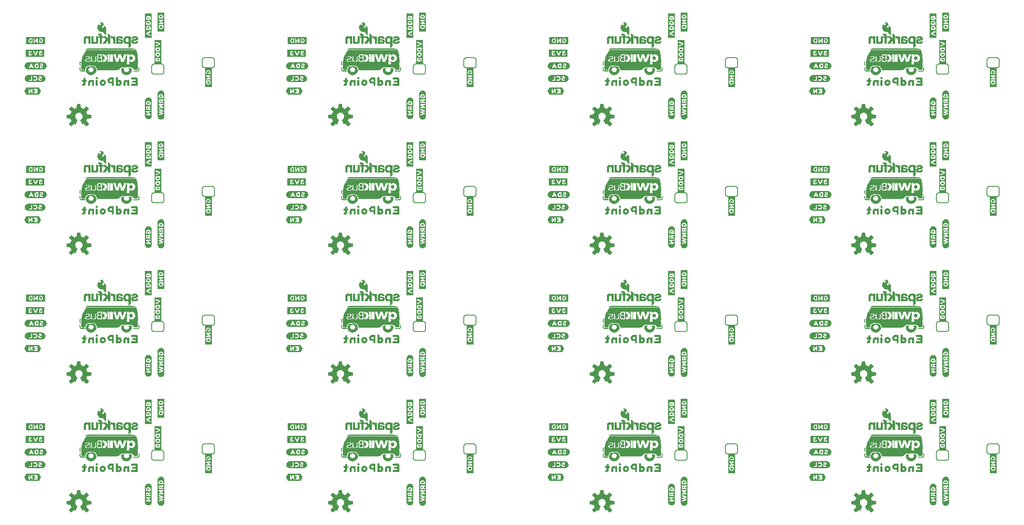
<source format=gbo>
G04 EAGLE Gerber RS-274X export*
G75*
%MOMM*%
%FSLAX34Y34*%
%LPD*%
%INSilkscreen Bottom*%
%IPPOS*%
%AMOC8*
5,1,8,0,0,1.08239X$1,22.5*%
G01*
%ADD10C,0.203200*%
%ADD11R,5.790000X0.040000*%
%ADD12R,8.590000X0.040000*%
%ADD13R,9.200000X0.030000*%
%ADD14R,9.570000X0.040000*%
%ADD15R,9.870000X0.040000*%
%ADD16R,10.060000X0.040000*%
%ADD17R,10.210000X0.030000*%
%ADD18R,10.130000X0.040000*%
%ADD19R,10.210000X0.040000*%
%ADD20R,10.240000X0.040000*%
%ADD21R,10.320000X0.040000*%
%ADD22R,10.400000X0.030000*%
%ADD23R,10.430000X0.040000*%
%ADD24R,10.470000X0.030000*%
%ADD25R,10.500000X0.040000*%
%ADD26R,10.540000X0.040000*%
%ADD27R,10.580000X0.030000*%
%ADD28R,10.580000X0.040000*%
%ADD29R,10.650000X0.040000*%
%ADD30R,10.690000X0.040000*%
%ADD31R,10.690000X0.030000*%
%ADD32R,10.730000X0.040000*%
%ADD33R,1.010000X0.040000*%
%ADD34R,0.300000X0.040000*%
%ADD35R,0.080000X0.040000*%
%ADD36R,0.600000X0.040000*%
%ADD37R,0.560000X0.040000*%
%ADD38R,0.120000X0.040000*%
%ADD39R,0.670000X0.040000*%
%ADD40R,0.190000X0.040000*%
%ADD41R,2.960000X0.040000*%
%ADD42R,0.900000X0.030000*%
%ADD43R,0.190000X0.030000*%
%ADD44R,0.080000X0.030000*%
%ADD45R,0.560000X0.030000*%
%ADD46R,0.040000X0.030000*%
%ADD47R,0.150000X0.030000*%
%ADD48R,2.840000X0.030000*%
%ADD49R,0.830000X0.040000*%
%ADD50R,0.150000X0.040000*%
%ADD51R,0.520000X0.040000*%
%ADD52R,0.490000X0.040000*%
%ADD53R,2.840000X0.040000*%
%ADD54R,0.750000X0.040000*%
%ADD55R,0.410000X0.040000*%
%ADD56R,2.800000X0.040000*%
%ADD57R,0.710000X0.040000*%
%ADD58R,0.040000X0.040000*%
%ADD59R,0.480000X0.040000*%
%ADD60R,0.110000X0.040000*%
%ADD61R,0.340000X0.040000*%
%ADD62R,2.770000X0.040000*%
%ADD63R,0.680000X0.030000*%
%ADD64R,0.440000X0.030000*%
%ADD65R,0.490000X0.030000*%
%ADD66R,0.110000X0.030000*%
%ADD67R,0.300000X0.030000*%
%ADD68R,0.410000X0.030000*%
%ADD69R,2.810000X0.030000*%
%ADD70R,0.640000X0.040000*%
%ADD71R,0.440000X0.040000*%
%ADD72R,0.230000X0.040000*%
%ADD73R,0.630000X0.030000*%
%ADD74R,0.230000X0.030000*%
%ADD75R,0.590000X0.040000*%
%ADD76R,0.380000X0.040000*%
%ADD77R,0.330000X0.040000*%
%ADD78R,1.650000X0.040000*%
%ADD79R,0.780000X0.040000*%
%ADD80R,0.290000X0.040000*%
%ADD81R,0.340000X0.030000*%
%ADD82R,0.330000X0.030000*%
%ADD83R,0.600000X0.030000*%
%ADD84R,0.260000X0.030000*%
%ADD85R,0.420000X0.040000*%
%ADD86R,0.270000X0.040000*%
%ADD87R,0.260000X0.040000*%
%ADD88R,0.450000X0.040000*%
%ADD89R,0.220000X0.040000*%
%ADD90R,0.180000X0.040000*%
%ADD91R,0.520000X0.030000*%
%ADD92R,0.220000X0.030000*%
%ADD93R,0.670000X0.030000*%
%ADD94R,1.310000X0.040000*%
%ADD95R,0.070000X0.040000*%
%ADD96R,0.370000X0.040000*%
%ADD97R,0.640000X0.030000*%
%ADD98R,0.070000X0.030000*%
%ADD99R,1.350000X0.030000*%
%ADD100R,1.280000X0.040000*%
%ADD101R,1.160000X0.040000*%
%ADD102R,0.030000X0.040000*%
%ADD103R,0.980000X0.040000*%
%ADD104R,0.030000X0.030000*%
%ADD105R,0.380000X0.030000*%
%ADD106R,0.890000X0.030000*%
%ADD107R,0.630000X0.040000*%
%ADD108R,0.420000X0.030000*%
%ADD109R,0.450000X0.030000*%
%ADD110R,0.270000X0.030000*%
%ADD111R,0.710000X0.030000*%
%ADD112R,0.860000X0.040000*%
%ADD113R,0.930000X0.030000*%
%ADD114R,0.930000X0.040000*%
%ADD115R,0.530000X0.040000*%
%ADD116R,0.750000X0.030000*%
%ADD117R,0.530000X0.030000*%
%ADD118R,0.370000X0.030000*%
%ADD119R,0.820000X0.040000*%
%ADD120R,0.900000X0.040000*%
%ADD121R,0.970000X0.030000*%
%ADD122R,0.180000X0.030000*%
%ADD123R,1.050000X0.040000*%
%ADD124R,4.640000X0.040000*%
%ADD125R,1.040000X0.040000*%
%ADD126R,1.760000X0.040000*%
%ADD127R,9.160000X0.040000*%
%ADD128R,1.760000X0.030000*%
%ADD129R,9.160000X0.030000*%
%ADD130R,11.400000X0.040000*%
%ADD131R,11.400000X0.030000*%
%ADD132R,8.900000X0.040000*%
%ADD133R,1.380000X0.040000*%
%ADD134R,8.670000X0.030000*%
%ADD135R,1.230000X0.030000*%
%ADD136R,8.600000X0.040000*%
%ADD137R,8.560000X0.040000*%
%ADD138R,1.120000X0.040000*%
%ADD139R,8.520000X0.040000*%
%ADD140R,1.080000X0.040000*%
%ADD141R,8.480000X0.030000*%
%ADD142R,1.270000X0.030000*%
%ADD143R,1.040000X0.030000*%
%ADD144R,8.450000X0.040000*%
%ADD145R,1.420000X0.040000*%
%ADD146R,1.500000X0.040000*%
%ADD147R,2.170000X0.040000*%
%ADD148R,5.570000X0.040000*%
%ADD149R,1.570000X0.040000*%
%ADD150R,0.970000X0.040000*%
%ADD151R,1.420000X0.030000*%
%ADD152R,5.160000X0.030000*%
%ADD153R,1.230000X0.040000*%
%ADD154R,5.010000X0.040000*%
%ADD155R,4.930000X0.040000*%
%ADD156R,0.890000X0.040000*%
%ADD157R,1.080000X0.030000*%
%ADD158R,4.860000X0.030000*%
%ADD159R,4.820000X0.040000*%
%ADD160R,4.750000X0.040000*%
%ADD161R,4.710000X0.040000*%
%ADD162R,4.640000X0.030000*%
%ADD163R,0.480000X0.030000*%
%ADD164R,0.820000X0.030000*%
%ADD165R,4.600000X0.040000*%
%ADD166R,4.520000X0.040000*%
%ADD167R,4.480000X0.040000*%
%ADD168R,0.740000X0.030000*%
%ADD169R,4.410000X0.030000*%
%ADD170R,0.740000X0.040000*%
%ADD171R,4.330000X0.040000*%
%ADD172R,4.290000X0.040000*%
%ADD173R,4.110000X0.040000*%
%ADD174R,0.570000X0.030000*%
%ADD175R,0.570000X0.040000*%
%ADD176R,1.190000X0.040000*%
%ADD177R,1.190000X0.030000*%
%ADD178R,0.940000X0.030000*%
%ADD179R,1.130000X0.040000*%
%ADD180R,0.590000X0.030000*%
%ADD181R,0.680000X0.040000*%
%ADD182R,1.830000X0.040000*%
%ADD183R,1.870000X0.040000*%
%ADD184R,1.800000X0.040000*%
%ADD185R,1.840000X0.040000*%
%ADD186R,1.720000X0.030000*%
%ADD187R,1.640000X0.040000*%
%ADD188R,1.540000X0.040000*%
%ADD189R,1.340000X0.040000*%
%ADD190R,1.270000X0.040000*%

G36*
X1719765Y5330D02*
X1719765Y5330D01*
X1719821Y5330D01*
X1719849Y5345D01*
X1719881Y5350D01*
X1719940Y5390D01*
X1719976Y5408D01*
X1719985Y5420D01*
X1720001Y5431D01*
X1724309Y9739D01*
X1724326Y9766D01*
X1724350Y9787D01*
X1724371Y9839D01*
X1724400Y9886D01*
X1724403Y9918D01*
X1724415Y9948D01*
X1724412Y10003D01*
X1724417Y10059D01*
X1724405Y10089D01*
X1724403Y10121D01*
X1724369Y10184D01*
X1724355Y10221D01*
X1724344Y10231D01*
X1724335Y10248D01*
X1719368Y16339D01*
X1720557Y18649D01*
X1720564Y18675D01*
X1720581Y18707D01*
X1721373Y21181D01*
X1729192Y21975D01*
X1729223Y21985D01*
X1729255Y21986D01*
X1729304Y22013D01*
X1729356Y22031D01*
X1729379Y22054D01*
X1729407Y22069D01*
X1729439Y22115D01*
X1729478Y22154D01*
X1729488Y22185D01*
X1729507Y22211D01*
X1729520Y22281D01*
X1729533Y22319D01*
X1729531Y22334D01*
X1729534Y22353D01*
X1729534Y28447D01*
X1729527Y28478D01*
X1729529Y28510D01*
X1729507Y28561D01*
X1729495Y28616D01*
X1729474Y28640D01*
X1729462Y28670D01*
X1729420Y28706D01*
X1729385Y28749D01*
X1729355Y28762D01*
X1729331Y28783D01*
X1729262Y28804D01*
X1729226Y28820D01*
X1729211Y28820D01*
X1729192Y28825D01*
X1721373Y29619D01*
X1720581Y32093D01*
X1720568Y32116D01*
X1720557Y32151D01*
X1719368Y34461D01*
X1724335Y40552D01*
X1724349Y40580D01*
X1724370Y40604D01*
X1724386Y40657D01*
X1724411Y40707D01*
X1724411Y40739D01*
X1724420Y40770D01*
X1724410Y40825D01*
X1724410Y40881D01*
X1724395Y40909D01*
X1724390Y40941D01*
X1724350Y41000D01*
X1724332Y41036D01*
X1724320Y41045D01*
X1724309Y41061D01*
X1720001Y45369D01*
X1719974Y45386D01*
X1719953Y45410D01*
X1719901Y45431D01*
X1719854Y45460D01*
X1719822Y45463D01*
X1719792Y45475D01*
X1719737Y45472D01*
X1719681Y45477D01*
X1719651Y45465D01*
X1719619Y45463D01*
X1719556Y45429D01*
X1719519Y45415D01*
X1719509Y45404D01*
X1719492Y45395D01*
X1713401Y40428D01*
X1711091Y41617D01*
X1711065Y41624D01*
X1711033Y41641D01*
X1708559Y42433D01*
X1707765Y50252D01*
X1707757Y50278D01*
X1707756Y50290D01*
X1707755Y50293D01*
X1707754Y50315D01*
X1707727Y50364D01*
X1707709Y50416D01*
X1707686Y50439D01*
X1707671Y50467D01*
X1707625Y50499D01*
X1707586Y50538D01*
X1707555Y50548D01*
X1707529Y50567D01*
X1707459Y50580D01*
X1707421Y50593D01*
X1707406Y50591D01*
X1707387Y50594D01*
X1701293Y50594D01*
X1701262Y50587D01*
X1701230Y50589D01*
X1701179Y50567D01*
X1701124Y50555D01*
X1701100Y50534D01*
X1701070Y50522D01*
X1701034Y50480D01*
X1700991Y50445D01*
X1700978Y50415D01*
X1700957Y50391D01*
X1700936Y50322D01*
X1700920Y50286D01*
X1700920Y50271D01*
X1700918Y50264D01*
X1700917Y50262D01*
X1700917Y50261D01*
X1700915Y50252D01*
X1700121Y42433D01*
X1697647Y41641D01*
X1697624Y41628D01*
X1697589Y41617D01*
X1695279Y40428D01*
X1689188Y45395D01*
X1689160Y45409D01*
X1689136Y45430D01*
X1689083Y45446D01*
X1689033Y45471D01*
X1689001Y45471D01*
X1688970Y45480D01*
X1688915Y45470D01*
X1688859Y45470D01*
X1688831Y45455D01*
X1688799Y45450D01*
X1688740Y45410D01*
X1688705Y45392D01*
X1688695Y45380D01*
X1688679Y45369D01*
X1684371Y41061D01*
X1684354Y41034D01*
X1684330Y41013D01*
X1684309Y40961D01*
X1684280Y40914D01*
X1684277Y40882D01*
X1684265Y40852D01*
X1684269Y40797D01*
X1684263Y40741D01*
X1684275Y40711D01*
X1684277Y40679D01*
X1684311Y40616D01*
X1684325Y40579D01*
X1684336Y40569D01*
X1684345Y40552D01*
X1689312Y34461D01*
X1688123Y32151D01*
X1688116Y32125D01*
X1688099Y32093D01*
X1687307Y29619D01*
X1679488Y28825D01*
X1679457Y28815D01*
X1679425Y28814D01*
X1679376Y28787D01*
X1679324Y28769D01*
X1679301Y28746D01*
X1679273Y28731D01*
X1679241Y28685D01*
X1679202Y28646D01*
X1679192Y28615D01*
X1679173Y28589D01*
X1679160Y28519D01*
X1679147Y28481D01*
X1679149Y28466D01*
X1679146Y28447D01*
X1679146Y22353D01*
X1679153Y22322D01*
X1679151Y22290D01*
X1679173Y22239D01*
X1679185Y22184D01*
X1679206Y22160D01*
X1679218Y22130D01*
X1679260Y22094D01*
X1679295Y22051D01*
X1679325Y22038D01*
X1679349Y22017D01*
X1679418Y21996D01*
X1679454Y21980D01*
X1679469Y21980D01*
X1679488Y21975D01*
X1687307Y21181D01*
X1688099Y18707D01*
X1688112Y18684D01*
X1688123Y18649D01*
X1689312Y16339D01*
X1684345Y10248D01*
X1684331Y10220D01*
X1684310Y10196D01*
X1684294Y10143D01*
X1684269Y10093D01*
X1684269Y10061D01*
X1684260Y10030D01*
X1684270Y9975D01*
X1684270Y9919D01*
X1684285Y9891D01*
X1684290Y9859D01*
X1684330Y9800D01*
X1684348Y9765D01*
X1684360Y9755D01*
X1684371Y9739D01*
X1688679Y5431D01*
X1688706Y5414D01*
X1688727Y5390D01*
X1688779Y5369D01*
X1688826Y5340D01*
X1688858Y5337D01*
X1688888Y5325D01*
X1688943Y5329D01*
X1688999Y5323D01*
X1689029Y5335D01*
X1689061Y5337D01*
X1689124Y5371D01*
X1689161Y5385D01*
X1689171Y5396D01*
X1689188Y5405D01*
X1695279Y10372D01*
X1697588Y9182D01*
X1697652Y9166D01*
X1697715Y9143D01*
X1697736Y9145D01*
X1697756Y9140D01*
X1697821Y9154D01*
X1697887Y9161D01*
X1697905Y9172D01*
X1697925Y9177D01*
X1697977Y9218D01*
X1698033Y9254D01*
X1698046Y9273D01*
X1698061Y9285D01*
X1698077Y9320D01*
X1698113Y9374D01*
X1701701Y18036D01*
X1701706Y18068D01*
X1701720Y18096D01*
X1701720Y18152D01*
X1701729Y18207D01*
X1701720Y18238D01*
X1701720Y18269D01*
X1701695Y18320D01*
X1701679Y18373D01*
X1701657Y18396D01*
X1701643Y18425D01*
X1701587Y18471D01*
X1701560Y18499D01*
X1701546Y18504D01*
X1701531Y18517D01*
X1700154Y19261D01*
X1698988Y20245D01*
X1698048Y21447D01*
X1697374Y22815D01*
X1696993Y24293D01*
X1696921Y25817D01*
X1697163Y27323D01*
X1697707Y28749D01*
X1698531Y30033D01*
X1699600Y31122D01*
X1700868Y31970D01*
X1702283Y32540D01*
X1703785Y32810D01*
X1705310Y32767D01*
X1706794Y32414D01*
X1708175Y31764D01*
X1709394Y30847D01*
X1710400Y29700D01*
X1711151Y28371D01*
X1711614Y26918D01*
X1711771Y25399D01*
X1711628Y23950D01*
X1711205Y22556D01*
X1710519Y21272D01*
X1709595Y20146D01*
X1708469Y19222D01*
X1707151Y18517D01*
X1707126Y18496D01*
X1707097Y18482D01*
X1707062Y18439D01*
X1707021Y18403D01*
X1707008Y18373D01*
X1706988Y18348D01*
X1706976Y18294D01*
X1706955Y18243D01*
X1706957Y18210D01*
X1706950Y18178D01*
X1706964Y18109D01*
X1706967Y18070D01*
X1706975Y18056D01*
X1706979Y18036D01*
X1710567Y9374D01*
X1710606Y9320D01*
X1710638Y9263D01*
X1710655Y9251D01*
X1710668Y9234D01*
X1710726Y9203D01*
X1710781Y9165D01*
X1710802Y9162D01*
X1710821Y9152D01*
X1710887Y9151D01*
X1710953Y9141D01*
X1710976Y9148D01*
X1710994Y9147D01*
X1711029Y9164D01*
X1711092Y9182D01*
X1713401Y10372D01*
X1719492Y5405D01*
X1719520Y5391D01*
X1719544Y5370D01*
X1719597Y5354D01*
X1719647Y5329D01*
X1719679Y5329D01*
X1719710Y5320D01*
X1719765Y5330D01*
G37*
G36*
X668205Y5330D02*
X668205Y5330D01*
X668261Y5330D01*
X668289Y5345D01*
X668321Y5350D01*
X668380Y5390D01*
X668416Y5408D01*
X668425Y5420D01*
X668441Y5431D01*
X672749Y9739D01*
X672766Y9766D01*
X672790Y9787D01*
X672811Y9839D01*
X672840Y9886D01*
X672843Y9918D01*
X672855Y9948D01*
X672852Y10003D01*
X672857Y10059D01*
X672845Y10089D01*
X672843Y10121D01*
X672809Y10184D01*
X672795Y10221D01*
X672784Y10231D01*
X672775Y10248D01*
X667808Y16339D01*
X668997Y18649D01*
X669004Y18675D01*
X669021Y18707D01*
X669813Y21181D01*
X677632Y21975D01*
X677663Y21985D01*
X677695Y21986D01*
X677744Y22013D01*
X677796Y22031D01*
X677819Y22054D01*
X677847Y22069D01*
X677879Y22115D01*
X677918Y22154D01*
X677928Y22185D01*
X677947Y22211D01*
X677960Y22281D01*
X677973Y22319D01*
X677971Y22334D01*
X677974Y22353D01*
X677974Y28447D01*
X677967Y28478D01*
X677969Y28510D01*
X677947Y28561D01*
X677935Y28616D01*
X677914Y28640D01*
X677902Y28670D01*
X677860Y28706D01*
X677825Y28749D01*
X677795Y28762D01*
X677771Y28783D01*
X677702Y28804D01*
X677666Y28820D01*
X677651Y28820D01*
X677632Y28825D01*
X669813Y29619D01*
X669021Y32093D01*
X669008Y32116D01*
X668997Y32151D01*
X667808Y34461D01*
X672775Y40552D01*
X672789Y40580D01*
X672810Y40604D01*
X672826Y40657D01*
X672851Y40707D01*
X672851Y40739D01*
X672860Y40770D01*
X672850Y40825D01*
X672850Y40881D01*
X672835Y40909D01*
X672830Y40941D01*
X672790Y41000D01*
X672772Y41036D01*
X672760Y41045D01*
X672749Y41061D01*
X668441Y45369D01*
X668414Y45386D01*
X668393Y45410D01*
X668341Y45431D01*
X668294Y45460D01*
X668262Y45463D01*
X668232Y45475D01*
X668177Y45472D01*
X668121Y45477D01*
X668091Y45465D01*
X668059Y45463D01*
X667996Y45429D01*
X667959Y45415D01*
X667949Y45404D01*
X667932Y45395D01*
X661841Y40428D01*
X659531Y41617D01*
X659505Y41624D01*
X659473Y41641D01*
X656999Y42433D01*
X656205Y50252D01*
X656197Y50278D01*
X656196Y50290D01*
X656195Y50293D01*
X656194Y50315D01*
X656167Y50364D01*
X656149Y50416D01*
X656126Y50439D01*
X656111Y50467D01*
X656065Y50499D01*
X656026Y50538D01*
X655995Y50548D01*
X655969Y50567D01*
X655899Y50580D01*
X655861Y50593D01*
X655846Y50591D01*
X655827Y50594D01*
X649733Y50594D01*
X649702Y50587D01*
X649670Y50589D01*
X649619Y50567D01*
X649564Y50555D01*
X649540Y50534D01*
X649510Y50522D01*
X649474Y50480D01*
X649431Y50445D01*
X649418Y50415D01*
X649397Y50391D01*
X649376Y50322D01*
X649360Y50286D01*
X649360Y50271D01*
X649358Y50264D01*
X649357Y50262D01*
X649357Y50261D01*
X649355Y50252D01*
X648561Y42433D01*
X646087Y41641D01*
X646064Y41628D01*
X646029Y41617D01*
X643719Y40428D01*
X637628Y45395D01*
X637600Y45409D01*
X637576Y45430D01*
X637523Y45446D01*
X637473Y45471D01*
X637441Y45471D01*
X637410Y45480D01*
X637355Y45470D01*
X637299Y45470D01*
X637271Y45455D01*
X637239Y45450D01*
X637180Y45410D01*
X637145Y45392D01*
X637135Y45380D01*
X637119Y45369D01*
X632811Y41061D01*
X632794Y41034D01*
X632770Y41013D01*
X632749Y40961D01*
X632720Y40914D01*
X632717Y40882D01*
X632705Y40852D01*
X632709Y40797D01*
X632703Y40741D01*
X632715Y40711D01*
X632717Y40679D01*
X632751Y40616D01*
X632765Y40579D01*
X632776Y40569D01*
X632785Y40552D01*
X637752Y34461D01*
X636563Y32151D01*
X636556Y32125D01*
X636539Y32093D01*
X635747Y29619D01*
X627928Y28825D01*
X627897Y28815D01*
X627865Y28814D01*
X627816Y28787D01*
X627764Y28769D01*
X627741Y28746D01*
X627713Y28731D01*
X627681Y28685D01*
X627642Y28646D01*
X627632Y28615D01*
X627613Y28589D01*
X627600Y28519D01*
X627587Y28481D01*
X627589Y28466D01*
X627586Y28447D01*
X627586Y22353D01*
X627593Y22322D01*
X627591Y22290D01*
X627613Y22239D01*
X627625Y22184D01*
X627646Y22160D01*
X627658Y22130D01*
X627700Y22094D01*
X627735Y22051D01*
X627765Y22038D01*
X627789Y22017D01*
X627858Y21996D01*
X627894Y21980D01*
X627909Y21980D01*
X627928Y21975D01*
X635747Y21181D01*
X636539Y18707D01*
X636552Y18684D01*
X636563Y18649D01*
X637752Y16339D01*
X632785Y10248D01*
X632771Y10220D01*
X632750Y10196D01*
X632734Y10143D01*
X632709Y10093D01*
X632709Y10061D01*
X632700Y10030D01*
X632710Y9975D01*
X632710Y9919D01*
X632725Y9891D01*
X632730Y9859D01*
X632770Y9800D01*
X632788Y9765D01*
X632800Y9755D01*
X632811Y9739D01*
X637119Y5431D01*
X637146Y5414D01*
X637167Y5390D01*
X637219Y5369D01*
X637266Y5340D01*
X637298Y5337D01*
X637328Y5325D01*
X637383Y5329D01*
X637439Y5323D01*
X637469Y5335D01*
X637501Y5337D01*
X637564Y5371D01*
X637601Y5385D01*
X637611Y5396D01*
X637628Y5405D01*
X643719Y10372D01*
X646028Y9182D01*
X646092Y9166D01*
X646155Y9143D01*
X646176Y9145D01*
X646196Y9140D01*
X646261Y9154D01*
X646327Y9161D01*
X646345Y9172D01*
X646365Y9177D01*
X646417Y9218D01*
X646473Y9254D01*
X646486Y9273D01*
X646501Y9285D01*
X646517Y9320D01*
X646553Y9374D01*
X650141Y18036D01*
X650146Y18068D01*
X650160Y18096D01*
X650160Y18152D01*
X650169Y18207D01*
X650160Y18238D01*
X650160Y18269D01*
X650135Y18320D01*
X650119Y18373D01*
X650097Y18396D01*
X650083Y18425D01*
X650027Y18471D01*
X650000Y18499D01*
X649986Y18504D01*
X649971Y18517D01*
X648594Y19261D01*
X647428Y20245D01*
X646488Y21447D01*
X645814Y22815D01*
X645433Y24293D01*
X645361Y25817D01*
X645603Y27323D01*
X646147Y28749D01*
X646971Y30033D01*
X648040Y31122D01*
X649308Y31970D01*
X650723Y32540D01*
X652225Y32810D01*
X653750Y32767D01*
X655234Y32414D01*
X656615Y31764D01*
X657834Y30847D01*
X658840Y29700D01*
X659591Y28371D01*
X660054Y26918D01*
X660211Y25399D01*
X660068Y23950D01*
X659645Y22556D01*
X658959Y21272D01*
X658035Y20146D01*
X656909Y19222D01*
X655591Y18517D01*
X655566Y18496D01*
X655537Y18482D01*
X655502Y18439D01*
X655461Y18403D01*
X655448Y18373D01*
X655428Y18348D01*
X655416Y18294D01*
X655395Y18243D01*
X655397Y18210D01*
X655390Y18178D01*
X655404Y18109D01*
X655407Y18070D01*
X655415Y18056D01*
X655419Y18036D01*
X659007Y9374D01*
X659046Y9320D01*
X659078Y9263D01*
X659095Y9251D01*
X659108Y9234D01*
X659166Y9203D01*
X659221Y9165D01*
X659242Y9162D01*
X659261Y9152D01*
X659327Y9151D01*
X659393Y9141D01*
X659416Y9148D01*
X659434Y9147D01*
X659469Y9164D01*
X659532Y9182D01*
X661841Y10372D01*
X667932Y5405D01*
X667960Y5391D01*
X667984Y5370D01*
X668037Y5354D01*
X668087Y5329D01*
X668119Y5329D01*
X668150Y5320D01*
X668205Y5330D01*
G37*
G36*
X668205Y264410D02*
X668205Y264410D01*
X668261Y264410D01*
X668289Y264425D01*
X668321Y264430D01*
X668380Y264470D01*
X668416Y264488D01*
X668425Y264500D01*
X668441Y264511D01*
X672749Y268819D01*
X672766Y268846D01*
X672790Y268867D01*
X672811Y268919D01*
X672840Y268966D01*
X672843Y268998D01*
X672855Y269028D01*
X672852Y269083D01*
X672857Y269139D01*
X672845Y269169D01*
X672843Y269201D01*
X672809Y269264D01*
X672795Y269301D01*
X672784Y269311D01*
X672775Y269328D01*
X667808Y275419D01*
X668997Y277729D01*
X669004Y277755D01*
X669021Y277787D01*
X669813Y280261D01*
X677632Y281055D01*
X677663Y281065D01*
X677695Y281066D01*
X677744Y281093D01*
X677796Y281111D01*
X677819Y281134D01*
X677847Y281149D01*
X677879Y281195D01*
X677918Y281234D01*
X677928Y281265D01*
X677947Y281291D01*
X677960Y281361D01*
X677973Y281399D01*
X677971Y281414D01*
X677974Y281433D01*
X677974Y287527D01*
X677967Y287558D01*
X677969Y287590D01*
X677947Y287641D01*
X677935Y287696D01*
X677914Y287720D01*
X677902Y287750D01*
X677860Y287786D01*
X677825Y287829D01*
X677795Y287842D01*
X677771Y287863D01*
X677702Y287884D01*
X677666Y287900D01*
X677651Y287900D01*
X677632Y287905D01*
X669813Y288699D01*
X669021Y291173D01*
X669008Y291196D01*
X668997Y291231D01*
X667808Y293541D01*
X672775Y299632D01*
X672789Y299660D01*
X672810Y299684D01*
X672826Y299737D01*
X672851Y299787D01*
X672851Y299819D01*
X672860Y299850D01*
X672850Y299905D01*
X672850Y299961D01*
X672835Y299989D01*
X672830Y300021D01*
X672790Y300080D01*
X672772Y300116D01*
X672760Y300125D01*
X672749Y300141D01*
X668441Y304449D01*
X668414Y304466D01*
X668393Y304490D01*
X668341Y304511D01*
X668294Y304540D01*
X668262Y304543D01*
X668232Y304555D01*
X668177Y304552D01*
X668121Y304557D01*
X668091Y304545D01*
X668059Y304543D01*
X667996Y304509D01*
X667959Y304495D01*
X667949Y304484D01*
X667932Y304475D01*
X661841Y299508D01*
X659531Y300697D01*
X659505Y300704D01*
X659473Y300721D01*
X656999Y301513D01*
X656205Y309332D01*
X656197Y309358D01*
X656196Y309370D01*
X656195Y309373D01*
X656194Y309395D01*
X656167Y309444D01*
X656149Y309496D01*
X656126Y309519D01*
X656111Y309547D01*
X656065Y309579D01*
X656026Y309618D01*
X655995Y309628D01*
X655969Y309647D01*
X655899Y309660D01*
X655861Y309673D01*
X655846Y309671D01*
X655827Y309674D01*
X649733Y309674D01*
X649702Y309667D01*
X649670Y309669D01*
X649619Y309647D01*
X649564Y309635D01*
X649540Y309614D01*
X649510Y309602D01*
X649474Y309560D01*
X649431Y309525D01*
X649418Y309495D01*
X649397Y309471D01*
X649376Y309402D01*
X649360Y309366D01*
X649360Y309351D01*
X649358Y309344D01*
X649357Y309342D01*
X649357Y309341D01*
X649355Y309332D01*
X648561Y301513D01*
X646087Y300721D01*
X646064Y300708D01*
X646029Y300697D01*
X643719Y299508D01*
X637628Y304475D01*
X637600Y304489D01*
X637576Y304510D01*
X637523Y304526D01*
X637473Y304551D01*
X637441Y304551D01*
X637410Y304560D01*
X637355Y304550D01*
X637299Y304550D01*
X637271Y304535D01*
X637239Y304530D01*
X637180Y304490D01*
X637145Y304472D01*
X637135Y304460D01*
X637119Y304449D01*
X632811Y300141D01*
X632794Y300114D01*
X632770Y300093D01*
X632749Y300041D01*
X632720Y299994D01*
X632717Y299962D01*
X632705Y299932D01*
X632709Y299877D01*
X632703Y299821D01*
X632715Y299791D01*
X632717Y299759D01*
X632751Y299696D01*
X632765Y299659D01*
X632776Y299649D01*
X632785Y299632D01*
X637752Y293541D01*
X636563Y291231D01*
X636556Y291205D01*
X636539Y291173D01*
X635747Y288699D01*
X627928Y287905D01*
X627897Y287895D01*
X627865Y287894D01*
X627816Y287867D01*
X627764Y287849D01*
X627741Y287826D01*
X627713Y287811D01*
X627681Y287765D01*
X627642Y287726D01*
X627632Y287695D01*
X627613Y287669D01*
X627600Y287599D01*
X627587Y287561D01*
X627589Y287546D01*
X627586Y287527D01*
X627586Y281433D01*
X627593Y281402D01*
X627591Y281370D01*
X627613Y281319D01*
X627625Y281264D01*
X627646Y281240D01*
X627658Y281210D01*
X627700Y281174D01*
X627735Y281131D01*
X627765Y281118D01*
X627789Y281097D01*
X627858Y281076D01*
X627894Y281060D01*
X627909Y281060D01*
X627928Y281055D01*
X635747Y280261D01*
X636539Y277787D01*
X636552Y277764D01*
X636563Y277729D01*
X637752Y275419D01*
X632785Y269328D01*
X632771Y269300D01*
X632750Y269276D01*
X632734Y269223D01*
X632709Y269173D01*
X632709Y269141D01*
X632700Y269110D01*
X632710Y269055D01*
X632710Y268999D01*
X632725Y268971D01*
X632730Y268939D01*
X632770Y268880D01*
X632788Y268845D01*
X632800Y268835D01*
X632811Y268819D01*
X637119Y264511D01*
X637146Y264494D01*
X637167Y264470D01*
X637219Y264449D01*
X637266Y264420D01*
X637298Y264417D01*
X637328Y264405D01*
X637383Y264409D01*
X637439Y264403D01*
X637469Y264415D01*
X637501Y264417D01*
X637564Y264451D01*
X637601Y264465D01*
X637611Y264476D01*
X637628Y264485D01*
X643719Y269452D01*
X646028Y268262D01*
X646092Y268246D01*
X646155Y268223D01*
X646176Y268225D01*
X646196Y268220D01*
X646261Y268234D01*
X646327Y268241D01*
X646345Y268252D01*
X646365Y268257D01*
X646417Y268298D01*
X646473Y268334D01*
X646486Y268353D01*
X646501Y268365D01*
X646517Y268400D01*
X646553Y268454D01*
X650141Y277116D01*
X650146Y277148D01*
X650160Y277176D01*
X650160Y277232D01*
X650169Y277287D01*
X650160Y277318D01*
X650160Y277349D01*
X650135Y277400D01*
X650119Y277453D01*
X650097Y277476D01*
X650083Y277505D01*
X650027Y277551D01*
X650000Y277579D01*
X649986Y277584D01*
X649971Y277597D01*
X648594Y278341D01*
X647428Y279325D01*
X646488Y280527D01*
X645814Y281895D01*
X645433Y283373D01*
X645361Y284897D01*
X645603Y286403D01*
X646147Y287829D01*
X646971Y289113D01*
X648040Y290202D01*
X649308Y291050D01*
X650723Y291620D01*
X652225Y291890D01*
X653750Y291847D01*
X655234Y291494D01*
X656615Y290844D01*
X657834Y289927D01*
X658840Y288780D01*
X659591Y287451D01*
X660054Y285998D01*
X660211Y284479D01*
X660068Y283030D01*
X659645Y281636D01*
X658959Y280352D01*
X658035Y279226D01*
X656909Y278302D01*
X655591Y277597D01*
X655566Y277576D01*
X655537Y277562D01*
X655502Y277519D01*
X655461Y277483D01*
X655448Y277453D01*
X655428Y277428D01*
X655416Y277374D01*
X655395Y277323D01*
X655397Y277290D01*
X655390Y277258D01*
X655404Y277189D01*
X655407Y277150D01*
X655415Y277136D01*
X655419Y277116D01*
X659007Y268454D01*
X659046Y268400D01*
X659078Y268343D01*
X659095Y268331D01*
X659108Y268314D01*
X659166Y268283D01*
X659221Y268245D01*
X659242Y268242D01*
X659261Y268232D01*
X659327Y268231D01*
X659393Y268221D01*
X659416Y268228D01*
X659434Y268227D01*
X659469Y268244D01*
X659532Y268262D01*
X661841Y269452D01*
X667932Y264485D01*
X667960Y264471D01*
X667984Y264450D01*
X668037Y264434D01*
X668087Y264409D01*
X668119Y264409D01*
X668150Y264400D01*
X668205Y264410D01*
G37*
G36*
X1719765Y264410D02*
X1719765Y264410D01*
X1719821Y264410D01*
X1719849Y264425D01*
X1719881Y264430D01*
X1719940Y264470D01*
X1719976Y264488D01*
X1719985Y264500D01*
X1720001Y264511D01*
X1724309Y268819D01*
X1724326Y268846D01*
X1724350Y268867D01*
X1724371Y268919D01*
X1724400Y268966D01*
X1724403Y268998D01*
X1724415Y269028D01*
X1724412Y269083D01*
X1724417Y269139D01*
X1724405Y269169D01*
X1724403Y269201D01*
X1724369Y269264D01*
X1724355Y269301D01*
X1724344Y269311D01*
X1724335Y269328D01*
X1719368Y275419D01*
X1720557Y277729D01*
X1720564Y277755D01*
X1720581Y277787D01*
X1721373Y280261D01*
X1729192Y281055D01*
X1729223Y281065D01*
X1729255Y281066D01*
X1729304Y281093D01*
X1729356Y281111D01*
X1729379Y281134D01*
X1729407Y281149D01*
X1729439Y281195D01*
X1729478Y281234D01*
X1729488Y281265D01*
X1729507Y281291D01*
X1729520Y281361D01*
X1729533Y281399D01*
X1729531Y281414D01*
X1729534Y281433D01*
X1729534Y287527D01*
X1729527Y287558D01*
X1729529Y287590D01*
X1729507Y287641D01*
X1729495Y287696D01*
X1729474Y287720D01*
X1729462Y287750D01*
X1729420Y287786D01*
X1729385Y287829D01*
X1729355Y287842D01*
X1729331Y287863D01*
X1729262Y287884D01*
X1729226Y287900D01*
X1729211Y287900D01*
X1729192Y287905D01*
X1721373Y288699D01*
X1720581Y291173D01*
X1720568Y291196D01*
X1720557Y291231D01*
X1719368Y293541D01*
X1724335Y299632D01*
X1724349Y299660D01*
X1724370Y299684D01*
X1724386Y299737D01*
X1724411Y299787D01*
X1724411Y299819D01*
X1724420Y299850D01*
X1724410Y299905D01*
X1724410Y299961D01*
X1724395Y299989D01*
X1724390Y300021D01*
X1724350Y300080D01*
X1724332Y300116D01*
X1724320Y300125D01*
X1724309Y300141D01*
X1720001Y304449D01*
X1719974Y304466D01*
X1719953Y304490D01*
X1719901Y304511D01*
X1719854Y304540D01*
X1719822Y304543D01*
X1719792Y304555D01*
X1719737Y304552D01*
X1719681Y304557D01*
X1719651Y304545D01*
X1719619Y304543D01*
X1719556Y304509D01*
X1719519Y304495D01*
X1719509Y304484D01*
X1719492Y304475D01*
X1713401Y299508D01*
X1711091Y300697D01*
X1711065Y300704D01*
X1711033Y300721D01*
X1708559Y301513D01*
X1707765Y309332D01*
X1707757Y309358D01*
X1707756Y309370D01*
X1707755Y309373D01*
X1707754Y309395D01*
X1707727Y309444D01*
X1707709Y309496D01*
X1707686Y309519D01*
X1707671Y309547D01*
X1707625Y309579D01*
X1707586Y309618D01*
X1707555Y309628D01*
X1707529Y309647D01*
X1707459Y309660D01*
X1707421Y309673D01*
X1707406Y309671D01*
X1707387Y309674D01*
X1701293Y309674D01*
X1701262Y309667D01*
X1701230Y309669D01*
X1701179Y309647D01*
X1701124Y309635D01*
X1701100Y309614D01*
X1701070Y309602D01*
X1701034Y309560D01*
X1700991Y309525D01*
X1700978Y309495D01*
X1700957Y309471D01*
X1700936Y309402D01*
X1700920Y309366D01*
X1700920Y309351D01*
X1700918Y309344D01*
X1700917Y309342D01*
X1700917Y309341D01*
X1700915Y309332D01*
X1700121Y301513D01*
X1697647Y300721D01*
X1697624Y300708D01*
X1697589Y300697D01*
X1695279Y299508D01*
X1689188Y304475D01*
X1689160Y304489D01*
X1689136Y304510D01*
X1689083Y304526D01*
X1689033Y304551D01*
X1689001Y304551D01*
X1688970Y304560D01*
X1688915Y304550D01*
X1688859Y304550D01*
X1688831Y304535D01*
X1688799Y304530D01*
X1688740Y304490D01*
X1688705Y304472D01*
X1688695Y304460D01*
X1688679Y304449D01*
X1684371Y300141D01*
X1684354Y300114D01*
X1684330Y300093D01*
X1684309Y300041D01*
X1684280Y299994D01*
X1684277Y299962D01*
X1684265Y299932D01*
X1684269Y299877D01*
X1684263Y299821D01*
X1684275Y299791D01*
X1684277Y299759D01*
X1684311Y299696D01*
X1684325Y299659D01*
X1684336Y299649D01*
X1684345Y299632D01*
X1689312Y293541D01*
X1688123Y291231D01*
X1688116Y291205D01*
X1688099Y291173D01*
X1687307Y288699D01*
X1679488Y287905D01*
X1679457Y287895D01*
X1679425Y287894D01*
X1679376Y287867D01*
X1679324Y287849D01*
X1679301Y287826D01*
X1679273Y287811D01*
X1679241Y287765D01*
X1679202Y287726D01*
X1679192Y287695D01*
X1679173Y287669D01*
X1679160Y287599D01*
X1679147Y287561D01*
X1679149Y287546D01*
X1679146Y287527D01*
X1679146Y281433D01*
X1679153Y281402D01*
X1679151Y281370D01*
X1679173Y281319D01*
X1679185Y281264D01*
X1679206Y281240D01*
X1679218Y281210D01*
X1679260Y281174D01*
X1679295Y281131D01*
X1679325Y281118D01*
X1679349Y281097D01*
X1679418Y281076D01*
X1679454Y281060D01*
X1679469Y281060D01*
X1679488Y281055D01*
X1687307Y280261D01*
X1688099Y277787D01*
X1688112Y277764D01*
X1688123Y277729D01*
X1689312Y275419D01*
X1684345Y269328D01*
X1684331Y269300D01*
X1684310Y269276D01*
X1684294Y269223D01*
X1684269Y269173D01*
X1684269Y269141D01*
X1684260Y269110D01*
X1684270Y269055D01*
X1684270Y268999D01*
X1684285Y268971D01*
X1684290Y268939D01*
X1684330Y268880D01*
X1684348Y268845D01*
X1684360Y268835D01*
X1684371Y268819D01*
X1688679Y264511D01*
X1688706Y264494D01*
X1688727Y264470D01*
X1688779Y264449D01*
X1688826Y264420D01*
X1688858Y264417D01*
X1688888Y264405D01*
X1688943Y264409D01*
X1688999Y264403D01*
X1689029Y264415D01*
X1689061Y264417D01*
X1689124Y264451D01*
X1689161Y264465D01*
X1689171Y264476D01*
X1689188Y264485D01*
X1695279Y269452D01*
X1697588Y268262D01*
X1697652Y268246D01*
X1697715Y268223D01*
X1697736Y268225D01*
X1697756Y268220D01*
X1697821Y268234D01*
X1697887Y268241D01*
X1697905Y268252D01*
X1697925Y268257D01*
X1697977Y268298D01*
X1698033Y268334D01*
X1698046Y268353D01*
X1698061Y268365D01*
X1698077Y268400D01*
X1698113Y268454D01*
X1701701Y277116D01*
X1701706Y277148D01*
X1701720Y277176D01*
X1701720Y277232D01*
X1701729Y277287D01*
X1701720Y277318D01*
X1701720Y277349D01*
X1701695Y277400D01*
X1701679Y277453D01*
X1701657Y277476D01*
X1701643Y277505D01*
X1701587Y277551D01*
X1701560Y277579D01*
X1701546Y277584D01*
X1701531Y277597D01*
X1700154Y278341D01*
X1698988Y279325D01*
X1698048Y280527D01*
X1697374Y281895D01*
X1696993Y283373D01*
X1696921Y284897D01*
X1697163Y286403D01*
X1697707Y287829D01*
X1698531Y289113D01*
X1699600Y290202D01*
X1700868Y291050D01*
X1702283Y291620D01*
X1703785Y291890D01*
X1705310Y291847D01*
X1706794Y291494D01*
X1708175Y290844D01*
X1709394Y289927D01*
X1710400Y288780D01*
X1711151Y287451D01*
X1711614Y285998D01*
X1711771Y284479D01*
X1711628Y283030D01*
X1711205Y281636D01*
X1710519Y280352D01*
X1709595Y279226D01*
X1708469Y278302D01*
X1707151Y277597D01*
X1707126Y277576D01*
X1707097Y277562D01*
X1707062Y277519D01*
X1707021Y277483D01*
X1707008Y277453D01*
X1706988Y277428D01*
X1706976Y277374D01*
X1706955Y277323D01*
X1706957Y277290D01*
X1706950Y277258D01*
X1706964Y277189D01*
X1706967Y277150D01*
X1706975Y277136D01*
X1706979Y277116D01*
X1710567Y268454D01*
X1710606Y268400D01*
X1710638Y268343D01*
X1710655Y268331D01*
X1710668Y268314D01*
X1710726Y268283D01*
X1710781Y268245D01*
X1710802Y268242D01*
X1710821Y268232D01*
X1710887Y268231D01*
X1710953Y268221D01*
X1710976Y268228D01*
X1710994Y268227D01*
X1711029Y268244D01*
X1711092Y268262D01*
X1713401Y269452D01*
X1719492Y264485D01*
X1719520Y264471D01*
X1719544Y264450D01*
X1719597Y264434D01*
X1719647Y264409D01*
X1719679Y264409D01*
X1719710Y264400D01*
X1719765Y264410D01*
G37*
G36*
X142425Y264410D02*
X142425Y264410D01*
X142481Y264410D01*
X142509Y264425D01*
X142541Y264430D01*
X142600Y264470D01*
X142636Y264488D01*
X142645Y264500D01*
X142661Y264511D01*
X146969Y268819D01*
X146986Y268846D01*
X147010Y268867D01*
X147031Y268919D01*
X147060Y268966D01*
X147063Y268998D01*
X147075Y269028D01*
X147072Y269083D01*
X147077Y269139D01*
X147065Y269169D01*
X147063Y269201D01*
X147029Y269264D01*
X147015Y269301D01*
X147004Y269311D01*
X146995Y269328D01*
X142028Y275419D01*
X143217Y277729D01*
X143224Y277755D01*
X143241Y277787D01*
X144033Y280261D01*
X151852Y281055D01*
X151883Y281065D01*
X151915Y281066D01*
X151964Y281093D01*
X152016Y281111D01*
X152039Y281134D01*
X152067Y281149D01*
X152099Y281195D01*
X152138Y281234D01*
X152148Y281265D01*
X152167Y281291D01*
X152180Y281361D01*
X152193Y281399D01*
X152191Y281414D01*
X152194Y281433D01*
X152194Y287527D01*
X152187Y287558D01*
X152189Y287590D01*
X152167Y287641D01*
X152155Y287696D01*
X152134Y287720D01*
X152122Y287750D01*
X152080Y287786D01*
X152045Y287829D01*
X152015Y287842D01*
X151991Y287863D01*
X151922Y287884D01*
X151886Y287900D01*
X151871Y287900D01*
X151852Y287905D01*
X144033Y288699D01*
X143241Y291173D01*
X143228Y291196D01*
X143217Y291231D01*
X142028Y293541D01*
X146995Y299632D01*
X147009Y299660D01*
X147030Y299684D01*
X147046Y299737D01*
X147071Y299787D01*
X147071Y299819D01*
X147080Y299850D01*
X147070Y299905D01*
X147070Y299961D01*
X147055Y299989D01*
X147050Y300021D01*
X147010Y300080D01*
X146992Y300116D01*
X146980Y300125D01*
X146969Y300141D01*
X142661Y304449D01*
X142634Y304466D01*
X142613Y304490D01*
X142561Y304511D01*
X142514Y304540D01*
X142482Y304543D01*
X142452Y304555D01*
X142397Y304552D01*
X142341Y304557D01*
X142311Y304545D01*
X142279Y304543D01*
X142216Y304509D01*
X142179Y304495D01*
X142169Y304484D01*
X142152Y304475D01*
X136061Y299508D01*
X133751Y300697D01*
X133725Y300704D01*
X133693Y300721D01*
X131219Y301513D01*
X130425Y309332D01*
X130417Y309358D01*
X130416Y309370D01*
X130415Y309373D01*
X130414Y309395D01*
X130387Y309444D01*
X130369Y309496D01*
X130346Y309519D01*
X130331Y309547D01*
X130285Y309579D01*
X130246Y309618D01*
X130215Y309628D01*
X130189Y309647D01*
X130119Y309660D01*
X130081Y309673D01*
X130066Y309671D01*
X130047Y309674D01*
X123953Y309674D01*
X123922Y309667D01*
X123890Y309669D01*
X123839Y309647D01*
X123784Y309635D01*
X123760Y309614D01*
X123730Y309602D01*
X123694Y309560D01*
X123651Y309525D01*
X123638Y309495D01*
X123617Y309471D01*
X123596Y309402D01*
X123580Y309366D01*
X123580Y309351D01*
X123578Y309344D01*
X123577Y309342D01*
X123577Y309341D01*
X123575Y309332D01*
X122781Y301513D01*
X120307Y300721D01*
X120284Y300708D01*
X120249Y300697D01*
X117939Y299508D01*
X111848Y304475D01*
X111820Y304489D01*
X111796Y304510D01*
X111743Y304526D01*
X111693Y304551D01*
X111661Y304551D01*
X111630Y304560D01*
X111575Y304550D01*
X111519Y304550D01*
X111491Y304535D01*
X111459Y304530D01*
X111400Y304490D01*
X111365Y304472D01*
X111355Y304460D01*
X111339Y304449D01*
X107031Y300141D01*
X107014Y300114D01*
X106990Y300093D01*
X106969Y300041D01*
X106940Y299994D01*
X106937Y299962D01*
X106925Y299932D01*
X106929Y299877D01*
X106923Y299821D01*
X106935Y299791D01*
X106937Y299759D01*
X106971Y299696D01*
X106985Y299659D01*
X106996Y299649D01*
X107005Y299632D01*
X111972Y293541D01*
X110783Y291231D01*
X110776Y291205D01*
X110759Y291173D01*
X109967Y288699D01*
X102148Y287905D01*
X102117Y287895D01*
X102085Y287894D01*
X102036Y287867D01*
X101984Y287849D01*
X101961Y287826D01*
X101933Y287811D01*
X101901Y287765D01*
X101862Y287726D01*
X101852Y287695D01*
X101833Y287669D01*
X101820Y287599D01*
X101807Y287561D01*
X101809Y287546D01*
X101806Y287527D01*
X101806Y281433D01*
X101813Y281402D01*
X101811Y281370D01*
X101833Y281319D01*
X101845Y281264D01*
X101866Y281240D01*
X101878Y281210D01*
X101920Y281174D01*
X101955Y281131D01*
X101985Y281118D01*
X102009Y281097D01*
X102078Y281076D01*
X102114Y281060D01*
X102129Y281060D01*
X102148Y281055D01*
X109967Y280261D01*
X110759Y277787D01*
X110772Y277764D01*
X110783Y277729D01*
X111972Y275419D01*
X107005Y269328D01*
X106991Y269300D01*
X106970Y269276D01*
X106954Y269223D01*
X106929Y269173D01*
X106929Y269141D01*
X106920Y269110D01*
X106930Y269055D01*
X106930Y268999D01*
X106945Y268971D01*
X106950Y268939D01*
X106990Y268880D01*
X107008Y268845D01*
X107020Y268835D01*
X107031Y268819D01*
X111339Y264511D01*
X111366Y264494D01*
X111387Y264470D01*
X111439Y264449D01*
X111486Y264420D01*
X111518Y264417D01*
X111548Y264405D01*
X111603Y264409D01*
X111659Y264403D01*
X111689Y264415D01*
X111721Y264417D01*
X111784Y264451D01*
X111821Y264465D01*
X111831Y264476D01*
X111848Y264485D01*
X117939Y269452D01*
X120248Y268262D01*
X120312Y268246D01*
X120375Y268223D01*
X120396Y268225D01*
X120416Y268220D01*
X120481Y268234D01*
X120547Y268241D01*
X120565Y268252D01*
X120585Y268257D01*
X120637Y268298D01*
X120693Y268334D01*
X120706Y268353D01*
X120721Y268365D01*
X120737Y268400D01*
X120773Y268454D01*
X124361Y277116D01*
X124366Y277148D01*
X124380Y277176D01*
X124380Y277232D01*
X124389Y277287D01*
X124380Y277318D01*
X124380Y277349D01*
X124355Y277400D01*
X124339Y277453D01*
X124317Y277476D01*
X124303Y277505D01*
X124247Y277551D01*
X124220Y277579D01*
X124206Y277584D01*
X124191Y277597D01*
X122814Y278341D01*
X121648Y279325D01*
X120708Y280527D01*
X120034Y281895D01*
X119653Y283373D01*
X119581Y284897D01*
X119823Y286403D01*
X120367Y287829D01*
X121191Y289113D01*
X122260Y290202D01*
X123528Y291050D01*
X124943Y291620D01*
X126445Y291890D01*
X127970Y291847D01*
X129454Y291494D01*
X130835Y290844D01*
X132054Y289927D01*
X133060Y288780D01*
X133811Y287451D01*
X134274Y285998D01*
X134431Y284479D01*
X134288Y283030D01*
X133865Y281636D01*
X133179Y280352D01*
X132255Y279226D01*
X131129Y278302D01*
X129811Y277597D01*
X129786Y277576D01*
X129757Y277562D01*
X129722Y277519D01*
X129681Y277483D01*
X129668Y277453D01*
X129648Y277428D01*
X129636Y277374D01*
X129615Y277323D01*
X129617Y277290D01*
X129610Y277258D01*
X129624Y277189D01*
X129627Y277150D01*
X129635Y277136D01*
X129639Y277116D01*
X133227Y268454D01*
X133266Y268400D01*
X133298Y268343D01*
X133315Y268331D01*
X133328Y268314D01*
X133386Y268283D01*
X133441Y268245D01*
X133462Y268242D01*
X133481Y268232D01*
X133547Y268231D01*
X133613Y268221D01*
X133636Y268228D01*
X133654Y268227D01*
X133689Y268244D01*
X133752Y268262D01*
X136061Y269452D01*
X142152Y264485D01*
X142180Y264471D01*
X142204Y264450D01*
X142257Y264434D01*
X142307Y264409D01*
X142339Y264409D01*
X142370Y264400D01*
X142425Y264410D01*
G37*
G36*
X1193985Y264410D02*
X1193985Y264410D01*
X1194041Y264410D01*
X1194069Y264425D01*
X1194101Y264430D01*
X1194160Y264470D01*
X1194196Y264488D01*
X1194205Y264500D01*
X1194221Y264511D01*
X1198529Y268819D01*
X1198546Y268846D01*
X1198570Y268867D01*
X1198591Y268919D01*
X1198620Y268966D01*
X1198623Y268998D01*
X1198635Y269028D01*
X1198632Y269083D01*
X1198637Y269139D01*
X1198625Y269169D01*
X1198623Y269201D01*
X1198589Y269264D01*
X1198575Y269301D01*
X1198564Y269311D01*
X1198555Y269328D01*
X1193588Y275419D01*
X1194777Y277729D01*
X1194784Y277755D01*
X1194801Y277787D01*
X1195593Y280261D01*
X1203412Y281055D01*
X1203443Y281065D01*
X1203475Y281066D01*
X1203524Y281093D01*
X1203576Y281111D01*
X1203599Y281134D01*
X1203627Y281149D01*
X1203659Y281195D01*
X1203698Y281234D01*
X1203708Y281265D01*
X1203727Y281291D01*
X1203740Y281361D01*
X1203753Y281399D01*
X1203751Y281414D01*
X1203754Y281433D01*
X1203754Y287527D01*
X1203747Y287558D01*
X1203749Y287590D01*
X1203727Y287641D01*
X1203715Y287696D01*
X1203694Y287720D01*
X1203682Y287750D01*
X1203640Y287786D01*
X1203605Y287829D01*
X1203575Y287842D01*
X1203551Y287863D01*
X1203482Y287884D01*
X1203446Y287900D01*
X1203431Y287900D01*
X1203412Y287905D01*
X1195593Y288699D01*
X1194801Y291173D01*
X1194788Y291196D01*
X1194777Y291231D01*
X1193588Y293541D01*
X1198555Y299632D01*
X1198569Y299660D01*
X1198590Y299684D01*
X1198606Y299737D01*
X1198631Y299787D01*
X1198631Y299819D01*
X1198640Y299850D01*
X1198630Y299905D01*
X1198630Y299961D01*
X1198615Y299989D01*
X1198610Y300021D01*
X1198570Y300080D01*
X1198552Y300116D01*
X1198540Y300125D01*
X1198529Y300141D01*
X1194221Y304449D01*
X1194194Y304466D01*
X1194173Y304490D01*
X1194121Y304511D01*
X1194074Y304540D01*
X1194042Y304543D01*
X1194012Y304555D01*
X1193957Y304552D01*
X1193901Y304557D01*
X1193871Y304545D01*
X1193839Y304543D01*
X1193776Y304509D01*
X1193739Y304495D01*
X1193729Y304484D01*
X1193712Y304475D01*
X1187621Y299508D01*
X1185311Y300697D01*
X1185285Y300704D01*
X1185253Y300721D01*
X1182779Y301513D01*
X1181985Y309332D01*
X1181977Y309358D01*
X1181976Y309370D01*
X1181975Y309373D01*
X1181974Y309395D01*
X1181947Y309444D01*
X1181929Y309496D01*
X1181906Y309519D01*
X1181891Y309547D01*
X1181845Y309579D01*
X1181806Y309618D01*
X1181775Y309628D01*
X1181749Y309647D01*
X1181679Y309660D01*
X1181641Y309673D01*
X1181626Y309671D01*
X1181607Y309674D01*
X1175513Y309674D01*
X1175482Y309667D01*
X1175450Y309669D01*
X1175399Y309647D01*
X1175344Y309635D01*
X1175320Y309614D01*
X1175290Y309602D01*
X1175254Y309560D01*
X1175211Y309525D01*
X1175198Y309495D01*
X1175177Y309471D01*
X1175156Y309402D01*
X1175140Y309366D01*
X1175140Y309351D01*
X1175138Y309344D01*
X1175137Y309342D01*
X1175137Y309341D01*
X1175135Y309332D01*
X1174341Y301513D01*
X1171867Y300721D01*
X1171844Y300708D01*
X1171809Y300697D01*
X1169499Y299508D01*
X1163408Y304475D01*
X1163380Y304489D01*
X1163356Y304510D01*
X1163303Y304526D01*
X1163253Y304551D01*
X1163221Y304551D01*
X1163190Y304560D01*
X1163135Y304550D01*
X1163079Y304550D01*
X1163051Y304535D01*
X1163019Y304530D01*
X1162960Y304490D01*
X1162925Y304472D01*
X1162915Y304460D01*
X1162899Y304449D01*
X1158591Y300141D01*
X1158574Y300114D01*
X1158550Y300093D01*
X1158529Y300041D01*
X1158500Y299994D01*
X1158497Y299962D01*
X1158485Y299932D01*
X1158489Y299877D01*
X1158483Y299821D01*
X1158495Y299791D01*
X1158497Y299759D01*
X1158531Y299696D01*
X1158545Y299659D01*
X1158556Y299649D01*
X1158565Y299632D01*
X1163532Y293541D01*
X1162343Y291231D01*
X1162336Y291205D01*
X1162319Y291173D01*
X1161527Y288699D01*
X1153708Y287905D01*
X1153677Y287895D01*
X1153645Y287894D01*
X1153596Y287867D01*
X1153544Y287849D01*
X1153521Y287826D01*
X1153493Y287811D01*
X1153461Y287765D01*
X1153422Y287726D01*
X1153412Y287695D01*
X1153393Y287669D01*
X1153380Y287599D01*
X1153367Y287561D01*
X1153369Y287546D01*
X1153366Y287527D01*
X1153366Y281433D01*
X1153373Y281402D01*
X1153371Y281370D01*
X1153393Y281319D01*
X1153405Y281264D01*
X1153426Y281240D01*
X1153438Y281210D01*
X1153480Y281174D01*
X1153515Y281131D01*
X1153545Y281118D01*
X1153569Y281097D01*
X1153638Y281076D01*
X1153674Y281060D01*
X1153689Y281060D01*
X1153708Y281055D01*
X1161527Y280261D01*
X1162319Y277787D01*
X1162332Y277764D01*
X1162343Y277729D01*
X1163532Y275419D01*
X1158565Y269328D01*
X1158551Y269300D01*
X1158530Y269276D01*
X1158514Y269223D01*
X1158489Y269173D01*
X1158489Y269141D01*
X1158480Y269110D01*
X1158490Y269055D01*
X1158490Y268999D01*
X1158505Y268971D01*
X1158510Y268939D01*
X1158550Y268880D01*
X1158568Y268845D01*
X1158580Y268835D01*
X1158591Y268819D01*
X1162899Y264511D01*
X1162926Y264494D01*
X1162947Y264470D01*
X1162999Y264449D01*
X1163046Y264420D01*
X1163078Y264417D01*
X1163108Y264405D01*
X1163163Y264409D01*
X1163219Y264403D01*
X1163249Y264415D01*
X1163281Y264417D01*
X1163344Y264451D01*
X1163381Y264465D01*
X1163391Y264476D01*
X1163408Y264485D01*
X1169499Y269452D01*
X1171808Y268262D01*
X1171872Y268246D01*
X1171935Y268223D01*
X1171956Y268225D01*
X1171976Y268220D01*
X1172041Y268234D01*
X1172107Y268241D01*
X1172125Y268252D01*
X1172145Y268257D01*
X1172197Y268298D01*
X1172253Y268334D01*
X1172266Y268353D01*
X1172281Y268365D01*
X1172297Y268400D01*
X1172333Y268454D01*
X1175921Y277116D01*
X1175926Y277148D01*
X1175940Y277176D01*
X1175940Y277232D01*
X1175949Y277287D01*
X1175940Y277318D01*
X1175940Y277349D01*
X1175915Y277400D01*
X1175899Y277453D01*
X1175877Y277476D01*
X1175863Y277505D01*
X1175807Y277551D01*
X1175780Y277579D01*
X1175766Y277584D01*
X1175751Y277597D01*
X1174374Y278341D01*
X1173208Y279325D01*
X1172268Y280527D01*
X1171594Y281895D01*
X1171213Y283373D01*
X1171141Y284897D01*
X1171383Y286403D01*
X1171927Y287829D01*
X1172751Y289113D01*
X1173820Y290202D01*
X1175088Y291050D01*
X1176503Y291620D01*
X1178005Y291890D01*
X1179530Y291847D01*
X1181014Y291494D01*
X1182395Y290844D01*
X1183614Y289927D01*
X1184620Y288780D01*
X1185371Y287451D01*
X1185834Y285998D01*
X1185991Y284479D01*
X1185848Y283030D01*
X1185425Y281636D01*
X1184739Y280352D01*
X1183815Y279226D01*
X1182689Y278302D01*
X1181371Y277597D01*
X1181346Y277576D01*
X1181317Y277562D01*
X1181282Y277519D01*
X1181241Y277483D01*
X1181228Y277453D01*
X1181208Y277428D01*
X1181196Y277374D01*
X1181175Y277323D01*
X1181177Y277290D01*
X1181170Y277258D01*
X1181184Y277189D01*
X1181187Y277150D01*
X1181195Y277136D01*
X1181199Y277116D01*
X1184787Y268454D01*
X1184826Y268400D01*
X1184858Y268343D01*
X1184875Y268331D01*
X1184888Y268314D01*
X1184946Y268283D01*
X1185001Y268245D01*
X1185022Y268242D01*
X1185041Y268232D01*
X1185107Y268231D01*
X1185173Y268221D01*
X1185196Y268228D01*
X1185214Y268227D01*
X1185249Y268244D01*
X1185312Y268262D01*
X1187621Y269452D01*
X1193712Y264485D01*
X1193740Y264471D01*
X1193764Y264450D01*
X1193817Y264434D01*
X1193867Y264409D01*
X1193899Y264409D01*
X1193930Y264400D01*
X1193985Y264410D01*
G37*
G36*
X1719765Y782570D02*
X1719765Y782570D01*
X1719821Y782570D01*
X1719849Y782585D01*
X1719881Y782590D01*
X1719940Y782630D01*
X1719976Y782648D01*
X1719985Y782660D01*
X1720001Y782671D01*
X1724309Y786979D01*
X1724326Y787006D01*
X1724350Y787027D01*
X1724371Y787079D01*
X1724400Y787126D01*
X1724403Y787158D01*
X1724415Y787188D01*
X1724412Y787243D01*
X1724417Y787299D01*
X1724405Y787329D01*
X1724403Y787361D01*
X1724369Y787424D01*
X1724355Y787461D01*
X1724344Y787471D01*
X1724335Y787488D01*
X1719368Y793579D01*
X1720557Y795889D01*
X1720564Y795915D01*
X1720581Y795947D01*
X1721373Y798421D01*
X1729192Y799215D01*
X1729223Y799225D01*
X1729255Y799226D01*
X1729304Y799253D01*
X1729356Y799271D01*
X1729379Y799294D01*
X1729407Y799309D01*
X1729439Y799355D01*
X1729478Y799394D01*
X1729488Y799425D01*
X1729507Y799451D01*
X1729520Y799521D01*
X1729533Y799559D01*
X1729531Y799574D01*
X1729534Y799593D01*
X1729534Y805687D01*
X1729527Y805718D01*
X1729529Y805750D01*
X1729507Y805801D01*
X1729495Y805856D01*
X1729474Y805880D01*
X1729462Y805910D01*
X1729420Y805946D01*
X1729385Y805989D01*
X1729355Y806002D01*
X1729331Y806023D01*
X1729262Y806044D01*
X1729226Y806060D01*
X1729211Y806060D01*
X1729192Y806065D01*
X1721373Y806859D01*
X1720581Y809333D01*
X1720568Y809356D01*
X1720557Y809391D01*
X1719368Y811701D01*
X1724335Y817792D01*
X1724349Y817820D01*
X1724370Y817844D01*
X1724386Y817897D01*
X1724411Y817947D01*
X1724411Y817979D01*
X1724420Y818010D01*
X1724410Y818065D01*
X1724410Y818121D01*
X1724395Y818149D01*
X1724390Y818181D01*
X1724350Y818240D01*
X1724332Y818276D01*
X1724320Y818285D01*
X1724309Y818301D01*
X1720001Y822609D01*
X1719974Y822626D01*
X1719953Y822650D01*
X1719901Y822671D01*
X1719854Y822700D01*
X1719822Y822703D01*
X1719792Y822715D01*
X1719737Y822712D01*
X1719681Y822717D01*
X1719651Y822705D01*
X1719619Y822703D01*
X1719556Y822669D01*
X1719519Y822655D01*
X1719509Y822644D01*
X1719492Y822635D01*
X1713401Y817668D01*
X1711091Y818857D01*
X1711065Y818864D01*
X1711033Y818881D01*
X1708559Y819673D01*
X1707765Y827492D01*
X1707757Y827518D01*
X1707756Y827530D01*
X1707755Y827533D01*
X1707754Y827555D01*
X1707727Y827604D01*
X1707709Y827656D01*
X1707686Y827679D01*
X1707671Y827707D01*
X1707625Y827739D01*
X1707586Y827778D01*
X1707555Y827788D01*
X1707529Y827807D01*
X1707459Y827820D01*
X1707421Y827833D01*
X1707406Y827831D01*
X1707387Y827834D01*
X1701293Y827834D01*
X1701262Y827827D01*
X1701230Y827829D01*
X1701179Y827807D01*
X1701124Y827795D01*
X1701100Y827774D01*
X1701070Y827762D01*
X1701034Y827720D01*
X1700991Y827685D01*
X1700978Y827655D01*
X1700957Y827631D01*
X1700936Y827562D01*
X1700920Y827526D01*
X1700920Y827511D01*
X1700918Y827504D01*
X1700917Y827502D01*
X1700917Y827501D01*
X1700915Y827492D01*
X1700121Y819673D01*
X1697647Y818881D01*
X1697624Y818868D01*
X1697589Y818857D01*
X1695279Y817668D01*
X1689188Y822635D01*
X1689160Y822649D01*
X1689136Y822670D01*
X1689083Y822686D01*
X1689033Y822711D01*
X1689001Y822711D01*
X1688970Y822720D01*
X1688915Y822710D01*
X1688859Y822710D01*
X1688831Y822695D01*
X1688799Y822690D01*
X1688740Y822650D01*
X1688705Y822632D01*
X1688695Y822620D01*
X1688679Y822609D01*
X1684371Y818301D01*
X1684354Y818274D01*
X1684330Y818253D01*
X1684309Y818201D01*
X1684280Y818154D01*
X1684277Y818122D01*
X1684265Y818092D01*
X1684269Y818037D01*
X1684263Y817981D01*
X1684275Y817951D01*
X1684277Y817919D01*
X1684311Y817856D01*
X1684325Y817819D01*
X1684336Y817809D01*
X1684345Y817792D01*
X1689312Y811701D01*
X1688123Y809391D01*
X1688116Y809365D01*
X1688099Y809333D01*
X1687307Y806859D01*
X1679488Y806065D01*
X1679457Y806055D01*
X1679425Y806054D01*
X1679376Y806027D01*
X1679324Y806009D01*
X1679301Y805986D01*
X1679273Y805971D01*
X1679241Y805925D01*
X1679202Y805886D01*
X1679192Y805855D01*
X1679173Y805829D01*
X1679160Y805759D01*
X1679147Y805721D01*
X1679149Y805706D01*
X1679146Y805687D01*
X1679146Y799593D01*
X1679153Y799562D01*
X1679151Y799530D01*
X1679173Y799479D01*
X1679185Y799424D01*
X1679206Y799400D01*
X1679218Y799370D01*
X1679260Y799334D01*
X1679295Y799291D01*
X1679325Y799278D01*
X1679349Y799257D01*
X1679418Y799236D01*
X1679454Y799220D01*
X1679469Y799220D01*
X1679488Y799215D01*
X1687307Y798421D01*
X1688099Y795947D01*
X1688112Y795924D01*
X1688123Y795889D01*
X1689312Y793579D01*
X1684345Y787488D01*
X1684331Y787460D01*
X1684310Y787436D01*
X1684294Y787383D01*
X1684269Y787333D01*
X1684269Y787301D01*
X1684260Y787270D01*
X1684270Y787215D01*
X1684270Y787159D01*
X1684285Y787131D01*
X1684290Y787099D01*
X1684330Y787040D01*
X1684348Y787005D01*
X1684360Y786995D01*
X1684371Y786979D01*
X1688679Y782671D01*
X1688706Y782654D01*
X1688727Y782630D01*
X1688779Y782609D01*
X1688826Y782580D01*
X1688858Y782577D01*
X1688888Y782565D01*
X1688943Y782569D01*
X1688999Y782563D01*
X1689029Y782575D01*
X1689061Y782577D01*
X1689124Y782611D01*
X1689161Y782625D01*
X1689171Y782636D01*
X1689188Y782645D01*
X1695279Y787612D01*
X1697588Y786422D01*
X1697652Y786406D01*
X1697715Y786383D01*
X1697736Y786385D01*
X1697756Y786380D01*
X1697821Y786394D01*
X1697887Y786401D01*
X1697905Y786412D01*
X1697925Y786417D01*
X1697977Y786458D01*
X1698033Y786494D01*
X1698046Y786513D01*
X1698061Y786525D01*
X1698077Y786560D01*
X1698113Y786614D01*
X1701701Y795276D01*
X1701706Y795308D01*
X1701720Y795336D01*
X1701720Y795392D01*
X1701729Y795447D01*
X1701720Y795478D01*
X1701720Y795509D01*
X1701695Y795560D01*
X1701679Y795613D01*
X1701657Y795636D01*
X1701643Y795665D01*
X1701587Y795711D01*
X1701560Y795739D01*
X1701546Y795744D01*
X1701531Y795757D01*
X1700154Y796501D01*
X1698988Y797485D01*
X1698048Y798687D01*
X1697374Y800055D01*
X1696993Y801533D01*
X1696921Y803057D01*
X1697163Y804563D01*
X1697707Y805989D01*
X1698531Y807273D01*
X1699600Y808362D01*
X1700868Y809210D01*
X1702283Y809780D01*
X1703785Y810050D01*
X1705310Y810007D01*
X1706794Y809654D01*
X1708175Y809004D01*
X1709394Y808087D01*
X1710400Y806940D01*
X1711151Y805611D01*
X1711614Y804158D01*
X1711771Y802639D01*
X1711628Y801190D01*
X1711205Y799796D01*
X1710519Y798512D01*
X1709595Y797386D01*
X1708469Y796462D01*
X1707151Y795757D01*
X1707126Y795736D01*
X1707097Y795722D01*
X1707062Y795679D01*
X1707021Y795643D01*
X1707008Y795613D01*
X1706988Y795588D01*
X1706976Y795534D01*
X1706955Y795483D01*
X1706957Y795450D01*
X1706950Y795418D01*
X1706964Y795349D01*
X1706967Y795310D01*
X1706975Y795296D01*
X1706979Y795276D01*
X1710567Y786614D01*
X1710606Y786560D01*
X1710638Y786503D01*
X1710655Y786491D01*
X1710668Y786474D01*
X1710726Y786443D01*
X1710781Y786405D01*
X1710802Y786402D01*
X1710821Y786392D01*
X1710887Y786391D01*
X1710953Y786381D01*
X1710976Y786388D01*
X1710994Y786387D01*
X1711029Y786404D01*
X1711092Y786422D01*
X1713401Y787612D01*
X1719492Y782645D01*
X1719520Y782631D01*
X1719544Y782610D01*
X1719597Y782594D01*
X1719647Y782569D01*
X1719679Y782569D01*
X1719710Y782560D01*
X1719765Y782570D01*
G37*
G36*
X1193985Y782570D02*
X1193985Y782570D01*
X1194041Y782570D01*
X1194069Y782585D01*
X1194101Y782590D01*
X1194160Y782630D01*
X1194196Y782648D01*
X1194205Y782660D01*
X1194221Y782671D01*
X1198529Y786979D01*
X1198546Y787006D01*
X1198570Y787027D01*
X1198591Y787079D01*
X1198620Y787126D01*
X1198623Y787158D01*
X1198635Y787188D01*
X1198632Y787243D01*
X1198637Y787299D01*
X1198625Y787329D01*
X1198623Y787361D01*
X1198589Y787424D01*
X1198575Y787461D01*
X1198564Y787471D01*
X1198555Y787488D01*
X1193588Y793579D01*
X1194777Y795889D01*
X1194784Y795915D01*
X1194801Y795947D01*
X1195593Y798421D01*
X1203412Y799215D01*
X1203443Y799225D01*
X1203475Y799226D01*
X1203524Y799253D01*
X1203576Y799271D01*
X1203599Y799294D01*
X1203627Y799309D01*
X1203659Y799355D01*
X1203698Y799394D01*
X1203708Y799425D01*
X1203727Y799451D01*
X1203740Y799521D01*
X1203753Y799559D01*
X1203751Y799574D01*
X1203754Y799593D01*
X1203754Y805687D01*
X1203747Y805718D01*
X1203749Y805750D01*
X1203727Y805801D01*
X1203715Y805856D01*
X1203694Y805880D01*
X1203682Y805910D01*
X1203640Y805946D01*
X1203605Y805989D01*
X1203575Y806002D01*
X1203551Y806023D01*
X1203482Y806044D01*
X1203446Y806060D01*
X1203431Y806060D01*
X1203412Y806065D01*
X1195593Y806859D01*
X1194801Y809333D01*
X1194788Y809356D01*
X1194777Y809391D01*
X1193588Y811701D01*
X1198555Y817792D01*
X1198569Y817820D01*
X1198590Y817844D01*
X1198606Y817897D01*
X1198631Y817947D01*
X1198631Y817979D01*
X1198640Y818010D01*
X1198630Y818065D01*
X1198630Y818121D01*
X1198615Y818149D01*
X1198610Y818181D01*
X1198570Y818240D01*
X1198552Y818276D01*
X1198540Y818285D01*
X1198529Y818301D01*
X1194221Y822609D01*
X1194194Y822626D01*
X1194173Y822650D01*
X1194121Y822671D01*
X1194074Y822700D01*
X1194042Y822703D01*
X1194012Y822715D01*
X1193957Y822712D01*
X1193901Y822717D01*
X1193871Y822705D01*
X1193839Y822703D01*
X1193776Y822669D01*
X1193739Y822655D01*
X1193729Y822644D01*
X1193712Y822635D01*
X1187621Y817668D01*
X1185311Y818857D01*
X1185285Y818864D01*
X1185253Y818881D01*
X1182779Y819673D01*
X1181985Y827492D01*
X1181977Y827518D01*
X1181976Y827530D01*
X1181975Y827533D01*
X1181974Y827555D01*
X1181947Y827604D01*
X1181929Y827656D01*
X1181906Y827679D01*
X1181891Y827707D01*
X1181845Y827739D01*
X1181806Y827778D01*
X1181775Y827788D01*
X1181749Y827807D01*
X1181679Y827820D01*
X1181641Y827833D01*
X1181626Y827831D01*
X1181607Y827834D01*
X1175513Y827834D01*
X1175482Y827827D01*
X1175450Y827829D01*
X1175399Y827807D01*
X1175344Y827795D01*
X1175320Y827774D01*
X1175290Y827762D01*
X1175254Y827720D01*
X1175211Y827685D01*
X1175198Y827655D01*
X1175177Y827631D01*
X1175156Y827562D01*
X1175140Y827526D01*
X1175140Y827511D01*
X1175138Y827504D01*
X1175137Y827502D01*
X1175137Y827501D01*
X1175135Y827492D01*
X1174341Y819673D01*
X1171867Y818881D01*
X1171844Y818868D01*
X1171809Y818857D01*
X1169499Y817668D01*
X1163408Y822635D01*
X1163380Y822649D01*
X1163356Y822670D01*
X1163303Y822686D01*
X1163253Y822711D01*
X1163221Y822711D01*
X1163190Y822720D01*
X1163135Y822710D01*
X1163079Y822710D01*
X1163051Y822695D01*
X1163019Y822690D01*
X1162960Y822650D01*
X1162925Y822632D01*
X1162915Y822620D01*
X1162899Y822609D01*
X1158591Y818301D01*
X1158574Y818274D01*
X1158550Y818253D01*
X1158529Y818201D01*
X1158500Y818154D01*
X1158497Y818122D01*
X1158485Y818092D01*
X1158489Y818037D01*
X1158483Y817981D01*
X1158495Y817951D01*
X1158497Y817919D01*
X1158531Y817856D01*
X1158545Y817819D01*
X1158556Y817809D01*
X1158565Y817792D01*
X1163532Y811701D01*
X1162343Y809391D01*
X1162336Y809365D01*
X1162319Y809333D01*
X1161527Y806859D01*
X1153708Y806065D01*
X1153677Y806055D01*
X1153645Y806054D01*
X1153596Y806027D01*
X1153544Y806009D01*
X1153521Y805986D01*
X1153493Y805971D01*
X1153461Y805925D01*
X1153422Y805886D01*
X1153412Y805855D01*
X1153393Y805829D01*
X1153380Y805759D01*
X1153367Y805721D01*
X1153369Y805706D01*
X1153366Y805687D01*
X1153366Y799593D01*
X1153373Y799562D01*
X1153371Y799530D01*
X1153393Y799479D01*
X1153405Y799424D01*
X1153426Y799400D01*
X1153438Y799370D01*
X1153480Y799334D01*
X1153515Y799291D01*
X1153545Y799278D01*
X1153569Y799257D01*
X1153638Y799236D01*
X1153674Y799220D01*
X1153689Y799220D01*
X1153708Y799215D01*
X1161527Y798421D01*
X1162319Y795947D01*
X1162332Y795924D01*
X1162343Y795889D01*
X1163532Y793579D01*
X1158565Y787488D01*
X1158551Y787460D01*
X1158530Y787436D01*
X1158514Y787383D01*
X1158489Y787333D01*
X1158489Y787301D01*
X1158480Y787270D01*
X1158490Y787215D01*
X1158490Y787159D01*
X1158505Y787131D01*
X1158510Y787099D01*
X1158550Y787040D01*
X1158568Y787005D01*
X1158580Y786995D01*
X1158591Y786979D01*
X1162899Y782671D01*
X1162926Y782654D01*
X1162947Y782630D01*
X1162999Y782609D01*
X1163046Y782580D01*
X1163078Y782577D01*
X1163108Y782565D01*
X1163163Y782569D01*
X1163219Y782563D01*
X1163249Y782575D01*
X1163281Y782577D01*
X1163344Y782611D01*
X1163381Y782625D01*
X1163391Y782636D01*
X1163408Y782645D01*
X1169499Y787612D01*
X1171808Y786422D01*
X1171872Y786406D01*
X1171935Y786383D01*
X1171956Y786385D01*
X1171976Y786380D01*
X1172041Y786394D01*
X1172107Y786401D01*
X1172125Y786412D01*
X1172145Y786417D01*
X1172197Y786458D01*
X1172253Y786494D01*
X1172266Y786513D01*
X1172281Y786525D01*
X1172297Y786560D01*
X1172333Y786614D01*
X1175921Y795276D01*
X1175926Y795308D01*
X1175940Y795336D01*
X1175940Y795392D01*
X1175949Y795447D01*
X1175940Y795478D01*
X1175940Y795509D01*
X1175915Y795560D01*
X1175899Y795613D01*
X1175877Y795636D01*
X1175863Y795665D01*
X1175807Y795711D01*
X1175780Y795739D01*
X1175766Y795744D01*
X1175751Y795757D01*
X1174374Y796501D01*
X1173208Y797485D01*
X1172268Y798687D01*
X1171594Y800055D01*
X1171213Y801533D01*
X1171141Y803057D01*
X1171383Y804563D01*
X1171927Y805989D01*
X1172751Y807273D01*
X1173820Y808362D01*
X1175088Y809210D01*
X1176503Y809780D01*
X1178005Y810050D01*
X1179530Y810007D01*
X1181014Y809654D01*
X1182395Y809004D01*
X1183614Y808087D01*
X1184620Y806940D01*
X1185371Y805611D01*
X1185834Y804158D01*
X1185991Y802639D01*
X1185848Y801190D01*
X1185425Y799796D01*
X1184739Y798512D01*
X1183815Y797386D01*
X1182689Y796462D01*
X1181371Y795757D01*
X1181346Y795736D01*
X1181317Y795722D01*
X1181282Y795679D01*
X1181241Y795643D01*
X1181228Y795613D01*
X1181208Y795588D01*
X1181196Y795534D01*
X1181175Y795483D01*
X1181177Y795450D01*
X1181170Y795418D01*
X1181184Y795349D01*
X1181187Y795310D01*
X1181195Y795296D01*
X1181199Y795276D01*
X1184787Y786614D01*
X1184826Y786560D01*
X1184858Y786503D01*
X1184875Y786491D01*
X1184888Y786474D01*
X1184946Y786443D01*
X1185001Y786405D01*
X1185022Y786402D01*
X1185041Y786392D01*
X1185107Y786391D01*
X1185173Y786381D01*
X1185196Y786388D01*
X1185214Y786387D01*
X1185249Y786404D01*
X1185312Y786422D01*
X1187621Y787612D01*
X1193712Y782645D01*
X1193740Y782631D01*
X1193764Y782610D01*
X1193817Y782594D01*
X1193867Y782569D01*
X1193899Y782569D01*
X1193930Y782560D01*
X1193985Y782570D01*
G37*
G36*
X1193985Y5330D02*
X1193985Y5330D01*
X1194041Y5330D01*
X1194069Y5345D01*
X1194101Y5350D01*
X1194160Y5390D01*
X1194196Y5408D01*
X1194205Y5420D01*
X1194221Y5431D01*
X1198529Y9739D01*
X1198546Y9766D01*
X1198570Y9787D01*
X1198591Y9839D01*
X1198620Y9886D01*
X1198623Y9918D01*
X1198635Y9948D01*
X1198632Y10003D01*
X1198637Y10059D01*
X1198625Y10089D01*
X1198623Y10121D01*
X1198589Y10184D01*
X1198575Y10221D01*
X1198564Y10231D01*
X1198555Y10248D01*
X1193588Y16339D01*
X1194777Y18649D01*
X1194784Y18675D01*
X1194801Y18707D01*
X1195593Y21181D01*
X1203412Y21975D01*
X1203443Y21985D01*
X1203475Y21986D01*
X1203524Y22013D01*
X1203576Y22031D01*
X1203599Y22054D01*
X1203627Y22069D01*
X1203659Y22115D01*
X1203698Y22154D01*
X1203708Y22185D01*
X1203727Y22211D01*
X1203740Y22281D01*
X1203753Y22319D01*
X1203751Y22334D01*
X1203754Y22353D01*
X1203754Y28447D01*
X1203747Y28478D01*
X1203749Y28510D01*
X1203727Y28561D01*
X1203715Y28616D01*
X1203694Y28640D01*
X1203682Y28670D01*
X1203640Y28706D01*
X1203605Y28749D01*
X1203575Y28762D01*
X1203551Y28783D01*
X1203482Y28804D01*
X1203446Y28820D01*
X1203431Y28820D01*
X1203412Y28825D01*
X1195593Y29619D01*
X1194801Y32093D01*
X1194788Y32116D01*
X1194777Y32151D01*
X1193588Y34461D01*
X1198555Y40552D01*
X1198569Y40580D01*
X1198590Y40604D01*
X1198606Y40657D01*
X1198631Y40707D01*
X1198631Y40739D01*
X1198640Y40770D01*
X1198630Y40825D01*
X1198630Y40881D01*
X1198615Y40909D01*
X1198610Y40941D01*
X1198570Y41000D01*
X1198552Y41036D01*
X1198540Y41045D01*
X1198529Y41061D01*
X1194221Y45369D01*
X1194194Y45386D01*
X1194173Y45410D01*
X1194121Y45431D01*
X1194074Y45460D01*
X1194042Y45463D01*
X1194012Y45475D01*
X1193957Y45472D01*
X1193901Y45477D01*
X1193871Y45465D01*
X1193839Y45463D01*
X1193776Y45429D01*
X1193739Y45415D01*
X1193729Y45404D01*
X1193712Y45395D01*
X1187621Y40428D01*
X1185311Y41617D01*
X1185285Y41624D01*
X1185253Y41641D01*
X1182779Y42433D01*
X1181985Y50252D01*
X1181977Y50278D01*
X1181976Y50290D01*
X1181975Y50293D01*
X1181974Y50315D01*
X1181947Y50364D01*
X1181929Y50416D01*
X1181906Y50439D01*
X1181891Y50467D01*
X1181845Y50499D01*
X1181806Y50538D01*
X1181775Y50548D01*
X1181749Y50567D01*
X1181679Y50580D01*
X1181641Y50593D01*
X1181626Y50591D01*
X1181607Y50594D01*
X1175513Y50594D01*
X1175482Y50587D01*
X1175450Y50589D01*
X1175399Y50567D01*
X1175344Y50555D01*
X1175320Y50534D01*
X1175290Y50522D01*
X1175254Y50480D01*
X1175211Y50445D01*
X1175198Y50415D01*
X1175177Y50391D01*
X1175156Y50322D01*
X1175140Y50286D01*
X1175140Y50271D01*
X1175138Y50264D01*
X1175137Y50262D01*
X1175137Y50261D01*
X1175135Y50252D01*
X1174341Y42433D01*
X1171867Y41641D01*
X1171844Y41628D01*
X1171809Y41617D01*
X1169499Y40428D01*
X1163408Y45395D01*
X1163380Y45409D01*
X1163356Y45430D01*
X1163303Y45446D01*
X1163253Y45471D01*
X1163221Y45471D01*
X1163190Y45480D01*
X1163135Y45470D01*
X1163079Y45470D01*
X1163051Y45455D01*
X1163019Y45450D01*
X1162960Y45410D01*
X1162925Y45392D01*
X1162915Y45380D01*
X1162899Y45369D01*
X1158591Y41061D01*
X1158574Y41034D01*
X1158550Y41013D01*
X1158529Y40961D01*
X1158500Y40914D01*
X1158497Y40882D01*
X1158485Y40852D01*
X1158489Y40797D01*
X1158483Y40741D01*
X1158495Y40711D01*
X1158497Y40679D01*
X1158531Y40616D01*
X1158545Y40579D01*
X1158556Y40569D01*
X1158565Y40552D01*
X1163532Y34461D01*
X1162343Y32151D01*
X1162336Y32125D01*
X1162319Y32093D01*
X1161527Y29619D01*
X1153708Y28825D01*
X1153677Y28815D01*
X1153645Y28814D01*
X1153596Y28787D01*
X1153544Y28769D01*
X1153521Y28746D01*
X1153493Y28731D01*
X1153461Y28685D01*
X1153422Y28646D01*
X1153412Y28615D01*
X1153393Y28589D01*
X1153380Y28519D01*
X1153367Y28481D01*
X1153369Y28466D01*
X1153366Y28447D01*
X1153366Y22353D01*
X1153373Y22322D01*
X1153371Y22290D01*
X1153393Y22239D01*
X1153405Y22184D01*
X1153426Y22160D01*
X1153438Y22130D01*
X1153480Y22094D01*
X1153515Y22051D01*
X1153545Y22038D01*
X1153569Y22017D01*
X1153638Y21996D01*
X1153674Y21980D01*
X1153689Y21980D01*
X1153708Y21975D01*
X1161527Y21181D01*
X1162319Y18707D01*
X1162332Y18684D01*
X1162343Y18649D01*
X1163532Y16339D01*
X1158565Y10248D01*
X1158551Y10220D01*
X1158530Y10196D01*
X1158514Y10143D01*
X1158489Y10093D01*
X1158489Y10061D01*
X1158480Y10030D01*
X1158490Y9975D01*
X1158490Y9919D01*
X1158505Y9891D01*
X1158510Y9859D01*
X1158550Y9800D01*
X1158568Y9765D01*
X1158580Y9755D01*
X1158591Y9739D01*
X1162899Y5431D01*
X1162926Y5414D01*
X1162947Y5390D01*
X1162999Y5369D01*
X1163046Y5340D01*
X1163078Y5337D01*
X1163108Y5325D01*
X1163163Y5329D01*
X1163219Y5323D01*
X1163249Y5335D01*
X1163281Y5337D01*
X1163344Y5371D01*
X1163381Y5385D01*
X1163391Y5396D01*
X1163408Y5405D01*
X1169499Y10372D01*
X1171808Y9182D01*
X1171872Y9166D01*
X1171935Y9143D01*
X1171956Y9145D01*
X1171976Y9140D01*
X1172041Y9154D01*
X1172107Y9161D01*
X1172125Y9172D01*
X1172145Y9177D01*
X1172197Y9218D01*
X1172253Y9254D01*
X1172266Y9273D01*
X1172281Y9285D01*
X1172297Y9320D01*
X1172333Y9374D01*
X1175921Y18036D01*
X1175926Y18068D01*
X1175940Y18096D01*
X1175940Y18152D01*
X1175949Y18207D01*
X1175940Y18238D01*
X1175940Y18269D01*
X1175915Y18320D01*
X1175899Y18373D01*
X1175877Y18396D01*
X1175863Y18425D01*
X1175807Y18471D01*
X1175780Y18499D01*
X1175766Y18504D01*
X1175751Y18517D01*
X1174374Y19261D01*
X1173208Y20245D01*
X1172268Y21447D01*
X1171594Y22815D01*
X1171213Y24293D01*
X1171141Y25817D01*
X1171383Y27323D01*
X1171927Y28749D01*
X1172751Y30033D01*
X1173820Y31122D01*
X1175088Y31970D01*
X1176503Y32540D01*
X1178005Y32810D01*
X1179530Y32767D01*
X1181014Y32414D01*
X1182395Y31764D01*
X1183614Y30847D01*
X1184620Y29700D01*
X1185371Y28371D01*
X1185834Y26918D01*
X1185991Y25399D01*
X1185848Y23950D01*
X1185425Y22556D01*
X1184739Y21272D01*
X1183815Y20146D01*
X1182689Y19222D01*
X1181371Y18517D01*
X1181346Y18496D01*
X1181317Y18482D01*
X1181282Y18439D01*
X1181241Y18403D01*
X1181228Y18373D01*
X1181208Y18348D01*
X1181196Y18294D01*
X1181175Y18243D01*
X1181177Y18210D01*
X1181170Y18178D01*
X1181184Y18109D01*
X1181187Y18070D01*
X1181195Y18056D01*
X1181199Y18036D01*
X1184787Y9374D01*
X1184826Y9320D01*
X1184858Y9263D01*
X1184875Y9251D01*
X1184888Y9234D01*
X1184946Y9203D01*
X1185001Y9165D01*
X1185022Y9162D01*
X1185041Y9152D01*
X1185107Y9151D01*
X1185173Y9141D01*
X1185196Y9148D01*
X1185214Y9147D01*
X1185249Y9164D01*
X1185312Y9182D01*
X1187621Y10372D01*
X1193712Y5405D01*
X1193740Y5391D01*
X1193764Y5370D01*
X1193817Y5354D01*
X1193867Y5329D01*
X1193899Y5329D01*
X1193930Y5320D01*
X1193985Y5330D01*
G37*
G36*
X142425Y5330D02*
X142425Y5330D01*
X142481Y5330D01*
X142509Y5345D01*
X142541Y5350D01*
X142600Y5390D01*
X142636Y5408D01*
X142645Y5420D01*
X142661Y5431D01*
X146969Y9739D01*
X146986Y9766D01*
X147010Y9787D01*
X147031Y9839D01*
X147060Y9886D01*
X147063Y9918D01*
X147075Y9948D01*
X147072Y10003D01*
X147077Y10059D01*
X147065Y10089D01*
X147063Y10121D01*
X147029Y10184D01*
X147015Y10221D01*
X147004Y10231D01*
X146995Y10248D01*
X142028Y16339D01*
X143217Y18649D01*
X143224Y18675D01*
X143241Y18707D01*
X144033Y21181D01*
X151852Y21975D01*
X151883Y21985D01*
X151915Y21986D01*
X151964Y22013D01*
X152016Y22031D01*
X152039Y22054D01*
X152067Y22069D01*
X152099Y22115D01*
X152138Y22154D01*
X152148Y22185D01*
X152167Y22211D01*
X152180Y22281D01*
X152193Y22319D01*
X152191Y22334D01*
X152194Y22353D01*
X152194Y28447D01*
X152187Y28478D01*
X152189Y28510D01*
X152167Y28561D01*
X152155Y28616D01*
X152134Y28640D01*
X152122Y28670D01*
X152080Y28706D01*
X152045Y28749D01*
X152015Y28762D01*
X151991Y28783D01*
X151922Y28804D01*
X151886Y28820D01*
X151871Y28820D01*
X151852Y28825D01*
X144033Y29619D01*
X143241Y32093D01*
X143228Y32116D01*
X143217Y32151D01*
X142028Y34461D01*
X146995Y40552D01*
X147009Y40580D01*
X147030Y40604D01*
X147046Y40657D01*
X147071Y40707D01*
X147071Y40739D01*
X147080Y40770D01*
X147070Y40825D01*
X147070Y40881D01*
X147055Y40909D01*
X147050Y40941D01*
X147010Y41000D01*
X146992Y41036D01*
X146980Y41045D01*
X146969Y41061D01*
X142661Y45369D01*
X142634Y45386D01*
X142613Y45410D01*
X142561Y45431D01*
X142514Y45460D01*
X142482Y45463D01*
X142452Y45475D01*
X142397Y45472D01*
X142341Y45477D01*
X142311Y45465D01*
X142279Y45463D01*
X142216Y45429D01*
X142179Y45415D01*
X142169Y45404D01*
X142152Y45395D01*
X136061Y40428D01*
X133751Y41617D01*
X133725Y41624D01*
X133693Y41641D01*
X131219Y42433D01*
X130425Y50252D01*
X130417Y50278D01*
X130416Y50290D01*
X130415Y50293D01*
X130414Y50315D01*
X130387Y50364D01*
X130369Y50416D01*
X130346Y50439D01*
X130331Y50467D01*
X130285Y50499D01*
X130246Y50538D01*
X130215Y50548D01*
X130189Y50567D01*
X130119Y50580D01*
X130081Y50593D01*
X130066Y50591D01*
X130047Y50594D01*
X123953Y50594D01*
X123922Y50587D01*
X123890Y50589D01*
X123839Y50567D01*
X123784Y50555D01*
X123760Y50534D01*
X123730Y50522D01*
X123694Y50480D01*
X123651Y50445D01*
X123638Y50415D01*
X123617Y50391D01*
X123596Y50322D01*
X123580Y50286D01*
X123580Y50271D01*
X123578Y50264D01*
X123577Y50262D01*
X123577Y50261D01*
X123575Y50252D01*
X122781Y42433D01*
X120307Y41641D01*
X120284Y41628D01*
X120249Y41617D01*
X117939Y40428D01*
X111848Y45395D01*
X111820Y45409D01*
X111796Y45430D01*
X111743Y45446D01*
X111693Y45471D01*
X111661Y45471D01*
X111630Y45480D01*
X111575Y45470D01*
X111519Y45470D01*
X111491Y45455D01*
X111459Y45450D01*
X111400Y45410D01*
X111365Y45392D01*
X111355Y45380D01*
X111339Y45369D01*
X107031Y41061D01*
X107014Y41034D01*
X106990Y41013D01*
X106969Y40961D01*
X106940Y40914D01*
X106937Y40882D01*
X106925Y40852D01*
X106929Y40797D01*
X106923Y40741D01*
X106935Y40711D01*
X106937Y40679D01*
X106971Y40616D01*
X106985Y40579D01*
X106996Y40569D01*
X107005Y40552D01*
X111972Y34461D01*
X110783Y32151D01*
X110776Y32125D01*
X110759Y32093D01*
X109967Y29619D01*
X102148Y28825D01*
X102117Y28815D01*
X102085Y28814D01*
X102036Y28787D01*
X101984Y28769D01*
X101961Y28746D01*
X101933Y28731D01*
X101901Y28685D01*
X101862Y28646D01*
X101852Y28615D01*
X101833Y28589D01*
X101820Y28519D01*
X101807Y28481D01*
X101809Y28466D01*
X101806Y28447D01*
X101806Y22353D01*
X101813Y22322D01*
X101811Y22290D01*
X101833Y22239D01*
X101845Y22184D01*
X101866Y22160D01*
X101878Y22130D01*
X101920Y22094D01*
X101955Y22051D01*
X101985Y22038D01*
X102009Y22017D01*
X102078Y21996D01*
X102114Y21980D01*
X102129Y21980D01*
X102148Y21975D01*
X109967Y21181D01*
X110759Y18707D01*
X110772Y18684D01*
X110783Y18649D01*
X111972Y16339D01*
X107005Y10248D01*
X106991Y10220D01*
X106970Y10196D01*
X106954Y10143D01*
X106929Y10093D01*
X106929Y10061D01*
X106920Y10030D01*
X106930Y9975D01*
X106930Y9919D01*
X106945Y9891D01*
X106950Y9859D01*
X106990Y9800D01*
X107008Y9765D01*
X107020Y9755D01*
X107031Y9739D01*
X111339Y5431D01*
X111366Y5414D01*
X111387Y5390D01*
X111439Y5369D01*
X111486Y5340D01*
X111518Y5337D01*
X111548Y5325D01*
X111603Y5329D01*
X111659Y5323D01*
X111689Y5335D01*
X111721Y5337D01*
X111784Y5371D01*
X111821Y5385D01*
X111831Y5396D01*
X111848Y5405D01*
X117939Y10372D01*
X120248Y9182D01*
X120312Y9166D01*
X120375Y9143D01*
X120396Y9145D01*
X120416Y9140D01*
X120481Y9154D01*
X120547Y9161D01*
X120565Y9172D01*
X120585Y9177D01*
X120637Y9218D01*
X120693Y9254D01*
X120706Y9273D01*
X120721Y9285D01*
X120737Y9320D01*
X120773Y9374D01*
X124361Y18036D01*
X124366Y18068D01*
X124380Y18096D01*
X124380Y18152D01*
X124389Y18207D01*
X124380Y18238D01*
X124380Y18269D01*
X124355Y18320D01*
X124339Y18373D01*
X124317Y18396D01*
X124303Y18425D01*
X124247Y18471D01*
X124220Y18499D01*
X124206Y18504D01*
X124191Y18517D01*
X122814Y19261D01*
X121648Y20245D01*
X120708Y21447D01*
X120034Y22815D01*
X119653Y24293D01*
X119581Y25817D01*
X119823Y27323D01*
X120367Y28749D01*
X121191Y30033D01*
X122260Y31122D01*
X123528Y31970D01*
X124943Y32540D01*
X126445Y32810D01*
X127970Y32767D01*
X129454Y32414D01*
X130835Y31764D01*
X132054Y30847D01*
X133060Y29700D01*
X133811Y28371D01*
X134274Y26918D01*
X134431Y25399D01*
X134288Y23950D01*
X133865Y22556D01*
X133179Y21272D01*
X132255Y20146D01*
X131129Y19222D01*
X129811Y18517D01*
X129786Y18496D01*
X129757Y18482D01*
X129722Y18439D01*
X129681Y18403D01*
X129668Y18373D01*
X129648Y18348D01*
X129636Y18294D01*
X129615Y18243D01*
X129617Y18210D01*
X129610Y18178D01*
X129624Y18109D01*
X129627Y18070D01*
X129635Y18056D01*
X129639Y18036D01*
X133227Y9374D01*
X133266Y9320D01*
X133298Y9263D01*
X133315Y9251D01*
X133328Y9234D01*
X133386Y9203D01*
X133441Y9165D01*
X133462Y9162D01*
X133481Y9152D01*
X133547Y9151D01*
X133613Y9141D01*
X133636Y9148D01*
X133654Y9147D01*
X133689Y9164D01*
X133752Y9182D01*
X136061Y10372D01*
X142152Y5405D01*
X142180Y5391D01*
X142204Y5370D01*
X142257Y5354D01*
X142307Y5329D01*
X142339Y5329D01*
X142370Y5320D01*
X142425Y5330D01*
G37*
G36*
X142425Y782570D02*
X142425Y782570D01*
X142481Y782570D01*
X142509Y782585D01*
X142541Y782590D01*
X142600Y782630D01*
X142636Y782648D01*
X142645Y782660D01*
X142661Y782671D01*
X146969Y786979D01*
X146986Y787006D01*
X147010Y787027D01*
X147031Y787079D01*
X147060Y787126D01*
X147063Y787158D01*
X147075Y787188D01*
X147072Y787243D01*
X147077Y787299D01*
X147065Y787329D01*
X147063Y787361D01*
X147029Y787424D01*
X147015Y787461D01*
X147004Y787471D01*
X146995Y787488D01*
X142028Y793579D01*
X143217Y795889D01*
X143224Y795915D01*
X143241Y795947D01*
X144033Y798421D01*
X151852Y799215D01*
X151883Y799225D01*
X151915Y799226D01*
X151964Y799253D01*
X152016Y799271D01*
X152039Y799294D01*
X152067Y799309D01*
X152099Y799355D01*
X152138Y799394D01*
X152148Y799425D01*
X152167Y799451D01*
X152180Y799521D01*
X152193Y799559D01*
X152191Y799574D01*
X152194Y799593D01*
X152194Y805687D01*
X152187Y805718D01*
X152189Y805750D01*
X152167Y805801D01*
X152155Y805856D01*
X152134Y805880D01*
X152122Y805910D01*
X152080Y805946D01*
X152045Y805989D01*
X152015Y806002D01*
X151991Y806023D01*
X151922Y806044D01*
X151886Y806060D01*
X151871Y806060D01*
X151852Y806065D01*
X144033Y806859D01*
X143241Y809333D01*
X143228Y809356D01*
X143217Y809391D01*
X142028Y811701D01*
X146995Y817792D01*
X147009Y817820D01*
X147030Y817844D01*
X147046Y817897D01*
X147071Y817947D01*
X147071Y817979D01*
X147080Y818010D01*
X147070Y818065D01*
X147070Y818121D01*
X147055Y818149D01*
X147050Y818181D01*
X147010Y818240D01*
X146992Y818276D01*
X146980Y818285D01*
X146969Y818301D01*
X142661Y822609D01*
X142634Y822626D01*
X142613Y822650D01*
X142561Y822671D01*
X142514Y822700D01*
X142482Y822703D01*
X142452Y822715D01*
X142397Y822712D01*
X142341Y822717D01*
X142311Y822705D01*
X142279Y822703D01*
X142216Y822669D01*
X142179Y822655D01*
X142169Y822644D01*
X142152Y822635D01*
X136061Y817668D01*
X133751Y818857D01*
X133725Y818864D01*
X133693Y818881D01*
X131219Y819673D01*
X130425Y827492D01*
X130417Y827518D01*
X130416Y827530D01*
X130415Y827533D01*
X130414Y827555D01*
X130387Y827604D01*
X130369Y827656D01*
X130346Y827679D01*
X130331Y827707D01*
X130285Y827739D01*
X130246Y827778D01*
X130215Y827788D01*
X130189Y827807D01*
X130119Y827820D01*
X130081Y827833D01*
X130066Y827831D01*
X130047Y827834D01*
X123953Y827834D01*
X123922Y827827D01*
X123890Y827829D01*
X123839Y827807D01*
X123784Y827795D01*
X123760Y827774D01*
X123730Y827762D01*
X123694Y827720D01*
X123651Y827685D01*
X123638Y827655D01*
X123617Y827631D01*
X123596Y827562D01*
X123580Y827526D01*
X123580Y827511D01*
X123578Y827504D01*
X123577Y827502D01*
X123577Y827501D01*
X123575Y827492D01*
X122781Y819673D01*
X120307Y818881D01*
X120284Y818868D01*
X120249Y818857D01*
X117939Y817668D01*
X111848Y822635D01*
X111820Y822649D01*
X111796Y822670D01*
X111743Y822686D01*
X111693Y822711D01*
X111661Y822711D01*
X111630Y822720D01*
X111575Y822710D01*
X111519Y822710D01*
X111491Y822695D01*
X111459Y822690D01*
X111400Y822650D01*
X111365Y822632D01*
X111355Y822620D01*
X111339Y822609D01*
X107031Y818301D01*
X107014Y818274D01*
X106990Y818253D01*
X106969Y818201D01*
X106940Y818154D01*
X106937Y818122D01*
X106925Y818092D01*
X106929Y818037D01*
X106923Y817981D01*
X106935Y817951D01*
X106937Y817919D01*
X106971Y817856D01*
X106985Y817819D01*
X106996Y817809D01*
X107005Y817792D01*
X111972Y811701D01*
X110783Y809391D01*
X110776Y809365D01*
X110759Y809333D01*
X109967Y806859D01*
X102148Y806065D01*
X102117Y806055D01*
X102085Y806054D01*
X102036Y806027D01*
X101984Y806009D01*
X101961Y805986D01*
X101933Y805971D01*
X101901Y805925D01*
X101862Y805886D01*
X101852Y805855D01*
X101833Y805829D01*
X101820Y805759D01*
X101807Y805721D01*
X101809Y805706D01*
X101806Y805687D01*
X101806Y799593D01*
X101813Y799562D01*
X101811Y799530D01*
X101833Y799479D01*
X101845Y799424D01*
X101866Y799400D01*
X101878Y799370D01*
X101920Y799334D01*
X101955Y799291D01*
X101985Y799278D01*
X102009Y799257D01*
X102078Y799236D01*
X102114Y799220D01*
X102129Y799220D01*
X102148Y799215D01*
X109967Y798421D01*
X110759Y795947D01*
X110772Y795924D01*
X110783Y795889D01*
X111972Y793579D01*
X107005Y787488D01*
X106991Y787460D01*
X106970Y787436D01*
X106954Y787383D01*
X106929Y787333D01*
X106929Y787301D01*
X106920Y787270D01*
X106930Y787215D01*
X106930Y787159D01*
X106945Y787131D01*
X106950Y787099D01*
X106990Y787040D01*
X107008Y787005D01*
X107020Y786995D01*
X107031Y786979D01*
X111339Y782671D01*
X111366Y782654D01*
X111387Y782630D01*
X111439Y782609D01*
X111486Y782580D01*
X111518Y782577D01*
X111548Y782565D01*
X111603Y782569D01*
X111659Y782563D01*
X111689Y782575D01*
X111721Y782577D01*
X111784Y782611D01*
X111821Y782625D01*
X111831Y782636D01*
X111848Y782645D01*
X117939Y787612D01*
X120248Y786422D01*
X120312Y786406D01*
X120375Y786383D01*
X120396Y786385D01*
X120416Y786380D01*
X120481Y786394D01*
X120547Y786401D01*
X120565Y786412D01*
X120585Y786417D01*
X120637Y786458D01*
X120693Y786494D01*
X120706Y786513D01*
X120721Y786525D01*
X120737Y786560D01*
X120773Y786614D01*
X124361Y795276D01*
X124366Y795308D01*
X124380Y795336D01*
X124380Y795392D01*
X124389Y795447D01*
X124380Y795478D01*
X124380Y795509D01*
X124355Y795560D01*
X124339Y795613D01*
X124317Y795636D01*
X124303Y795665D01*
X124247Y795711D01*
X124220Y795739D01*
X124206Y795744D01*
X124191Y795757D01*
X122814Y796501D01*
X121648Y797485D01*
X120708Y798687D01*
X120034Y800055D01*
X119653Y801533D01*
X119581Y803057D01*
X119823Y804563D01*
X120367Y805989D01*
X121191Y807273D01*
X122260Y808362D01*
X123528Y809210D01*
X124943Y809780D01*
X126445Y810050D01*
X127970Y810007D01*
X129454Y809654D01*
X130835Y809004D01*
X132054Y808087D01*
X133060Y806940D01*
X133811Y805611D01*
X134274Y804158D01*
X134431Y802639D01*
X134288Y801190D01*
X133865Y799796D01*
X133179Y798512D01*
X132255Y797386D01*
X131129Y796462D01*
X129811Y795757D01*
X129786Y795736D01*
X129757Y795722D01*
X129722Y795679D01*
X129681Y795643D01*
X129668Y795613D01*
X129648Y795588D01*
X129636Y795534D01*
X129615Y795483D01*
X129617Y795450D01*
X129610Y795418D01*
X129624Y795349D01*
X129627Y795310D01*
X129635Y795296D01*
X129639Y795276D01*
X133227Y786614D01*
X133266Y786560D01*
X133298Y786503D01*
X133315Y786491D01*
X133328Y786474D01*
X133386Y786443D01*
X133441Y786405D01*
X133462Y786402D01*
X133481Y786392D01*
X133547Y786391D01*
X133613Y786381D01*
X133636Y786388D01*
X133654Y786387D01*
X133689Y786404D01*
X133752Y786422D01*
X136061Y787612D01*
X142152Y782645D01*
X142180Y782631D01*
X142204Y782610D01*
X142257Y782594D01*
X142307Y782569D01*
X142339Y782569D01*
X142370Y782560D01*
X142425Y782570D01*
G37*
G36*
X668205Y782570D02*
X668205Y782570D01*
X668261Y782570D01*
X668289Y782585D01*
X668321Y782590D01*
X668380Y782630D01*
X668416Y782648D01*
X668425Y782660D01*
X668441Y782671D01*
X672749Y786979D01*
X672766Y787006D01*
X672790Y787027D01*
X672811Y787079D01*
X672840Y787126D01*
X672843Y787158D01*
X672855Y787188D01*
X672852Y787243D01*
X672857Y787299D01*
X672845Y787329D01*
X672843Y787361D01*
X672809Y787424D01*
X672795Y787461D01*
X672784Y787471D01*
X672775Y787488D01*
X667808Y793579D01*
X668997Y795889D01*
X669004Y795915D01*
X669021Y795947D01*
X669813Y798421D01*
X677632Y799215D01*
X677663Y799225D01*
X677695Y799226D01*
X677744Y799253D01*
X677796Y799271D01*
X677819Y799294D01*
X677847Y799309D01*
X677879Y799355D01*
X677918Y799394D01*
X677928Y799425D01*
X677947Y799451D01*
X677960Y799521D01*
X677973Y799559D01*
X677971Y799574D01*
X677974Y799593D01*
X677974Y805687D01*
X677967Y805718D01*
X677969Y805750D01*
X677947Y805801D01*
X677935Y805856D01*
X677914Y805880D01*
X677902Y805910D01*
X677860Y805946D01*
X677825Y805989D01*
X677795Y806002D01*
X677771Y806023D01*
X677702Y806044D01*
X677666Y806060D01*
X677651Y806060D01*
X677632Y806065D01*
X669813Y806859D01*
X669021Y809333D01*
X669008Y809356D01*
X668997Y809391D01*
X667808Y811701D01*
X672775Y817792D01*
X672789Y817820D01*
X672810Y817844D01*
X672826Y817897D01*
X672851Y817947D01*
X672851Y817979D01*
X672860Y818010D01*
X672850Y818065D01*
X672850Y818121D01*
X672835Y818149D01*
X672830Y818181D01*
X672790Y818240D01*
X672772Y818276D01*
X672760Y818285D01*
X672749Y818301D01*
X668441Y822609D01*
X668414Y822626D01*
X668393Y822650D01*
X668341Y822671D01*
X668294Y822700D01*
X668262Y822703D01*
X668232Y822715D01*
X668177Y822712D01*
X668121Y822717D01*
X668091Y822705D01*
X668059Y822703D01*
X667996Y822669D01*
X667959Y822655D01*
X667949Y822644D01*
X667932Y822635D01*
X661841Y817668D01*
X659531Y818857D01*
X659505Y818864D01*
X659473Y818881D01*
X656999Y819673D01*
X656205Y827492D01*
X656197Y827518D01*
X656196Y827530D01*
X656195Y827533D01*
X656194Y827555D01*
X656167Y827604D01*
X656149Y827656D01*
X656126Y827679D01*
X656111Y827707D01*
X656065Y827739D01*
X656026Y827778D01*
X655995Y827788D01*
X655969Y827807D01*
X655899Y827820D01*
X655861Y827833D01*
X655846Y827831D01*
X655827Y827834D01*
X649733Y827834D01*
X649702Y827827D01*
X649670Y827829D01*
X649619Y827807D01*
X649564Y827795D01*
X649540Y827774D01*
X649510Y827762D01*
X649474Y827720D01*
X649431Y827685D01*
X649418Y827655D01*
X649397Y827631D01*
X649376Y827562D01*
X649360Y827526D01*
X649360Y827511D01*
X649358Y827504D01*
X649357Y827502D01*
X649357Y827501D01*
X649355Y827492D01*
X648561Y819673D01*
X646087Y818881D01*
X646064Y818868D01*
X646029Y818857D01*
X643719Y817668D01*
X637628Y822635D01*
X637600Y822649D01*
X637576Y822670D01*
X637523Y822686D01*
X637473Y822711D01*
X637441Y822711D01*
X637410Y822720D01*
X637355Y822710D01*
X637299Y822710D01*
X637271Y822695D01*
X637239Y822690D01*
X637180Y822650D01*
X637145Y822632D01*
X637135Y822620D01*
X637119Y822609D01*
X632811Y818301D01*
X632794Y818274D01*
X632770Y818253D01*
X632749Y818201D01*
X632720Y818154D01*
X632717Y818122D01*
X632705Y818092D01*
X632709Y818037D01*
X632703Y817981D01*
X632715Y817951D01*
X632717Y817919D01*
X632751Y817856D01*
X632765Y817819D01*
X632776Y817809D01*
X632785Y817792D01*
X637752Y811701D01*
X636563Y809391D01*
X636556Y809365D01*
X636539Y809333D01*
X635747Y806859D01*
X627928Y806065D01*
X627897Y806055D01*
X627865Y806054D01*
X627816Y806027D01*
X627764Y806009D01*
X627741Y805986D01*
X627713Y805971D01*
X627681Y805925D01*
X627642Y805886D01*
X627632Y805855D01*
X627613Y805829D01*
X627600Y805759D01*
X627587Y805721D01*
X627589Y805706D01*
X627586Y805687D01*
X627586Y799593D01*
X627593Y799562D01*
X627591Y799530D01*
X627613Y799479D01*
X627625Y799424D01*
X627646Y799400D01*
X627658Y799370D01*
X627700Y799334D01*
X627735Y799291D01*
X627765Y799278D01*
X627789Y799257D01*
X627858Y799236D01*
X627894Y799220D01*
X627909Y799220D01*
X627928Y799215D01*
X635747Y798421D01*
X636539Y795947D01*
X636552Y795924D01*
X636563Y795889D01*
X637752Y793579D01*
X632785Y787488D01*
X632771Y787460D01*
X632750Y787436D01*
X632734Y787383D01*
X632709Y787333D01*
X632709Y787301D01*
X632700Y787270D01*
X632710Y787215D01*
X632710Y787159D01*
X632725Y787131D01*
X632730Y787099D01*
X632770Y787040D01*
X632788Y787005D01*
X632800Y786995D01*
X632811Y786979D01*
X637119Y782671D01*
X637146Y782654D01*
X637167Y782630D01*
X637219Y782609D01*
X637266Y782580D01*
X637298Y782577D01*
X637328Y782565D01*
X637383Y782569D01*
X637439Y782563D01*
X637469Y782575D01*
X637501Y782577D01*
X637564Y782611D01*
X637601Y782625D01*
X637611Y782636D01*
X637628Y782645D01*
X643719Y787612D01*
X646028Y786422D01*
X646092Y786406D01*
X646155Y786383D01*
X646176Y786385D01*
X646196Y786380D01*
X646261Y786394D01*
X646327Y786401D01*
X646345Y786412D01*
X646365Y786417D01*
X646417Y786458D01*
X646473Y786494D01*
X646486Y786513D01*
X646501Y786525D01*
X646517Y786560D01*
X646553Y786614D01*
X650141Y795276D01*
X650146Y795308D01*
X650160Y795336D01*
X650160Y795392D01*
X650169Y795447D01*
X650160Y795478D01*
X650160Y795509D01*
X650135Y795560D01*
X650119Y795613D01*
X650097Y795636D01*
X650083Y795665D01*
X650027Y795711D01*
X650000Y795739D01*
X649986Y795744D01*
X649971Y795757D01*
X648594Y796501D01*
X647428Y797485D01*
X646488Y798687D01*
X645814Y800055D01*
X645433Y801533D01*
X645361Y803057D01*
X645603Y804563D01*
X646147Y805989D01*
X646971Y807273D01*
X648040Y808362D01*
X649308Y809210D01*
X650723Y809780D01*
X652225Y810050D01*
X653750Y810007D01*
X655234Y809654D01*
X656615Y809004D01*
X657834Y808087D01*
X658840Y806940D01*
X659591Y805611D01*
X660054Y804158D01*
X660211Y802639D01*
X660068Y801190D01*
X659645Y799796D01*
X658959Y798512D01*
X658035Y797386D01*
X656909Y796462D01*
X655591Y795757D01*
X655566Y795736D01*
X655537Y795722D01*
X655502Y795679D01*
X655461Y795643D01*
X655448Y795613D01*
X655428Y795588D01*
X655416Y795534D01*
X655395Y795483D01*
X655397Y795450D01*
X655390Y795418D01*
X655404Y795349D01*
X655407Y795310D01*
X655415Y795296D01*
X655419Y795276D01*
X659007Y786614D01*
X659046Y786560D01*
X659078Y786503D01*
X659095Y786491D01*
X659108Y786474D01*
X659166Y786443D01*
X659221Y786405D01*
X659242Y786402D01*
X659261Y786392D01*
X659327Y786391D01*
X659393Y786381D01*
X659416Y786388D01*
X659434Y786387D01*
X659469Y786404D01*
X659532Y786422D01*
X661841Y787612D01*
X667932Y782645D01*
X667960Y782631D01*
X667984Y782610D01*
X668037Y782594D01*
X668087Y782569D01*
X668119Y782569D01*
X668150Y782560D01*
X668205Y782570D01*
G37*
G36*
X668205Y523490D02*
X668205Y523490D01*
X668261Y523490D01*
X668289Y523505D01*
X668321Y523510D01*
X668380Y523550D01*
X668416Y523568D01*
X668425Y523580D01*
X668441Y523591D01*
X672749Y527899D01*
X672766Y527926D01*
X672790Y527947D01*
X672811Y527999D01*
X672840Y528046D01*
X672843Y528078D01*
X672855Y528108D01*
X672852Y528163D01*
X672857Y528219D01*
X672845Y528249D01*
X672843Y528281D01*
X672809Y528344D01*
X672795Y528381D01*
X672784Y528391D01*
X672775Y528408D01*
X667808Y534499D01*
X668997Y536809D01*
X669004Y536835D01*
X669021Y536867D01*
X669813Y539341D01*
X677632Y540135D01*
X677663Y540145D01*
X677695Y540146D01*
X677744Y540173D01*
X677796Y540191D01*
X677819Y540214D01*
X677847Y540229D01*
X677879Y540275D01*
X677918Y540314D01*
X677928Y540345D01*
X677947Y540371D01*
X677960Y540441D01*
X677973Y540479D01*
X677971Y540494D01*
X677974Y540513D01*
X677974Y546607D01*
X677967Y546638D01*
X677969Y546670D01*
X677947Y546721D01*
X677935Y546776D01*
X677914Y546800D01*
X677902Y546830D01*
X677860Y546866D01*
X677825Y546909D01*
X677795Y546922D01*
X677771Y546943D01*
X677702Y546964D01*
X677666Y546980D01*
X677651Y546980D01*
X677632Y546985D01*
X669813Y547779D01*
X669021Y550253D01*
X669008Y550276D01*
X668997Y550311D01*
X667808Y552621D01*
X672775Y558712D01*
X672789Y558740D01*
X672810Y558764D01*
X672826Y558817D01*
X672851Y558867D01*
X672851Y558899D01*
X672860Y558930D01*
X672850Y558985D01*
X672850Y559041D01*
X672835Y559069D01*
X672830Y559101D01*
X672790Y559160D01*
X672772Y559196D01*
X672760Y559205D01*
X672749Y559221D01*
X668441Y563529D01*
X668414Y563546D01*
X668393Y563570D01*
X668341Y563591D01*
X668294Y563620D01*
X668262Y563623D01*
X668232Y563635D01*
X668177Y563632D01*
X668121Y563637D01*
X668091Y563625D01*
X668059Y563623D01*
X667996Y563589D01*
X667959Y563575D01*
X667949Y563564D01*
X667932Y563555D01*
X661841Y558588D01*
X659531Y559777D01*
X659505Y559784D01*
X659473Y559801D01*
X656999Y560593D01*
X656205Y568412D01*
X656197Y568438D01*
X656196Y568450D01*
X656195Y568453D01*
X656194Y568475D01*
X656167Y568524D01*
X656149Y568576D01*
X656126Y568599D01*
X656111Y568627D01*
X656065Y568659D01*
X656026Y568698D01*
X655995Y568708D01*
X655969Y568727D01*
X655899Y568740D01*
X655861Y568753D01*
X655846Y568751D01*
X655827Y568754D01*
X649733Y568754D01*
X649702Y568747D01*
X649670Y568749D01*
X649619Y568727D01*
X649564Y568715D01*
X649540Y568694D01*
X649510Y568682D01*
X649474Y568640D01*
X649431Y568605D01*
X649418Y568575D01*
X649397Y568551D01*
X649376Y568482D01*
X649360Y568446D01*
X649360Y568431D01*
X649358Y568424D01*
X649357Y568422D01*
X649357Y568421D01*
X649355Y568412D01*
X648561Y560593D01*
X646087Y559801D01*
X646064Y559788D01*
X646029Y559777D01*
X643719Y558588D01*
X637628Y563555D01*
X637600Y563569D01*
X637576Y563590D01*
X637523Y563606D01*
X637473Y563631D01*
X637441Y563631D01*
X637410Y563640D01*
X637355Y563630D01*
X637299Y563630D01*
X637271Y563615D01*
X637239Y563610D01*
X637180Y563570D01*
X637145Y563552D01*
X637135Y563540D01*
X637119Y563529D01*
X632811Y559221D01*
X632794Y559194D01*
X632770Y559173D01*
X632749Y559121D01*
X632720Y559074D01*
X632717Y559042D01*
X632705Y559012D01*
X632709Y558957D01*
X632703Y558901D01*
X632715Y558871D01*
X632717Y558839D01*
X632751Y558776D01*
X632765Y558739D01*
X632776Y558729D01*
X632785Y558712D01*
X637752Y552621D01*
X636563Y550311D01*
X636556Y550285D01*
X636539Y550253D01*
X635747Y547779D01*
X627928Y546985D01*
X627897Y546975D01*
X627865Y546974D01*
X627816Y546947D01*
X627764Y546929D01*
X627741Y546906D01*
X627713Y546891D01*
X627681Y546845D01*
X627642Y546806D01*
X627632Y546775D01*
X627613Y546749D01*
X627600Y546679D01*
X627587Y546641D01*
X627589Y546626D01*
X627586Y546607D01*
X627586Y540513D01*
X627593Y540482D01*
X627591Y540450D01*
X627613Y540399D01*
X627625Y540344D01*
X627646Y540320D01*
X627658Y540290D01*
X627700Y540254D01*
X627735Y540211D01*
X627765Y540198D01*
X627789Y540177D01*
X627858Y540156D01*
X627894Y540140D01*
X627909Y540140D01*
X627928Y540135D01*
X635747Y539341D01*
X636539Y536867D01*
X636552Y536844D01*
X636563Y536809D01*
X637752Y534499D01*
X632785Y528408D01*
X632771Y528380D01*
X632750Y528356D01*
X632734Y528303D01*
X632709Y528253D01*
X632709Y528221D01*
X632700Y528190D01*
X632710Y528135D01*
X632710Y528079D01*
X632725Y528051D01*
X632730Y528019D01*
X632770Y527960D01*
X632788Y527925D01*
X632800Y527915D01*
X632811Y527899D01*
X637119Y523591D01*
X637146Y523574D01*
X637167Y523550D01*
X637219Y523529D01*
X637266Y523500D01*
X637298Y523497D01*
X637328Y523485D01*
X637383Y523489D01*
X637439Y523483D01*
X637469Y523495D01*
X637501Y523497D01*
X637564Y523531D01*
X637601Y523545D01*
X637611Y523556D01*
X637628Y523565D01*
X643719Y528532D01*
X646028Y527342D01*
X646092Y527326D01*
X646155Y527303D01*
X646176Y527305D01*
X646196Y527300D01*
X646261Y527314D01*
X646327Y527321D01*
X646345Y527332D01*
X646365Y527337D01*
X646417Y527378D01*
X646473Y527414D01*
X646486Y527433D01*
X646501Y527445D01*
X646517Y527480D01*
X646553Y527534D01*
X650141Y536196D01*
X650146Y536228D01*
X650160Y536256D01*
X650160Y536312D01*
X650169Y536367D01*
X650160Y536398D01*
X650160Y536429D01*
X650135Y536480D01*
X650119Y536533D01*
X650097Y536556D01*
X650083Y536585D01*
X650027Y536631D01*
X650000Y536659D01*
X649986Y536664D01*
X649971Y536677D01*
X648594Y537421D01*
X647428Y538405D01*
X646488Y539607D01*
X645814Y540975D01*
X645433Y542453D01*
X645361Y543977D01*
X645603Y545483D01*
X646147Y546909D01*
X646971Y548193D01*
X648040Y549282D01*
X649308Y550130D01*
X650723Y550700D01*
X652225Y550970D01*
X653750Y550927D01*
X655234Y550574D01*
X656615Y549924D01*
X657834Y549007D01*
X658840Y547860D01*
X659591Y546531D01*
X660054Y545078D01*
X660211Y543559D01*
X660068Y542110D01*
X659645Y540716D01*
X658959Y539432D01*
X658035Y538306D01*
X656909Y537382D01*
X655591Y536677D01*
X655566Y536656D01*
X655537Y536642D01*
X655502Y536599D01*
X655461Y536563D01*
X655448Y536533D01*
X655428Y536508D01*
X655416Y536454D01*
X655395Y536403D01*
X655397Y536370D01*
X655390Y536338D01*
X655404Y536269D01*
X655407Y536230D01*
X655415Y536216D01*
X655419Y536196D01*
X659007Y527534D01*
X659046Y527480D01*
X659078Y527423D01*
X659095Y527411D01*
X659108Y527394D01*
X659166Y527363D01*
X659221Y527325D01*
X659242Y527322D01*
X659261Y527312D01*
X659327Y527311D01*
X659393Y527301D01*
X659416Y527308D01*
X659434Y527307D01*
X659469Y527324D01*
X659532Y527342D01*
X661841Y528532D01*
X667932Y523565D01*
X667960Y523551D01*
X667984Y523530D01*
X668037Y523514D01*
X668087Y523489D01*
X668119Y523489D01*
X668150Y523480D01*
X668205Y523490D01*
G37*
G36*
X1719765Y523490D02*
X1719765Y523490D01*
X1719821Y523490D01*
X1719849Y523505D01*
X1719881Y523510D01*
X1719940Y523550D01*
X1719976Y523568D01*
X1719985Y523580D01*
X1720001Y523591D01*
X1724309Y527899D01*
X1724326Y527926D01*
X1724350Y527947D01*
X1724371Y527999D01*
X1724400Y528046D01*
X1724403Y528078D01*
X1724415Y528108D01*
X1724412Y528163D01*
X1724417Y528219D01*
X1724405Y528249D01*
X1724403Y528281D01*
X1724369Y528344D01*
X1724355Y528381D01*
X1724344Y528391D01*
X1724335Y528408D01*
X1719368Y534499D01*
X1720557Y536809D01*
X1720564Y536835D01*
X1720581Y536867D01*
X1721373Y539341D01*
X1729192Y540135D01*
X1729223Y540145D01*
X1729255Y540146D01*
X1729304Y540173D01*
X1729356Y540191D01*
X1729379Y540214D01*
X1729407Y540229D01*
X1729439Y540275D01*
X1729478Y540314D01*
X1729488Y540345D01*
X1729507Y540371D01*
X1729520Y540441D01*
X1729533Y540479D01*
X1729531Y540494D01*
X1729534Y540513D01*
X1729534Y546607D01*
X1729527Y546638D01*
X1729529Y546670D01*
X1729507Y546721D01*
X1729495Y546776D01*
X1729474Y546800D01*
X1729462Y546830D01*
X1729420Y546866D01*
X1729385Y546909D01*
X1729355Y546922D01*
X1729331Y546943D01*
X1729262Y546964D01*
X1729226Y546980D01*
X1729211Y546980D01*
X1729192Y546985D01*
X1721373Y547779D01*
X1720581Y550253D01*
X1720568Y550276D01*
X1720557Y550311D01*
X1719368Y552621D01*
X1724335Y558712D01*
X1724349Y558740D01*
X1724370Y558764D01*
X1724386Y558817D01*
X1724411Y558867D01*
X1724411Y558899D01*
X1724420Y558930D01*
X1724410Y558985D01*
X1724410Y559041D01*
X1724395Y559069D01*
X1724390Y559101D01*
X1724350Y559160D01*
X1724332Y559196D01*
X1724320Y559205D01*
X1724309Y559221D01*
X1720001Y563529D01*
X1719974Y563546D01*
X1719953Y563570D01*
X1719901Y563591D01*
X1719854Y563620D01*
X1719822Y563623D01*
X1719792Y563635D01*
X1719737Y563632D01*
X1719681Y563637D01*
X1719651Y563625D01*
X1719619Y563623D01*
X1719556Y563589D01*
X1719519Y563575D01*
X1719509Y563564D01*
X1719492Y563555D01*
X1713401Y558588D01*
X1711091Y559777D01*
X1711065Y559784D01*
X1711033Y559801D01*
X1708559Y560593D01*
X1707765Y568412D01*
X1707757Y568438D01*
X1707756Y568450D01*
X1707755Y568453D01*
X1707754Y568475D01*
X1707727Y568524D01*
X1707709Y568576D01*
X1707686Y568599D01*
X1707671Y568627D01*
X1707625Y568659D01*
X1707586Y568698D01*
X1707555Y568708D01*
X1707529Y568727D01*
X1707459Y568740D01*
X1707421Y568753D01*
X1707406Y568751D01*
X1707387Y568754D01*
X1701293Y568754D01*
X1701262Y568747D01*
X1701230Y568749D01*
X1701179Y568727D01*
X1701124Y568715D01*
X1701100Y568694D01*
X1701070Y568682D01*
X1701034Y568640D01*
X1700991Y568605D01*
X1700978Y568575D01*
X1700957Y568551D01*
X1700936Y568482D01*
X1700920Y568446D01*
X1700920Y568431D01*
X1700918Y568424D01*
X1700917Y568422D01*
X1700917Y568421D01*
X1700915Y568412D01*
X1700121Y560593D01*
X1697647Y559801D01*
X1697624Y559788D01*
X1697589Y559777D01*
X1695279Y558588D01*
X1689188Y563555D01*
X1689160Y563569D01*
X1689136Y563590D01*
X1689083Y563606D01*
X1689033Y563631D01*
X1689001Y563631D01*
X1688970Y563640D01*
X1688915Y563630D01*
X1688859Y563630D01*
X1688831Y563615D01*
X1688799Y563610D01*
X1688740Y563570D01*
X1688705Y563552D01*
X1688695Y563540D01*
X1688679Y563529D01*
X1684371Y559221D01*
X1684354Y559194D01*
X1684330Y559173D01*
X1684309Y559121D01*
X1684280Y559074D01*
X1684277Y559042D01*
X1684265Y559012D01*
X1684269Y558957D01*
X1684263Y558901D01*
X1684275Y558871D01*
X1684277Y558839D01*
X1684311Y558776D01*
X1684325Y558739D01*
X1684336Y558729D01*
X1684345Y558712D01*
X1689312Y552621D01*
X1688123Y550311D01*
X1688116Y550285D01*
X1688099Y550253D01*
X1687307Y547779D01*
X1679488Y546985D01*
X1679457Y546975D01*
X1679425Y546974D01*
X1679376Y546947D01*
X1679324Y546929D01*
X1679301Y546906D01*
X1679273Y546891D01*
X1679241Y546845D01*
X1679202Y546806D01*
X1679192Y546775D01*
X1679173Y546749D01*
X1679160Y546679D01*
X1679147Y546641D01*
X1679149Y546626D01*
X1679146Y546607D01*
X1679146Y540513D01*
X1679153Y540482D01*
X1679151Y540450D01*
X1679173Y540399D01*
X1679185Y540344D01*
X1679206Y540320D01*
X1679218Y540290D01*
X1679260Y540254D01*
X1679295Y540211D01*
X1679325Y540198D01*
X1679349Y540177D01*
X1679418Y540156D01*
X1679454Y540140D01*
X1679469Y540140D01*
X1679488Y540135D01*
X1687307Y539341D01*
X1688099Y536867D01*
X1688112Y536844D01*
X1688123Y536809D01*
X1689312Y534499D01*
X1684345Y528408D01*
X1684331Y528380D01*
X1684310Y528356D01*
X1684294Y528303D01*
X1684269Y528253D01*
X1684269Y528221D01*
X1684260Y528190D01*
X1684270Y528135D01*
X1684270Y528079D01*
X1684285Y528051D01*
X1684290Y528019D01*
X1684330Y527960D01*
X1684348Y527925D01*
X1684360Y527915D01*
X1684371Y527899D01*
X1688679Y523591D01*
X1688706Y523574D01*
X1688727Y523550D01*
X1688779Y523529D01*
X1688826Y523500D01*
X1688858Y523497D01*
X1688888Y523485D01*
X1688943Y523489D01*
X1688999Y523483D01*
X1689029Y523495D01*
X1689061Y523497D01*
X1689124Y523531D01*
X1689161Y523545D01*
X1689171Y523556D01*
X1689188Y523565D01*
X1695279Y528532D01*
X1697588Y527342D01*
X1697652Y527326D01*
X1697715Y527303D01*
X1697736Y527305D01*
X1697756Y527300D01*
X1697821Y527314D01*
X1697887Y527321D01*
X1697905Y527332D01*
X1697925Y527337D01*
X1697977Y527378D01*
X1698033Y527414D01*
X1698046Y527433D01*
X1698061Y527445D01*
X1698077Y527480D01*
X1698113Y527534D01*
X1701701Y536196D01*
X1701706Y536228D01*
X1701720Y536256D01*
X1701720Y536312D01*
X1701729Y536367D01*
X1701720Y536398D01*
X1701720Y536429D01*
X1701695Y536480D01*
X1701679Y536533D01*
X1701657Y536556D01*
X1701643Y536585D01*
X1701587Y536631D01*
X1701560Y536659D01*
X1701546Y536664D01*
X1701531Y536677D01*
X1700154Y537421D01*
X1698988Y538405D01*
X1698048Y539607D01*
X1697374Y540975D01*
X1696993Y542453D01*
X1696921Y543977D01*
X1697163Y545483D01*
X1697707Y546909D01*
X1698531Y548193D01*
X1699600Y549282D01*
X1700868Y550130D01*
X1702283Y550700D01*
X1703785Y550970D01*
X1705310Y550927D01*
X1706794Y550574D01*
X1708175Y549924D01*
X1709394Y549007D01*
X1710400Y547860D01*
X1711151Y546531D01*
X1711614Y545078D01*
X1711771Y543559D01*
X1711628Y542110D01*
X1711205Y540716D01*
X1710519Y539432D01*
X1709595Y538306D01*
X1708469Y537382D01*
X1707151Y536677D01*
X1707126Y536656D01*
X1707097Y536642D01*
X1707062Y536599D01*
X1707021Y536563D01*
X1707008Y536533D01*
X1706988Y536508D01*
X1706976Y536454D01*
X1706955Y536403D01*
X1706957Y536370D01*
X1706950Y536338D01*
X1706964Y536269D01*
X1706967Y536230D01*
X1706975Y536216D01*
X1706979Y536196D01*
X1710567Y527534D01*
X1710606Y527480D01*
X1710638Y527423D01*
X1710655Y527411D01*
X1710668Y527394D01*
X1710726Y527363D01*
X1710781Y527325D01*
X1710802Y527322D01*
X1710821Y527312D01*
X1710887Y527311D01*
X1710953Y527301D01*
X1710976Y527308D01*
X1710994Y527307D01*
X1711029Y527324D01*
X1711092Y527342D01*
X1713401Y528532D01*
X1719492Y523565D01*
X1719520Y523551D01*
X1719544Y523530D01*
X1719597Y523514D01*
X1719647Y523489D01*
X1719679Y523489D01*
X1719710Y523480D01*
X1719765Y523490D01*
G37*
G36*
X1193985Y523490D02*
X1193985Y523490D01*
X1194041Y523490D01*
X1194069Y523505D01*
X1194101Y523510D01*
X1194160Y523550D01*
X1194196Y523568D01*
X1194205Y523580D01*
X1194221Y523591D01*
X1198529Y527899D01*
X1198546Y527926D01*
X1198570Y527947D01*
X1198591Y527999D01*
X1198620Y528046D01*
X1198623Y528078D01*
X1198635Y528108D01*
X1198632Y528163D01*
X1198637Y528219D01*
X1198625Y528249D01*
X1198623Y528281D01*
X1198589Y528344D01*
X1198575Y528381D01*
X1198564Y528391D01*
X1198555Y528408D01*
X1193588Y534499D01*
X1194777Y536809D01*
X1194784Y536835D01*
X1194801Y536867D01*
X1195593Y539341D01*
X1203412Y540135D01*
X1203443Y540145D01*
X1203475Y540146D01*
X1203524Y540173D01*
X1203576Y540191D01*
X1203599Y540214D01*
X1203627Y540229D01*
X1203659Y540275D01*
X1203698Y540314D01*
X1203708Y540345D01*
X1203727Y540371D01*
X1203740Y540441D01*
X1203753Y540479D01*
X1203751Y540494D01*
X1203754Y540513D01*
X1203754Y546607D01*
X1203747Y546638D01*
X1203749Y546670D01*
X1203727Y546721D01*
X1203715Y546776D01*
X1203694Y546800D01*
X1203682Y546830D01*
X1203640Y546866D01*
X1203605Y546909D01*
X1203575Y546922D01*
X1203551Y546943D01*
X1203482Y546964D01*
X1203446Y546980D01*
X1203431Y546980D01*
X1203412Y546985D01*
X1195593Y547779D01*
X1194801Y550253D01*
X1194788Y550276D01*
X1194777Y550311D01*
X1193588Y552621D01*
X1198555Y558712D01*
X1198569Y558740D01*
X1198590Y558764D01*
X1198606Y558817D01*
X1198631Y558867D01*
X1198631Y558899D01*
X1198640Y558930D01*
X1198630Y558985D01*
X1198630Y559041D01*
X1198615Y559069D01*
X1198610Y559101D01*
X1198570Y559160D01*
X1198552Y559196D01*
X1198540Y559205D01*
X1198529Y559221D01*
X1194221Y563529D01*
X1194194Y563546D01*
X1194173Y563570D01*
X1194121Y563591D01*
X1194074Y563620D01*
X1194042Y563623D01*
X1194012Y563635D01*
X1193957Y563632D01*
X1193901Y563637D01*
X1193871Y563625D01*
X1193839Y563623D01*
X1193776Y563589D01*
X1193739Y563575D01*
X1193729Y563564D01*
X1193712Y563555D01*
X1187621Y558588D01*
X1185311Y559777D01*
X1185285Y559784D01*
X1185253Y559801D01*
X1182779Y560593D01*
X1181985Y568412D01*
X1181977Y568438D01*
X1181976Y568450D01*
X1181975Y568453D01*
X1181974Y568475D01*
X1181947Y568524D01*
X1181929Y568576D01*
X1181906Y568599D01*
X1181891Y568627D01*
X1181845Y568659D01*
X1181806Y568698D01*
X1181775Y568708D01*
X1181749Y568727D01*
X1181679Y568740D01*
X1181641Y568753D01*
X1181626Y568751D01*
X1181607Y568754D01*
X1175513Y568754D01*
X1175482Y568747D01*
X1175450Y568749D01*
X1175399Y568727D01*
X1175344Y568715D01*
X1175320Y568694D01*
X1175290Y568682D01*
X1175254Y568640D01*
X1175211Y568605D01*
X1175198Y568575D01*
X1175177Y568551D01*
X1175156Y568482D01*
X1175140Y568446D01*
X1175140Y568431D01*
X1175138Y568424D01*
X1175137Y568422D01*
X1175137Y568421D01*
X1175135Y568412D01*
X1174341Y560593D01*
X1171867Y559801D01*
X1171844Y559788D01*
X1171809Y559777D01*
X1169499Y558588D01*
X1163408Y563555D01*
X1163380Y563569D01*
X1163356Y563590D01*
X1163303Y563606D01*
X1163253Y563631D01*
X1163221Y563631D01*
X1163190Y563640D01*
X1163135Y563630D01*
X1163079Y563630D01*
X1163051Y563615D01*
X1163019Y563610D01*
X1162960Y563570D01*
X1162925Y563552D01*
X1162915Y563540D01*
X1162899Y563529D01*
X1158591Y559221D01*
X1158574Y559194D01*
X1158550Y559173D01*
X1158529Y559121D01*
X1158500Y559074D01*
X1158497Y559042D01*
X1158485Y559012D01*
X1158489Y558957D01*
X1158483Y558901D01*
X1158495Y558871D01*
X1158497Y558839D01*
X1158531Y558776D01*
X1158545Y558739D01*
X1158556Y558729D01*
X1158565Y558712D01*
X1163532Y552621D01*
X1162343Y550311D01*
X1162336Y550285D01*
X1162319Y550253D01*
X1161527Y547779D01*
X1153708Y546985D01*
X1153677Y546975D01*
X1153645Y546974D01*
X1153596Y546947D01*
X1153544Y546929D01*
X1153521Y546906D01*
X1153493Y546891D01*
X1153461Y546845D01*
X1153422Y546806D01*
X1153412Y546775D01*
X1153393Y546749D01*
X1153380Y546679D01*
X1153367Y546641D01*
X1153369Y546626D01*
X1153366Y546607D01*
X1153366Y540513D01*
X1153373Y540482D01*
X1153371Y540450D01*
X1153393Y540399D01*
X1153405Y540344D01*
X1153426Y540320D01*
X1153438Y540290D01*
X1153480Y540254D01*
X1153515Y540211D01*
X1153545Y540198D01*
X1153569Y540177D01*
X1153638Y540156D01*
X1153674Y540140D01*
X1153689Y540140D01*
X1153708Y540135D01*
X1161527Y539341D01*
X1162319Y536867D01*
X1162332Y536844D01*
X1162343Y536809D01*
X1163532Y534499D01*
X1158565Y528408D01*
X1158551Y528380D01*
X1158530Y528356D01*
X1158514Y528303D01*
X1158489Y528253D01*
X1158489Y528221D01*
X1158480Y528190D01*
X1158490Y528135D01*
X1158490Y528079D01*
X1158505Y528051D01*
X1158510Y528019D01*
X1158550Y527960D01*
X1158568Y527925D01*
X1158580Y527915D01*
X1158591Y527899D01*
X1162899Y523591D01*
X1162926Y523574D01*
X1162947Y523550D01*
X1162999Y523529D01*
X1163046Y523500D01*
X1163078Y523497D01*
X1163108Y523485D01*
X1163163Y523489D01*
X1163219Y523483D01*
X1163249Y523495D01*
X1163281Y523497D01*
X1163344Y523531D01*
X1163381Y523545D01*
X1163391Y523556D01*
X1163408Y523565D01*
X1169499Y528532D01*
X1171808Y527342D01*
X1171872Y527326D01*
X1171935Y527303D01*
X1171956Y527305D01*
X1171976Y527300D01*
X1172041Y527314D01*
X1172107Y527321D01*
X1172125Y527332D01*
X1172145Y527337D01*
X1172197Y527378D01*
X1172253Y527414D01*
X1172266Y527433D01*
X1172281Y527445D01*
X1172297Y527480D01*
X1172333Y527534D01*
X1175921Y536196D01*
X1175926Y536228D01*
X1175940Y536256D01*
X1175940Y536312D01*
X1175949Y536367D01*
X1175940Y536398D01*
X1175940Y536429D01*
X1175915Y536480D01*
X1175899Y536533D01*
X1175877Y536556D01*
X1175863Y536585D01*
X1175807Y536631D01*
X1175780Y536659D01*
X1175766Y536664D01*
X1175751Y536677D01*
X1174374Y537421D01*
X1173208Y538405D01*
X1172268Y539607D01*
X1171594Y540975D01*
X1171213Y542453D01*
X1171141Y543977D01*
X1171383Y545483D01*
X1171927Y546909D01*
X1172751Y548193D01*
X1173820Y549282D01*
X1175088Y550130D01*
X1176503Y550700D01*
X1178005Y550970D01*
X1179530Y550927D01*
X1181014Y550574D01*
X1182395Y549924D01*
X1183614Y549007D01*
X1184620Y547860D01*
X1185371Y546531D01*
X1185834Y545078D01*
X1185991Y543559D01*
X1185848Y542110D01*
X1185425Y540716D01*
X1184739Y539432D01*
X1183815Y538306D01*
X1182689Y537382D01*
X1181371Y536677D01*
X1181346Y536656D01*
X1181317Y536642D01*
X1181282Y536599D01*
X1181241Y536563D01*
X1181228Y536533D01*
X1181208Y536508D01*
X1181196Y536454D01*
X1181175Y536403D01*
X1181177Y536370D01*
X1181170Y536338D01*
X1181184Y536269D01*
X1181187Y536230D01*
X1181195Y536216D01*
X1181199Y536196D01*
X1184787Y527534D01*
X1184826Y527480D01*
X1184858Y527423D01*
X1184875Y527411D01*
X1184888Y527394D01*
X1184946Y527363D01*
X1185001Y527325D01*
X1185022Y527322D01*
X1185041Y527312D01*
X1185107Y527311D01*
X1185173Y527301D01*
X1185196Y527308D01*
X1185214Y527307D01*
X1185249Y527324D01*
X1185312Y527342D01*
X1187621Y528532D01*
X1193712Y523565D01*
X1193740Y523551D01*
X1193764Y523530D01*
X1193817Y523514D01*
X1193867Y523489D01*
X1193899Y523489D01*
X1193930Y523480D01*
X1193985Y523490D01*
G37*
G36*
X142425Y523490D02*
X142425Y523490D01*
X142481Y523490D01*
X142509Y523505D01*
X142541Y523510D01*
X142600Y523550D01*
X142636Y523568D01*
X142645Y523580D01*
X142661Y523591D01*
X146969Y527899D01*
X146986Y527926D01*
X147010Y527947D01*
X147031Y527999D01*
X147060Y528046D01*
X147063Y528078D01*
X147075Y528108D01*
X147072Y528163D01*
X147077Y528219D01*
X147065Y528249D01*
X147063Y528281D01*
X147029Y528344D01*
X147015Y528381D01*
X147004Y528391D01*
X146995Y528408D01*
X142028Y534499D01*
X143217Y536809D01*
X143224Y536835D01*
X143241Y536867D01*
X144033Y539341D01*
X151852Y540135D01*
X151883Y540145D01*
X151915Y540146D01*
X151964Y540173D01*
X152016Y540191D01*
X152039Y540214D01*
X152067Y540229D01*
X152099Y540275D01*
X152138Y540314D01*
X152148Y540345D01*
X152167Y540371D01*
X152180Y540441D01*
X152193Y540479D01*
X152191Y540494D01*
X152194Y540513D01*
X152194Y546607D01*
X152187Y546638D01*
X152189Y546670D01*
X152167Y546721D01*
X152155Y546776D01*
X152134Y546800D01*
X152122Y546830D01*
X152080Y546866D01*
X152045Y546909D01*
X152015Y546922D01*
X151991Y546943D01*
X151922Y546964D01*
X151886Y546980D01*
X151871Y546980D01*
X151852Y546985D01*
X144033Y547779D01*
X143241Y550253D01*
X143228Y550276D01*
X143217Y550311D01*
X142028Y552621D01*
X146995Y558712D01*
X147009Y558740D01*
X147030Y558764D01*
X147046Y558817D01*
X147071Y558867D01*
X147071Y558899D01*
X147080Y558930D01*
X147070Y558985D01*
X147070Y559041D01*
X147055Y559069D01*
X147050Y559101D01*
X147010Y559160D01*
X146992Y559196D01*
X146980Y559205D01*
X146969Y559221D01*
X142661Y563529D01*
X142634Y563546D01*
X142613Y563570D01*
X142561Y563591D01*
X142514Y563620D01*
X142482Y563623D01*
X142452Y563635D01*
X142397Y563632D01*
X142341Y563637D01*
X142311Y563625D01*
X142279Y563623D01*
X142216Y563589D01*
X142179Y563575D01*
X142169Y563564D01*
X142152Y563555D01*
X136061Y558588D01*
X133751Y559777D01*
X133725Y559784D01*
X133693Y559801D01*
X131219Y560593D01*
X130425Y568412D01*
X130417Y568438D01*
X130416Y568450D01*
X130415Y568453D01*
X130414Y568475D01*
X130387Y568524D01*
X130369Y568576D01*
X130346Y568599D01*
X130331Y568627D01*
X130285Y568659D01*
X130246Y568698D01*
X130215Y568708D01*
X130189Y568727D01*
X130119Y568740D01*
X130081Y568753D01*
X130066Y568751D01*
X130047Y568754D01*
X123953Y568754D01*
X123922Y568747D01*
X123890Y568749D01*
X123839Y568727D01*
X123784Y568715D01*
X123760Y568694D01*
X123730Y568682D01*
X123694Y568640D01*
X123651Y568605D01*
X123638Y568575D01*
X123617Y568551D01*
X123596Y568482D01*
X123580Y568446D01*
X123580Y568431D01*
X123578Y568424D01*
X123577Y568422D01*
X123577Y568421D01*
X123575Y568412D01*
X122781Y560593D01*
X120307Y559801D01*
X120284Y559788D01*
X120249Y559777D01*
X117939Y558588D01*
X111848Y563555D01*
X111820Y563569D01*
X111796Y563590D01*
X111743Y563606D01*
X111693Y563631D01*
X111661Y563631D01*
X111630Y563640D01*
X111575Y563630D01*
X111519Y563630D01*
X111491Y563615D01*
X111459Y563610D01*
X111400Y563570D01*
X111365Y563552D01*
X111355Y563540D01*
X111339Y563529D01*
X107031Y559221D01*
X107014Y559194D01*
X106990Y559173D01*
X106969Y559121D01*
X106940Y559074D01*
X106937Y559042D01*
X106925Y559012D01*
X106929Y558957D01*
X106923Y558901D01*
X106935Y558871D01*
X106937Y558839D01*
X106971Y558776D01*
X106985Y558739D01*
X106996Y558729D01*
X107005Y558712D01*
X111972Y552621D01*
X110783Y550311D01*
X110776Y550285D01*
X110759Y550253D01*
X109967Y547779D01*
X102148Y546985D01*
X102117Y546975D01*
X102085Y546974D01*
X102036Y546947D01*
X101984Y546929D01*
X101961Y546906D01*
X101933Y546891D01*
X101901Y546845D01*
X101862Y546806D01*
X101852Y546775D01*
X101833Y546749D01*
X101820Y546679D01*
X101807Y546641D01*
X101809Y546626D01*
X101806Y546607D01*
X101806Y540513D01*
X101813Y540482D01*
X101811Y540450D01*
X101833Y540399D01*
X101845Y540344D01*
X101866Y540320D01*
X101878Y540290D01*
X101920Y540254D01*
X101955Y540211D01*
X101985Y540198D01*
X102009Y540177D01*
X102078Y540156D01*
X102114Y540140D01*
X102129Y540140D01*
X102148Y540135D01*
X109967Y539341D01*
X110759Y536867D01*
X110772Y536844D01*
X110783Y536809D01*
X111972Y534499D01*
X107005Y528408D01*
X106991Y528380D01*
X106970Y528356D01*
X106954Y528303D01*
X106929Y528253D01*
X106929Y528221D01*
X106920Y528190D01*
X106930Y528135D01*
X106930Y528079D01*
X106945Y528051D01*
X106950Y528019D01*
X106990Y527960D01*
X107008Y527925D01*
X107020Y527915D01*
X107031Y527899D01*
X111339Y523591D01*
X111366Y523574D01*
X111387Y523550D01*
X111439Y523529D01*
X111486Y523500D01*
X111518Y523497D01*
X111548Y523485D01*
X111603Y523489D01*
X111659Y523483D01*
X111689Y523495D01*
X111721Y523497D01*
X111784Y523531D01*
X111821Y523545D01*
X111831Y523556D01*
X111848Y523565D01*
X117939Y528532D01*
X120248Y527342D01*
X120312Y527326D01*
X120375Y527303D01*
X120396Y527305D01*
X120416Y527300D01*
X120481Y527314D01*
X120547Y527321D01*
X120565Y527332D01*
X120585Y527337D01*
X120637Y527378D01*
X120693Y527414D01*
X120706Y527433D01*
X120721Y527445D01*
X120737Y527480D01*
X120773Y527534D01*
X124361Y536196D01*
X124366Y536228D01*
X124380Y536256D01*
X124380Y536312D01*
X124389Y536367D01*
X124380Y536398D01*
X124380Y536429D01*
X124355Y536480D01*
X124339Y536533D01*
X124317Y536556D01*
X124303Y536585D01*
X124247Y536631D01*
X124220Y536659D01*
X124206Y536664D01*
X124191Y536677D01*
X122814Y537421D01*
X121648Y538405D01*
X120708Y539607D01*
X120034Y540975D01*
X119653Y542453D01*
X119581Y543977D01*
X119823Y545483D01*
X120367Y546909D01*
X121191Y548193D01*
X122260Y549282D01*
X123528Y550130D01*
X124943Y550700D01*
X126445Y550970D01*
X127970Y550927D01*
X129454Y550574D01*
X130835Y549924D01*
X132054Y549007D01*
X133060Y547860D01*
X133811Y546531D01*
X134274Y545078D01*
X134431Y543559D01*
X134288Y542110D01*
X133865Y540716D01*
X133179Y539432D01*
X132255Y538306D01*
X131129Y537382D01*
X129811Y536677D01*
X129786Y536656D01*
X129757Y536642D01*
X129722Y536599D01*
X129681Y536563D01*
X129668Y536533D01*
X129648Y536508D01*
X129636Y536454D01*
X129615Y536403D01*
X129617Y536370D01*
X129610Y536338D01*
X129624Y536269D01*
X129627Y536230D01*
X129635Y536216D01*
X129639Y536196D01*
X133227Y527534D01*
X133266Y527480D01*
X133298Y527423D01*
X133315Y527411D01*
X133328Y527394D01*
X133386Y527363D01*
X133441Y527325D01*
X133462Y527322D01*
X133481Y527312D01*
X133547Y527311D01*
X133613Y527301D01*
X133636Y527308D01*
X133654Y527307D01*
X133689Y527324D01*
X133752Y527342D01*
X136061Y528532D01*
X142152Y523565D01*
X142180Y523551D01*
X142204Y523530D01*
X142257Y523514D01*
X142307Y523489D01*
X142339Y523489D01*
X142370Y523480D01*
X142425Y523490D01*
G37*
G36*
X818587Y796261D02*
X818587Y796261D01*
X818588Y796262D01*
X818588Y796261D01*
X819188Y796361D01*
X819887Y796461D01*
X819895Y796469D01*
X819902Y796466D01*
X821702Y797366D01*
X821705Y797373D01*
X821711Y797372D01*
X822211Y797772D01*
X822212Y797776D01*
X822215Y797775D01*
X823215Y798775D01*
X823215Y798779D01*
X823218Y798779D01*
X823618Y799279D01*
X823619Y799287D01*
X823624Y799288D01*
X824224Y800488D01*
X824223Y800495D01*
X824227Y800496D01*
X824251Y800580D01*
X824265Y800629D01*
X824307Y800777D01*
X824308Y800777D01*
X824307Y800777D01*
X824350Y800925D01*
X824364Y800974D01*
X824406Y801122D01*
X824427Y801195D01*
X824627Y801794D01*
X824625Y801801D01*
X824629Y801803D01*
X824729Y802503D01*
X824726Y802508D01*
X824729Y802510D01*
X824729Y847910D01*
X824726Y847914D01*
X824729Y847917D01*
X824629Y848617D01*
X824628Y848618D01*
X824629Y848618D01*
X824529Y849218D01*
X824429Y849917D01*
X824424Y849922D01*
X824427Y849926D01*
X824227Y850526D01*
X824222Y850529D01*
X824224Y850532D01*
X823924Y851132D01*
X823920Y851134D01*
X823921Y851137D01*
X823121Y852337D01*
X823118Y852338D01*
X823118Y852341D01*
X822718Y852841D01*
X822708Y852843D01*
X822707Y852851D01*
X822109Y853250D01*
X821611Y853648D01*
X821603Y853649D01*
X821602Y853654D01*
X820402Y854254D01*
X820397Y854253D01*
X820396Y854257D01*
X819796Y854457D01*
X819794Y854456D01*
X819794Y854457D01*
X819094Y854657D01*
X819089Y854656D01*
X819087Y854659D01*
X818387Y854759D01*
X818382Y854756D01*
X818380Y854759D01*
X817680Y854759D01*
X817675Y854756D01*
X817672Y854759D01*
X817072Y854659D01*
X816373Y854559D01*
X816372Y854558D01*
X816372Y854559D01*
X815772Y854459D01*
X815766Y854452D01*
X815761Y854455D01*
X815061Y854155D01*
X815059Y854153D01*
X815058Y854154D01*
X814458Y853854D01*
X814455Y853847D01*
X814449Y853848D01*
X813951Y853450D01*
X813353Y853051D01*
X813350Y853044D01*
X813345Y853045D01*
X812845Y852545D01*
X812845Y852541D01*
X812842Y852541D01*
X812042Y851541D01*
X812041Y851533D01*
X812036Y851532D01*
X811736Y850932D01*
X811736Y850930D01*
X811735Y850929D01*
X811435Y850229D01*
X811436Y850226D01*
X811433Y850226D01*
X811233Y849626D01*
X811235Y849619D01*
X811231Y849617D01*
X811131Y848918D01*
X811031Y848318D01*
X811034Y848313D01*
X811031Y848310D01*
X811031Y802610D01*
X811034Y802606D01*
X811031Y802603D01*
X811131Y801903D01*
X811135Y801899D01*
X811133Y801896D01*
X811333Y801196D01*
X811334Y801195D01*
X811333Y801194D01*
X811533Y800594D01*
X811538Y800591D01*
X811536Y800588D01*
X812136Y799388D01*
X812140Y799386D01*
X812139Y799383D01*
X812539Y798783D01*
X812542Y798782D01*
X812542Y798779D01*
X812942Y798279D01*
X812949Y798277D01*
X812949Y798272D01*
X813449Y797872D01*
X814048Y797372D01*
X814054Y797372D01*
X814055Y797368D01*
X814555Y797068D01*
X814558Y797068D01*
X814558Y797066D01*
X815158Y796766D01*
X815165Y796767D01*
X815166Y796763D01*
X815865Y796563D01*
X816464Y796363D01*
X816471Y796365D01*
X816473Y796361D01*
X817873Y796161D01*
X817882Y796166D01*
X817887Y796161D01*
X818587Y796261D01*
G37*
G36*
X1344367Y796261D02*
X1344367Y796261D01*
X1344368Y796262D01*
X1344368Y796261D01*
X1344968Y796361D01*
X1345667Y796461D01*
X1345675Y796469D01*
X1345682Y796466D01*
X1347482Y797366D01*
X1347485Y797373D01*
X1347491Y797372D01*
X1347991Y797772D01*
X1347992Y797776D01*
X1347995Y797775D01*
X1348995Y798775D01*
X1348995Y798779D01*
X1348998Y798779D01*
X1349398Y799279D01*
X1349399Y799287D01*
X1349404Y799288D01*
X1350004Y800488D01*
X1350003Y800495D01*
X1350007Y800496D01*
X1350031Y800580D01*
X1350045Y800629D01*
X1350087Y800777D01*
X1350088Y800777D01*
X1350087Y800777D01*
X1350130Y800925D01*
X1350144Y800974D01*
X1350186Y801122D01*
X1350207Y801195D01*
X1350407Y801794D01*
X1350405Y801801D01*
X1350409Y801803D01*
X1350509Y802503D01*
X1350506Y802508D01*
X1350509Y802510D01*
X1350509Y847910D01*
X1350506Y847914D01*
X1350509Y847917D01*
X1350409Y848617D01*
X1350408Y848618D01*
X1350409Y848618D01*
X1350309Y849218D01*
X1350209Y849917D01*
X1350204Y849922D01*
X1350207Y849926D01*
X1350007Y850526D01*
X1350002Y850529D01*
X1350004Y850532D01*
X1349704Y851132D01*
X1349700Y851134D01*
X1349701Y851137D01*
X1348901Y852337D01*
X1348898Y852338D01*
X1348898Y852341D01*
X1348498Y852841D01*
X1348488Y852843D01*
X1348487Y852851D01*
X1347889Y853250D01*
X1347391Y853648D01*
X1347383Y853649D01*
X1347382Y853654D01*
X1346182Y854254D01*
X1346177Y854253D01*
X1346176Y854257D01*
X1345576Y854457D01*
X1345574Y854456D01*
X1345574Y854457D01*
X1344874Y854657D01*
X1344869Y854656D01*
X1344867Y854659D01*
X1344167Y854759D01*
X1344162Y854756D01*
X1344160Y854759D01*
X1343460Y854759D01*
X1343455Y854756D01*
X1343452Y854759D01*
X1342852Y854659D01*
X1342153Y854559D01*
X1342152Y854558D01*
X1342152Y854559D01*
X1341552Y854459D01*
X1341546Y854452D01*
X1341541Y854455D01*
X1340841Y854155D01*
X1340839Y854153D01*
X1340838Y854154D01*
X1340238Y853854D01*
X1340235Y853847D01*
X1340229Y853848D01*
X1339731Y853450D01*
X1339133Y853051D01*
X1339130Y853044D01*
X1339125Y853045D01*
X1338625Y852545D01*
X1338625Y852541D01*
X1338622Y852541D01*
X1337822Y851541D01*
X1337821Y851533D01*
X1337816Y851532D01*
X1337516Y850932D01*
X1337516Y850930D01*
X1337515Y850929D01*
X1337215Y850229D01*
X1337216Y850226D01*
X1337213Y850226D01*
X1337013Y849626D01*
X1337015Y849619D01*
X1337011Y849617D01*
X1336911Y848918D01*
X1336811Y848318D01*
X1336814Y848313D01*
X1336811Y848310D01*
X1336811Y802610D01*
X1336814Y802606D01*
X1336811Y802603D01*
X1336911Y801903D01*
X1336915Y801899D01*
X1336913Y801896D01*
X1337113Y801196D01*
X1337114Y801195D01*
X1337113Y801194D01*
X1337313Y800594D01*
X1337318Y800591D01*
X1337316Y800588D01*
X1337916Y799388D01*
X1337920Y799386D01*
X1337919Y799383D01*
X1338319Y798783D01*
X1338322Y798782D01*
X1338322Y798779D01*
X1338722Y798279D01*
X1338729Y798277D01*
X1338729Y798272D01*
X1339229Y797872D01*
X1339828Y797372D01*
X1339834Y797372D01*
X1339835Y797368D01*
X1340335Y797068D01*
X1340338Y797068D01*
X1340338Y797066D01*
X1340938Y796766D01*
X1340945Y796767D01*
X1340946Y796763D01*
X1341645Y796563D01*
X1342244Y796363D01*
X1342251Y796365D01*
X1342253Y796361D01*
X1343653Y796161D01*
X1343662Y796166D01*
X1343667Y796161D01*
X1344367Y796261D01*
G37*
G36*
X1870147Y19021D02*
X1870147Y19021D01*
X1870148Y19022D01*
X1870148Y19021D01*
X1870748Y19121D01*
X1871447Y19221D01*
X1871455Y19229D01*
X1871462Y19226D01*
X1873262Y20126D01*
X1873265Y20133D01*
X1873271Y20132D01*
X1873771Y20532D01*
X1873772Y20536D01*
X1873775Y20535D01*
X1874775Y21535D01*
X1874775Y21539D01*
X1874778Y21539D01*
X1875178Y22039D01*
X1875179Y22047D01*
X1875184Y22048D01*
X1875784Y23248D01*
X1875783Y23255D01*
X1875787Y23256D01*
X1875811Y23340D01*
X1875825Y23389D01*
X1875867Y23537D01*
X1875868Y23537D01*
X1875867Y23537D01*
X1875910Y23685D01*
X1875924Y23734D01*
X1875966Y23882D01*
X1875987Y23955D01*
X1876187Y24554D01*
X1876185Y24561D01*
X1876189Y24563D01*
X1876289Y25263D01*
X1876286Y25268D01*
X1876289Y25270D01*
X1876289Y70670D01*
X1876286Y70674D01*
X1876289Y70677D01*
X1876189Y71377D01*
X1876188Y71378D01*
X1876189Y71378D01*
X1876089Y71978D01*
X1875989Y72677D01*
X1875984Y72682D01*
X1875987Y72686D01*
X1875787Y73286D01*
X1875782Y73289D01*
X1875784Y73292D01*
X1875484Y73892D01*
X1875480Y73894D01*
X1875481Y73897D01*
X1874681Y75097D01*
X1874678Y75098D01*
X1874678Y75101D01*
X1874278Y75601D01*
X1874268Y75603D01*
X1874267Y75611D01*
X1873669Y76010D01*
X1873171Y76408D01*
X1873163Y76409D01*
X1873162Y76414D01*
X1871962Y77014D01*
X1871957Y77013D01*
X1871956Y77017D01*
X1871356Y77217D01*
X1871354Y77216D01*
X1871354Y77217D01*
X1870654Y77417D01*
X1870649Y77416D01*
X1870647Y77419D01*
X1869947Y77519D01*
X1869942Y77516D01*
X1869940Y77519D01*
X1869240Y77519D01*
X1869235Y77516D01*
X1869232Y77519D01*
X1868632Y77419D01*
X1867933Y77319D01*
X1867932Y77318D01*
X1867932Y77319D01*
X1867332Y77219D01*
X1867326Y77212D01*
X1867321Y77215D01*
X1866621Y76915D01*
X1866619Y76913D01*
X1866618Y76914D01*
X1866018Y76614D01*
X1866015Y76607D01*
X1866009Y76608D01*
X1865511Y76210D01*
X1864913Y75811D01*
X1864910Y75804D01*
X1864905Y75805D01*
X1864405Y75305D01*
X1864405Y75301D01*
X1864402Y75301D01*
X1863602Y74301D01*
X1863601Y74293D01*
X1863596Y74292D01*
X1863296Y73692D01*
X1863296Y73690D01*
X1863295Y73689D01*
X1862995Y72989D01*
X1862996Y72986D01*
X1862993Y72986D01*
X1862793Y72386D01*
X1862795Y72379D01*
X1862791Y72377D01*
X1862691Y71678D01*
X1862591Y71078D01*
X1862594Y71073D01*
X1862591Y71070D01*
X1862591Y25370D01*
X1862594Y25366D01*
X1862591Y25363D01*
X1862691Y24663D01*
X1862695Y24659D01*
X1862693Y24656D01*
X1862893Y23956D01*
X1862894Y23955D01*
X1862893Y23954D01*
X1863093Y23354D01*
X1863098Y23351D01*
X1863096Y23348D01*
X1863696Y22148D01*
X1863700Y22146D01*
X1863699Y22143D01*
X1864099Y21543D01*
X1864102Y21542D01*
X1864102Y21539D01*
X1864502Y21039D01*
X1864509Y21037D01*
X1864509Y21032D01*
X1865009Y20632D01*
X1865608Y20132D01*
X1865614Y20132D01*
X1865615Y20128D01*
X1866115Y19828D01*
X1866118Y19828D01*
X1866118Y19826D01*
X1866718Y19526D01*
X1866725Y19527D01*
X1866726Y19523D01*
X1867425Y19323D01*
X1868024Y19123D01*
X1868031Y19125D01*
X1868033Y19121D01*
X1869433Y18921D01*
X1869442Y18926D01*
X1869447Y18921D01*
X1870147Y19021D01*
G37*
G36*
X818587Y537181D02*
X818587Y537181D01*
X818588Y537182D01*
X818588Y537181D01*
X819188Y537281D01*
X819887Y537381D01*
X819895Y537389D01*
X819902Y537386D01*
X821702Y538286D01*
X821705Y538293D01*
X821711Y538292D01*
X822211Y538692D01*
X822212Y538696D01*
X822215Y538695D01*
X823215Y539695D01*
X823215Y539699D01*
X823218Y539699D01*
X823618Y540199D01*
X823619Y540207D01*
X823624Y540208D01*
X824224Y541408D01*
X824223Y541415D01*
X824227Y541416D01*
X824251Y541500D01*
X824265Y541549D01*
X824307Y541697D01*
X824308Y541697D01*
X824307Y541697D01*
X824350Y541845D01*
X824364Y541894D01*
X824406Y542042D01*
X824427Y542115D01*
X824627Y542714D01*
X824625Y542721D01*
X824629Y542723D01*
X824729Y543423D01*
X824726Y543428D01*
X824729Y543430D01*
X824729Y588830D01*
X824726Y588834D01*
X824729Y588837D01*
X824629Y589537D01*
X824628Y589538D01*
X824629Y589538D01*
X824529Y590138D01*
X824429Y590837D01*
X824424Y590842D01*
X824427Y590846D01*
X824227Y591446D01*
X824222Y591449D01*
X824224Y591452D01*
X823924Y592052D01*
X823920Y592054D01*
X823921Y592057D01*
X823121Y593257D01*
X823118Y593258D01*
X823118Y593261D01*
X822718Y593761D01*
X822708Y593763D01*
X822707Y593771D01*
X822109Y594170D01*
X821611Y594568D01*
X821603Y594569D01*
X821602Y594574D01*
X820402Y595174D01*
X820397Y595173D01*
X820396Y595177D01*
X819796Y595377D01*
X819794Y595376D01*
X819794Y595377D01*
X819094Y595577D01*
X819089Y595576D01*
X819087Y595579D01*
X818387Y595679D01*
X818382Y595676D01*
X818380Y595679D01*
X817680Y595679D01*
X817675Y595676D01*
X817672Y595679D01*
X817072Y595579D01*
X816373Y595479D01*
X816372Y595478D01*
X816372Y595479D01*
X815772Y595379D01*
X815766Y595372D01*
X815761Y595375D01*
X815061Y595075D01*
X815059Y595073D01*
X815058Y595074D01*
X814458Y594774D01*
X814455Y594767D01*
X814449Y594768D01*
X813951Y594370D01*
X813353Y593971D01*
X813350Y593964D01*
X813345Y593965D01*
X812845Y593465D01*
X812845Y593461D01*
X812842Y593461D01*
X812042Y592461D01*
X812041Y592453D01*
X812036Y592452D01*
X811736Y591852D01*
X811736Y591850D01*
X811735Y591849D01*
X811435Y591149D01*
X811436Y591146D01*
X811433Y591146D01*
X811233Y590546D01*
X811235Y590539D01*
X811231Y590537D01*
X811131Y589838D01*
X811031Y589238D01*
X811034Y589233D01*
X811031Y589230D01*
X811031Y543530D01*
X811034Y543526D01*
X811031Y543523D01*
X811131Y542823D01*
X811135Y542819D01*
X811133Y542816D01*
X811333Y542116D01*
X811334Y542115D01*
X811333Y542114D01*
X811533Y541514D01*
X811538Y541511D01*
X811536Y541508D01*
X812136Y540308D01*
X812140Y540306D01*
X812139Y540303D01*
X812539Y539703D01*
X812542Y539702D01*
X812542Y539699D01*
X812942Y539199D01*
X812949Y539197D01*
X812949Y539192D01*
X813449Y538792D01*
X814048Y538292D01*
X814054Y538292D01*
X814055Y538288D01*
X814555Y537988D01*
X814558Y537988D01*
X814558Y537986D01*
X815158Y537686D01*
X815165Y537687D01*
X815166Y537683D01*
X815865Y537483D01*
X816464Y537283D01*
X816471Y537285D01*
X816473Y537281D01*
X817873Y537081D01*
X817882Y537086D01*
X817887Y537081D01*
X818587Y537181D01*
G37*
G36*
X1870147Y537181D02*
X1870147Y537181D01*
X1870148Y537182D01*
X1870148Y537181D01*
X1870748Y537281D01*
X1871447Y537381D01*
X1871455Y537389D01*
X1871462Y537386D01*
X1873262Y538286D01*
X1873265Y538293D01*
X1873271Y538292D01*
X1873771Y538692D01*
X1873772Y538696D01*
X1873775Y538695D01*
X1874775Y539695D01*
X1874775Y539699D01*
X1874778Y539699D01*
X1875178Y540199D01*
X1875179Y540207D01*
X1875184Y540208D01*
X1875784Y541408D01*
X1875783Y541415D01*
X1875787Y541416D01*
X1875811Y541500D01*
X1875825Y541549D01*
X1875867Y541697D01*
X1875868Y541697D01*
X1875867Y541697D01*
X1875910Y541845D01*
X1875924Y541894D01*
X1875966Y542042D01*
X1875987Y542115D01*
X1876187Y542714D01*
X1876185Y542721D01*
X1876189Y542723D01*
X1876289Y543423D01*
X1876286Y543428D01*
X1876289Y543430D01*
X1876289Y588830D01*
X1876286Y588834D01*
X1876289Y588837D01*
X1876189Y589537D01*
X1876188Y589538D01*
X1876189Y589538D01*
X1876089Y590138D01*
X1875989Y590837D01*
X1875984Y590842D01*
X1875987Y590846D01*
X1875787Y591446D01*
X1875782Y591449D01*
X1875784Y591452D01*
X1875484Y592052D01*
X1875480Y592054D01*
X1875481Y592057D01*
X1874681Y593257D01*
X1874678Y593258D01*
X1874678Y593261D01*
X1874278Y593761D01*
X1874268Y593763D01*
X1874267Y593771D01*
X1873669Y594170D01*
X1873171Y594568D01*
X1873163Y594569D01*
X1873162Y594574D01*
X1871962Y595174D01*
X1871957Y595173D01*
X1871956Y595177D01*
X1871356Y595377D01*
X1871354Y595376D01*
X1871354Y595377D01*
X1870654Y595577D01*
X1870649Y595576D01*
X1870647Y595579D01*
X1869947Y595679D01*
X1869942Y595676D01*
X1869940Y595679D01*
X1869240Y595679D01*
X1869235Y595676D01*
X1869232Y595679D01*
X1868632Y595579D01*
X1867933Y595479D01*
X1867932Y595478D01*
X1867932Y595479D01*
X1867332Y595379D01*
X1867326Y595372D01*
X1867321Y595375D01*
X1866621Y595075D01*
X1866619Y595073D01*
X1866618Y595074D01*
X1866018Y594774D01*
X1866015Y594767D01*
X1866009Y594768D01*
X1865511Y594370D01*
X1864913Y593971D01*
X1864910Y593964D01*
X1864905Y593965D01*
X1864405Y593465D01*
X1864405Y593461D01*
X1864402Y593461D01*
X1863602Y592461D01*
X1863601Y592453D01*
X1863596Y592452D01*
X1863296Y591852D01*
X1863296Y591850D01*
X1863295Y591849D01*
X1862995Y591149D01*
X1862996Y591146D01*
X1862993Y591146D01*
X1862793Y590546D01*
X1862795Y590539D01*
X1862791Y590537D01*
X1862691Y589838D01*
X1862591Y589238D01*
X1862594Y589233D01*
X1862591Y589230D01*
X1862591Y543530D01*
X1862594Y543526D01*
X1862591Y543523D01*
X1862691Y542823D01*
X1862695Y542819D01*
X1862693Y542816D01*
X1862893Y542116D01*
X1862894Y542115D01*
X1862893Y542114D01*
X1863093Y541514D01*
X1863098Y541511D01*
X1863096Y541508D01*
X1863696Y540308D01*
X1863700Y540306D01*
X1863699Y540303D01*
X1864099Y539703D01*
X1864102Y539702D01*
X1864102Y539699D01*
X1864502Y539199D01*
X1864509Y539197D01*
X1864509Y539192D01*
X1865009Y538792D01*
X1865608Y538292D01*
X1865614Y538292D01*
X1865615Y538288D01*
X1866115Y537988D01*
X1866118Y537988D01*
X1866118Y537986D01*
X1866718Y537686D01*
X1866725Y537687D01*
X1866726Y537683D01*
X1867425Y537483D01*
X1868024Y537283D01*
X1868031Y537285D01*
X1868033Y537281D01*
X1869433Y537081D01*
X1869442Y537086D01*
X1869447Y537081D01*
X1870147Y537181D01*
G37*
G36*
X292807Y537181D02*
X292807Y537181D01*
X292808Y537182D01*
X292808Y537181D01*
X293408Y537281D01*
X294107Y537381D01*
X294115Y537389D01*
X294122Y537386D01*
X295922Y538286D01*
X295925Y538293D01*
X295931Y538292D01*
X296431Y538692D01*
X296432Y538696D01*
X296435Y538695D01*
X297435Y539695D01*
X297435Y539699D01*
X297438Y539699D01*
X297838Y540199D01*
X297839Y540207D01*
X297844Y540208D01*
X298444Y541408D01*
X298443Y541415D01*
X298447Y541416D01*
X298471Y541500D01*
X298485Y541549D01*
X298527Y541697D01*
X298528Y541697D01*
X298527Y541697D01*
X298570Y541845D01*
X298584Y541894D01*
X298626Y542042D01*
X298647Y542115D01*
X298847Y542714D01*
X298845Y542721D01*
X298849Y542723D01*
X298949Y543423D01*
X298946Y543428D01*
X298949Y543430D01*
X298949Y588830D01*
X298946Y588834D01*
X298949Y588837D01*
X298849Y589537D01*
X298848Y589538D01*
X298849Y589538D01*
X298749Y590138D01*
X298649Y590837D01*
X298644Y590842D01*
X298647Y590846D01*
X298447Y591446D01*
X298442Y591449D01*
X298444Y591452D01*
X298144Y592052D01*
X298140Y592054D01*
X298141Y592057D01*
X297341Y593257D01*
X297338Y593258D01*
X297338Y593261D01*
X296938Y593761D01*
X296928Y593763D01*
X296927Y593771D01*
X296329Y594170D01*
X295831Y594568D01*
X295823Y594569D01*
X295822Y594574D01*
X294622Y595174D01*
X294617Y595173D01*
X294616Y595177D01*
X294016Y595377D01*
X294014Y595376D01*
X294014Y595377D01*
X293314Y595577D01*
X293309Y595576D01*
X293307Y595579D01*
X292607Y595679D01*
X292602Y595676D01*
X292600Y595679D01*
X291900Y595679D01*
X291895Y595676D01*
X291892Y595679D01*
X291292Y595579D01*
X290593Y595479D01*
X290592Y595478D01*
X290592Y595479D01*
X289992Y595379D01*
X289986Y595372D01*
X289981Y595375D01*
X289281Y595075D01*
X289279Y595073D01*
X289278Y595074D01*
X288678Y594774D01*
X288675Y594767D01*
X288669Y594768D01*
X288171Y594370D01*
X287573Y593971D01*
X287570Y593964D01*
X287565Y593965D01*
X287065Y593465D01*
X287065Y593461D01*
X287062Y593461D01*
X286262Y592461D01*
X286261Y592453D01*
X286256Y592452D01*
X285956Y591852D01*
X285956Y591850D01*
X285955Y591849D01*
X285655Y591149D01*
X285656Y591146D01*
X285653Y591146D01*
X285453Y590546D01*
X285455Y590539D01*
X285451Y590537D01*
X285351Y589838D01*
X285251Y589238D01*
X285254Y589233D01*
X285251Y589230D01*
X285251Y543530D01*
X285254Y543526D01*
X285251Y543523D01*
X285351Y542823D01*
X285355Y542819D01*
X285353Y542816D01*
X285553Y542116D01*
X285554Y542115D01*
X285553Y542114D01*
X285753Y541514D01*
X285758Y541511D01*
X285756Y541508D01*
X286356Y540308D01*
X286360Y540306D01*
X286359Y540303D01*
X286759Y539703D01*
X286762Y539702D01*
X286762Y539699D01*
X287162Y539199D01*
X287169Y539197D01*
X287169Y539192D01*
X287669Y538792D01*
X288268Y538292D01*
X288274Y538292D01*
X288275Y538288D01*
X288775Y537988D01*
X288778Y537988D01*
X288778Y537986D01*
X289378Y537686D01*
X289385Y537687D01*
X289386Y537683D01*
X290085Y537483D01*
X290684Y537283D01*
X290691Y537285D01*
X290693Y537281D01*
X292093Y537081D01*
X292102Y537086D01*
X292107Y537081D01*
X292807Y537181D01*
G37*
G36*
X818587Y278101D02*
X818587Y278101D01*
X818588Y278102D01*
X818588Y278101D01*
X819188Y278201D01*
X819887Y278301D01*
X819895Y278309D01*
X819902Y278306D01*
X821702Y279206D01*
X821705Y279213D01*
X821711Y279212D01*
X822211Y279612D01*
X822212Y279616D01*
X822215Y279615D01*
X823215Y280615D01*
X823215Y280619D01*
X823218Y280619D01*
X823618Y281119D01*
X823619Y281127D01*
X823624Y281128D01*
X824224Y282328D01*
X824223Y282335D01*
X824227Y282336D01*
X824251Y282420D01*
X824265Y282469D01*
X824307Y282617D01*
X824308Y282617D01*
X824307Y282617D01*
X824350Y282765D01*
X824364Y282814D01*
X824406Y282962D01*
X824427Y283035D01*
X824627Y283634D01*
X824625Y283641D01*
X824629Y283643D01*
X824729Y284343D01*
X824726Y284348D01*
X824729Y284350D01*
X824729Y329750D01*
X824726Y329754D01*
X824729Y329757D01*
X824629Y330457D01*
X824628Y330458D01*
X824629Y330458D01*
X824529Y331058D01*
X824429Y331757D01*
X824424Y331762D01*
X824427Y331766D01*
X824227Y332366D01*
X824222Y332369D01*
X824224Y332372D01*
X823924Y332972D01*
X823920Y332974D01*
X823921Y332977D01*
X823121Y334177D01*
X823118Y334178D01*
X823118Y334181D01*
X822718Y334681D01*
X822708Y334683D01*
X822707Y334691D01*
X822109Y335090D01*
X821611Y335488D01*
X821603Y335489D01*
X821602Y335494D01*
X820402Y336094D01*
X820397Y336093D01*
X820396Y336097D01*
X819796Y336297D01*
X819794Y336296D01*
X819794Y336297D01*
X819094Y336497D01*
X819089Y336496D01*
X819087Y336499D01*
X818387Y336599D01*
X818382Y336596D01*
X818380Y336599D01*
X817680Y336599D01*
X817675Y336596D01*
X817672Y336599D01*
X817072Y336499D01*
X816373Y336399D01*
X816372Y336398D01*
X816372Y336399D01*
X815772Y336299D01*
X815766Y336292D01*
X815761Y336295D01*
X815061Y335995D01*
X815059Y335993D01*
X815058Y335994D01*
X814458Y335694D01*
X814455Y335687D01*
X814449Y335688D01*
X813951Y335290D01*
X813353Y334891D01*
X813350Y334884D01*
X813345Y334885D01*
X812845Y334385D01*
X812845Y334381D01*
X812842Y334381D01*
X812042Y333381D01*
X812041Y333373D01*
X812036Y333372D01*
X811736Y332772D01*
X811736Y332770D01*
X811735Y332769D01*
X811435Y332069D01*
X811436Y332066D01*
X811433Y332066D01*
X811233Y331466D01*
X811235Y331459D01*
X811231Y331457D01*
X811131Y330758D01*
X811031Y330158D01*
X811034Y330153D01*
X811031Y330150D01*
X811031Y284450D01*
X811034Y284446D01*
X811031Y284443D01*
X811131Y283743D01*
X811135Y283739D01*
X811133Y283736D01*
X811333Y283036D01*
X811334Y283035D01*
X811333Y283034D01*
X811533Y282434D01*
X811538Y282431D01*
X811536Y282428D01*
X812136Y281228D01*
X812140Y281226D01*
X812139Y281223D01*
X812539Y280623D01*
X812542Y280622D01*
X812542Y280619D01*
X812942Y280119D01*
X812949Y280117D01*
X812949Y280112D01*
X813449Y279712D01*
X814048Y279212D01*
X814054Y279212D01*
X814055Y279208D01*
X814555Y278908D01*
X814558Y278908D01*
X814558Y278906D01*
X815158Y278606D01*
X815165Y278607D01*
X815166Y278603D01*
X815865Y278403D01*
X816464Y278203D01*
X816471Y278205D01*
X816473Y278201D01*
X817873Y278001D01*
X817882Y278006D01*
X817887Y278001D01*
X818587Y278101D01*
G37*
G36*
X292807Y278101D02*
X292807Y278101D01*
X292808Y278102D01*
X292808Y278101D01*
X293408Y278201D01*
X294107Y278301D01*
X294115Y278309D01*
X294122Y278306D01*
X295922Y279206D01*
X295925Y279213D01*
X295931Y279212D01*
X296431Y279612D01*
X296432Y279616D01*
X296435Y279615D01*
X297435Y280615D01*
X297435Y280619D01*
X297438Y280619D01*
X297838Y281119D01*
X297839Y281127D01*
X297844Y281128D01*
X298444Y282328D01*
X298443Y282335D01*
X298447Y282336D01*
X298471Y282420D01*
X298485Y282469D01*
X298527Y282617D01*
X298528Y282617D01*
X298527Y282617D01*
X298570Y282765D01*
X298584Y282814D01*
X298626Y282962D01*
X298647Y283035D01*
X298847Y283634D01*
X298845Y283641D01*
X298849Y283643D01*
X298949Y284343D01*
X298946Y284348D01*
X298949Y284350D01*
X298949Y329750D01*
X298946Y329754D01*
X298949Y329757D01*
X298849Y330457D01*
X298848Y330458D01*
X298849Y330458D01*
X298749Y331058D01*
X298649Y331757D01*
X298644Y331762D01*
X298647Y331766D01*
X298447Y332366D01*
X298442Y332369D01*
X298444Y332372D01*
X298144Y332972D01*
X298140Y332974D01*
X298141Y332977D01*
X297341Y334177D01*
X297338Y334178D01*
X297338Y334181D01*
X296938Y334681D01*
X296928Y334683D01*
X296927Y334691D01*
X296329Y335090D01*
X295831Y335488D01*
X295823Y335489D01*
X295822Y335494D01*
X294622Y336094D01*
X294617Y336093D01*
X294616Y336097D01*
X294016Y336297D01*
X294014Y336296D01*
X294014Y336297D01*
X293314Y336497D01*
X293309Y336496D01*
X293307Y336499D01*
X292607Y336599D01*
X292602Y336596D01*
X292600Y336599D01*
X291900Y336599D01*
X291895Y336596D01*
X291892Y336599D01*
X291292Y336499D01*
X290593Y336399D01*
X290592Y336398D01*
X290592Y336399D01*
X289992Y336299D01*
X289986Y336292D01*
X289981Y336295D01*
X289281Y335995D01*
X289279Y335993D01*
X289278Y335994D01*
X288678Y335694D01*
X288675Y335687D01*
X288669Y335688D01*
X288171Y335290D01*
X287573Y334891D01*
X287570Y334884D01*
X287565Y334885D01*
X287065Y334385D01*
X287065Y334381D01*
X287062Y334381D01*
X286262Y333381D01*
X286261Y333373D01*
X286256Y333372D01*
X285956Y332772D01*
X285956Y332770D01*
X285955Y332769D01*
X285655Y332069D01*
X285656Y332066D01*
X285653Y332066D01*
X285453Y331466D01*
X285455Y331459D01*
X285451Y331457D01*
X285351Y330758D01*
X285251Y330158D01*
X285254Y330153D01*
X285251Y330150D01*
X285251Y284450D01*
X285254Y284446D01*
X285251Y284443D01*
X285351Y283743D01*
X285355Y283739D01*
X285353Y283736D01*
X285553Y283036D01*
X285554Y283035D01*
X285553Y283034D01*
X285753Y282434D01*
X285758Y282431D01*
X285756Y282428D01*
X286356Y281228D01*
X286360Y281226D01*
X286359Y281223D01*
X286759Y280623D01*
X286762Y280622D01*
X286762Y280619D01*
X287162Y280119D01*
X287169Y280117D01*
X287169Y280112D01*
X287669Y279712D01*
X288268Y279212D01*
X288274Y279212D01*
X288275Y279208D01*
X288775Y278908D01*
X288778Y278908D01*
X288778Y278906D01*
X289378Y278606D01*
X289385Y278607D01*
X289386Y278603D01*
X290085Y278403D01*
X290684Y278203D01*
X290691Y278205D01*
X290693Y278201D01*
X292093Y278001D01*
X292102Y278006D01*
X292107Y278001D01*
X292807Y278101D01*
G37*
G36*
X1870147Y278101D02*
X1870147Y278101D01*
X1870148Y278102D01*
X1870148Y278101D01*
X1870748Y278201D01*
X1871447Y278301D01*
X1871455Y278309D01*
X1871462Y278306D01*
X1873262Y279206D01*
X1873265Y279213D01*
X1873271Y279212D01*
X1873771Y279612D01*
X1873772Y279616D01*
X1873775Y279615D01*
X1874775Y280615D01*
X1874775Y280619D01*
X1874778Y280619D01*
X1875178Y281119D01*
X1875179Y281127D01*
X1875184Y281128D01*
X1875784Y282328D01*
X1875783Y282335D01*
X1875787Y282336D01*
X1875811Y282420D01*
X1875825Y282469D01*
X1875867Y282617D01*
X1875868Y282617D01*
X1875867Y282617D01*
X1875910Y282765D01*
X1875924Y282814D01*
X1875966Y282962D01*
X1875987Y283035D01*
X1876187Y283634D01*
X1876185Y283641D01*
X1876189Y283643D01*
X1876289Y284343D01*
X1876286Y284348D01*
X1876289Y284350D01*
X1876289Y329750D01*
X1876286Y329754D01*
X1876289Y329757D01*
X1876189Y330457D01*
X1876188Y330458D01*
X1876189Y330458D01*
X1876089Y331058D01*
X1875989Y331757D01*
X1875984Y331762D01*
X1875987Y331766D01*
X1875787Y332366D01*
X1875782Y332369D01*
X1875784Y332372D01*
X1875484Y332972D01*
X1875480Y332974D01*
X1875481Y332977D01*
X1874681Y334177D01*
X1874678Y334178D01*
X1874678Y334181D01*
X1874278Y334681D01*
X1874268Y334683D01*
X1874267Y334691D01*
X1873669Y335090D01*
X1873171Y335488D01*
X1873163Y335489D01*
X1873162Y335494D01*
X1871962Y336094D01*
X1871957Y336093D01*
X1871956Y336097D01*
X1871356Y336297D01*
X1871354Y336296D01*
X1871354Y336297D01*
X1870654Y336497D01*
X1870649Y336496D01*
X1870647Y336499D01*
X1869947Y336599D01*
X1869942Y336596D01*
X1869940Y336599D01*
X1869240Y336599D01*
X1869235Y336596D01*
X1869232Y336599D01*
X1868632Y336499D01*
X1867933Y336399D01*
X1867932Y336398D01*
X1867932Y336399D01*
X1867332Y336299D01*
X1867326Y336292D01*
X1867321Y336295D01*
X1866621Y335995D01*
X1866619Y335993D01*
X1866618Y335994D01*
X1866018Y335694D01*
X1866015Y335687D01*
X1866009Y335688D01*
X1865511Y335290D01*
X1864913Y334891D01*
X1864910Y334884D01*
X1864905Y334885D01*
X1864405Y334385D01*
X1864405Y334381D01*
X1864402Y334381D01*
X1863602Y333381D01*
X1863601Y333373D01*
X1863596Y333372D01*
X1863296Y332772D01*
X1863296Y332770D01*
X1863295Y332769D01*
X1862995Y332069D01*
X1862996Y332066D01*
X1862993Y332066D01*
X1862793Y331466D01*
X1862795Y331459D01*
X1862791Y331457D01*
X1862691Y330758D01*
X1862591Y330158D01*
X1862594Y330153D01*
X1862591Y330150D01*
X1862591Y284450D01*
X1862594Y284446D01*
X1862591Y284443D01*
X1862691Y283743D01*
X1862695Y283739D01*
X1862693Y283736D01*
X1862893Y283036D01*
X1862894Y283035D01*
X1862893Y283034D01*
X1863093Y282434D01*
X1863098Y282431D01*
X1863096Y282428D01*
X1863696Y281228D01*
X1863700Y281226D01*
X1863699Y281223D01*
X1864099Y280623D01*
X1864102Y280622D01*
X1864102Y280619D01*
X1864502Y280119D01*
X1864509Y280117D01*
X1864509Y280112D01*
X1865009Y279712D01*
X1865608Y279212D01*
X1865614Y279212D01*
X1865615Y279208D01*
X1866115Y278908D01*
X1866118Y278908D01*
X1866118Y278906D01*
X1866718Y278606D01*
X1866725Y278607D01*
X1866726Y278603D01*
X1867425Y278403D01*
X1868024Y278203D01*
X1868031Y278205D01*
X1868033Y278201D01*
X1869433Y278001D01*
X1869442Y278006D01*
X1869447Y278001D01*
X1870147Y278101D01*
G37*
G36*
X1344367Y278101D02*
X1344367Y278101D01*
X1344368Y278102D01*
X1344368Y278101D01*
X1344968Y278201D01*
X1345667Y278301D01*
X1345675Y278309D01*
X1345682Y278306D01*
X1347482Y279206D01*
X1347485Y279213D01*
X1347491Y279212D01*
X1347991Y279612D01*
X1347992Y279616D01*
X1347995Y279615D01*
X1348995Y280615D01*
X1348995Y280619D01*
X1348998Y280619D01*
X1349398Y281119D01*
X1349399Y281127D01*
X1349404Y281128D01*
X1350004Y282328D01*
X1350003Y282335D01*
X1350007Y282336D01*
X1350031Y282420D01*
X1350045Y282469D01*
X1350087Y282617D01*
X1350088Y282617D01*
X1350087Y282617D01*
X1350130Y282765D01*
X1350144Y282814D01*
X1350186Y282962D01*
X1350207Y283035D01*
X1350407Y283634D01*
X1350405Y283641D01*
X1350409Y283643D01*
X1350509Y284343D01*
X1350506Y284348D01*
X1350509Y284350D01*
X1350509Y329750D01*
X1350506Y329754D01*
X1350509Y329757D01*
X1350409Y330457D01*
X1350408Y330458D01*
X1350409Y330458D01*
X1350309Y331058D01*
X1350209Y331757D01*
X1350204Y331762D01*
X1350207Y331766D01*
X1350007Y332366D01*
X1350002Y332369D01*
X1350004Y332372D01*
X1349704Y332972D01*
X1349700Y332974D01*
X1349701Y332977D01*
X1348901Y334177D01*
X1348898Y334178D01*
X1348898Y334181D01*
X1348498Y334681D01*
X1348488Y334683D01*
X1348487Y334691D01*
X1347889Y335090D01*
X1347391Y335488D01*
X1347383Y335489D01*
X1347382Y335494D01*
X1346182Y336094D01*
X1346177Y336093D01*
X1346176Y336097D01*
X1345576Y336297D01*
X1345574Y336296D01*
X1345574Y336297D01*
X1344874Y336497D01*
X1344869Y336496D01*
X1344867Y336499D01*
X1344167Y336599D01*
X1344162Y336596D01*
X1344160Y336599D01*
X1343460Y336599D01*
X1343455Y336596D01*
X1343452Y336599D01*
X1342852Y336499D01*
X1342153Y336399D01*
X1342152Y336398D01*
X1342152Y336399D01*
X1341552Y336299D01*
X1341546Y336292D01*
X1341541Y336295D01*
X1340841Y335995D01*
X1340839Y335993D01*
X1340838Y335994D01*
X1340238Y335694D01*
X1340235Y335687D01*
X1340229Y335688D01*
X1339731Y335290D01*
X1339133Y334891D01*
X1339130Y334884D01*
X1339125Y334885D01*
X1338625Y334385D01*
X1338625Y334381D01*
X1338622Y334381D01*
X1337822Y333381D01*
X1337821Y333373D01*
X1337816Y333372D01*
X1337516Y332772D01*
X1337516Y332770D01*
X1337515Y332769D01*
X1337215Y332069D01*
X1337216Y332066D01*
X1337213Y332066D01*
X1337013Y331466D01*
X1337015Y331459D01*
X1337011Y331457D01*
X1336911Y330758D01*
X1336811Y330158D01*
X1336814Y330153D01*
X1336811Y330150D01*
X1336811Y284450D01*
X1336814Y284446D01*
X1336811Y284443D01*
X1336911Y283743D01*
X1336915Y283739D01*
X1336913Y283736D01*
X1337113Y283036D01*
X1337114Y283035D01*
X1337113Y283034D01*
X1337313Y282434D01*
X1337318Y282431D01*
X1337316Y282428D01*
X1337916Y281228D01*
X1337920Y281226D01*
X1337919Y281223D01*
X1338319Y280623D01*
X1338322Y280622D01*
X1338322Y280619D01*
X1338722Y280119D01*
X1338729Y280117D01*
X1338729Y280112D01*
X1339229Y279712D01*
X1339828Y279212D01*
X1339834Y279212D01*
X1339835Y279208D01*
X1340335Y278908D01*
X1340338Y278908D01*
X1340338Y278906D01*
X1340938Y278606D01*
X1340945Y278607D01*
X1340946Y278603D01*
X1341645Y278403D01*
X1342244Y278203D01*
X1342251Y278205D01*
X1342253Y278201D01*
X1343653Y278001D01*
X1343662Y278006D01*
X1343667Y278001D01*
X1344367Y278101D01*
G37*
G36*
X818587Y19021D02*
X818587Y19021D01*
X818588Y19022D01*
X818588Y19021D01*
X819188Y19121D01*
X819887Y19221D01*
X819895Y19229D01*
X819902Y19226D01*
X821702Y20126D01*
X821705Y20133D01*
X821711Y20132D01*
X822211Y20532D01*
X822212Y20536D01*
X822215Y20535D01*
X823215Y21535D01*
X823215Y21539D01*
X823218Y21539D01*
X823618Y22039D01*
X823619Y22047D01*
X823624Y22048D01*
X824224Y23248D01*
X824223Y23255D01*
X824227Y23256D01*
X824251Y23340D01*
X824265Y23389D01*
X824307Y23537D01*
X824308Y23537D01*
X824307Y23537D01*
X824350Y23685D01*
X824364Y23734D01*
X824406Y23882D01*
X824427Y23955D01*
X824627Y24554D01*
X824625Y24561D01*
X824629Y24563D01*
X824729Y25263D01*
X824726Y25268D01*
X824729Y25270D01*
X824729Y70670D01*
X824726Y70674D01*
X824729Y70677D01*
X824629Y71377D01*
X824628Y71378D01*
X824629Y71378D01*
X824529Y71978D01*
X824429Y72677D01*
X824424Y72682D01*
X824427Y72686D01*
X824227Y73286D01*
X824222Y73289D01*
X824224Y73292D01*
X823924Y73892D01*
X823920Y73894D01*
X823921Y73897D01*
X823121Y75097D01*
X823118Y75098D01*
X823118Y75101D01*
X822718Y75601D01*
X822708Y75603D01*
X822707Y75611D01*
X822109Y76010D01*
X821611Y76408D01*
X821603Y76409D01*
X821602Y76414D01*
X820402Y77014D01*
X820397Y77013D01*
X820396Y77017D01*
X819796Y77217D01*
X819794Y77216D01*
X819794Y77217D01*
X819094Y77417D01*
X819089Y77416D01*
X819087Y77419D01*
X818387Y77519D01*
X818382Y77516D01*
X818380Y77519D01*
X817680Y77519D01*
X817675Y77516D01*
X817672Y77519D01*
X817072Y77419D01*
X816373Y77319D01*
X816372Y77318D01*
X816372Y77319D01*
X815772Y77219D01*
X815766Y77212D01*
X815761Y77215D01*
X815061Y76915D01*
X815059Y76913D01*
X815058Y76914D01*
X814458Y76614D01*
X814455Y76607D01*
X814449Y76608D01*
X813951Y76210D01*
X813353Y75811D01*
X813350Y75804D01*
X813345Y75805D01*
X812845Y75305D01*
X812845Y75301D01*
X812842Y75301D01*
X812042Y74301D01*
X812041Y74293D01*
X812036Y74292D01*
X811736Y73692D01*
X811736Y73690D01*
X811735Y73689D01*
X811435Y72989D01*
X811436Y72986D01*
X811433Y72986D01*
X811233Y72386D01*
X811235Y72379D01*
X811231Y72377D01*
X811131Y71678D01*
X811031Y71078D01*
X811034Y71073D01*
X811031Y71070D01*
X811031Y25370D01*
X811034Y25366D01*
X811031Y25363D01*
X811131Y24663D01*
X811135Y24659D01*
X811133Y24656D01*
X811333Y23956D01*
X811334Y23955D01*
X811333Y23954D01*
X811533Y23354D01*
X811538Y23351D01*
X811536Y23348D01*
X812136Y22148D01*
X812140Y22146D01*
X812139Y22143D01*
X812539Y21543D01*
X812542Y21542D01*
X812542Y21539D01*
X812942Y21039D01*
X812949Y21037D01*
X812949Y21032D01*
X813449Y20632D01*
X814048Y20132D01*
X814054Y20132D01*
X814055Y20128D01*
X814555Y19828D01*
X814558Y19828D01*
X814558Y19826D01*
X815158Y19526D01*
X815165Y19527D01*
X815166Y19523D01*
X815865Y19323D01*
X816464Y19123D01*
X816471Y19125D01*
X816473Y19121D01*
X817873Y18921D01*
X817882Y18926D01*
X817887Y18921D01*
X818587Y19021D01*
G37*
G36*
X292807Y19021D02*
X292807Y19021D01*
X292808Y19022D01*
X292808Y19021D01*
X293408Y19121D01*
X294107Y19221D01*
X294115Y19229D01*
X294122Y19226D01*
X295922Y20126D01*
X295925Y20133D01*
X295931Y20132D01*
X296431Y20532D01*
X296432Y20536D01*
X296435Y20535D01*
X297435Y21535D01*
X297435Y21539D01*
X297438Y21539D01*
X297838Y22039D01*
X297839Y22047D01*
X297844Y22048D01*
X298444Y23248D01*
X298443Y23255D01*
X298447Y23256D01*
X298471Y23340D01*
X298485Y23389D01*
X298527Y23537D01*
X298528Y23537D01*
X298527Y23537D01*
X298570Y23685D01*
X298584Y23734D01*
X298626Y23882D01*
X298647Y23955D01*
X298847Y24554D01*
X298845Y24561D01*
X298849Y24563D01*
X298949Y25263D01*
X298946Y25268D01*
X298949Y25270D01*
X298949Y70670D01*
X298946Y70674D01*
X298949Y70677D01*
X298849Y71377D01*
X298848Y71378D01*
X298849Y71378D01*
X298749Y71978D01*
X298649Y72677D01*
X298644Y72682D01*
X298647Y72686D01*
X298447Y73286D01*
X298442Y73289D01*
X298444Y73292D01*
X298144Y73892D01*
X298140Y73894D01*
X298141Y73897D01*
X297341Y75097D01*
X297338Y75098D01*
X297338Y75101D01*
X296938Y75601D01*
X296928Y75603D01*
X296927Y75611D01*
X296329Y76010D01*
X295831Y76408D01*
X295823Y76409D01*
X295822Y76414D01*
X294622Y77014D01*
X294617Y77013D01*
X294616Y77017D01*
X294016Y77217D01*
X294014Y77216D01*
X294014Y77217D01*
X293314Y77417D01*
X293309Y77416D01*
X293307Y77419D01*
X292607Y77519D01*
X292602Y77516D01*
X292600Y77519D01*
X291900Y77519D01*
X291895Y77516D01*
X291892Y77519D01*
X291292Y77419D01*
X290593Y77319D01*
X290592Y77318D01*
X290592Y77319D01*
X289992Y77219D01*
X289986Y77212D01*
X289981Y77215D01*
X289281Y76915D01*
X289279Y76913D01*
X289278Y76914D01*
X288678Y76614D01*
X288675Y76607D01*
X288669Y76608D01*
X288171Y76210D01*
X287573Y75811D01*
X287570Y75804D01*
X287565Y75805D01*
X287065Y75305D01*
X287065Y75301D01*
X287062Y75301D01*
X286262Y74301D01*
X286261Y74293D01*
X286256Y74292D01*
X285956Y73692D01*
X285956Y73690D01*
X285955Y73689D01*
X285655Y72989D01*
X285656Y72986D01*
X285653Y72986D01*
X285453Y72386D01*
X285455Y72379D01*
X285451Y72377D01*
X285351Y71678D01*
X285251Y71078D01*
X285254Y71073D01*
X285251Y71070D01*
X285251Y25370D01*
X285254Y25366D01*
X285251Y25363D01*
X285351Y24663D01*
X285355Y24659D01*
X285353Y24656D01*
X285553Y23956D01*
X285554Y23955D01*
X285553Y23954D01*
X285753Y23354D01*
X285758Y23351D01*
X285756Y23348D01*
X286356Y22148D01*
X286360Y22146D01*
X286359Y22143D01*
X286759Y21543D01*
X286762Y21542D01*
X286762Y21539D01*
X287162Y21039D01*
X287169Y21037D01*
X287169Y21032D01*
X287669Y20632D01*
X288268Y20132D01*
X288274Y20132D01*
X288275Y20128D01*
X288775Y19828D01*
X288778Y19828D01*
X288778Y19826D01*
X289378Y19526D01*
X289385Y19527D01*
X289386Y19523D01*
X290085Y19323D01*
X290684Y19123D01*
X290691Y19125D01*
X290693Y19121D01*
X292093Y18921D01*
X292102Y18926D01*
X292107Y18921D01*
X292807Y19021D01*
G37*
G36*
X1344367Y537181D02*
X1344367Y537181D01*
X1344368Y537182D01*
X1344368Y537181D01*
X1344968Y537281D01*
X1345667Y537381D01*
X1345675Y537389D01*
X1345682Y537386D01*
X1347482Y538286D01*
X1347485Y538293D01*
X1347491Y538292D01*
X1347991Y538692D01*
X1347992Y538696D01*
X1347995Y538695D01*
X1348995Y539695D01*
X1348995Y539699D01*
X1348998Y539699D01*
X1349398Y540199D01*
X1349399Y540207D01*
X1349404Y540208D01*
X1350004Y541408D01*
X1350003Y541415D01*
X1350007Y541416D01*
X1350031Y541500D01*
X1350045Y541549D01*
X1350087Y541697D01*
X1350088Y541697D01*
X1350087Y541697D01*
X1350130Y541845D01*
X1350144Y541894D01*
X1350186Y542042D01*
X1350207Y542115D01*
X1350407Y542714D01*
X1350405Y542721D01*
X1350409Y542723D01*
X1350509Y543423D01*
X1350506Y543428D01*
X1350509Y543430D01*
X1350509Y588830D01*
X1350506Y588834D01*
X1350509Y588837D01*
X1350409Y589537D01*
X1350408Y589538D01*
X1350409Y589538D01*
X1350309Y590138D01*
X1350209Y590837D01*
X1350204Y590842D01*
X1350207Y590846D01*
X1350007Y591446D01*
X1350002Y591449D01*
X1350004Y591452D01*
X1349704Y592052D01*
X1349700Y592054D01*
X1349701Y592057D01*
X1348901Y593257D01*
X1348898Y593258D01*
X1348898Y593261D01*
X1348498Y593761D01*
X1348488Y593763D01*
X1348487Y593771D01*
X1347889Y594170D01*
X1347391Y594568D01*
X1347383Y594569D01*
X1347382Y594574D01*
X1346182Y595174D01*
X1346177Y595173D01*
X1346176Y595177D01*
X1345576Y595377D01*
X1345574Y595376D01*
X1345574Y595377D01*
X1344874Y595577D01*
X1344869Y595576D01*
X1344867Y595579D01*
X1344167Y595679D01*
X1344162Y595676D01*
X1344160Y595679D01*
X1343460Y595679D01*
X1343455Y595676D01*
X1343452Y595679D01*
X1342852Y595579D01*
X1342153Y595479D01*
X1342152Y595478D01*
X1342152Y595479D01*
X1341552Y595379D01*
X1341546Y595372D01*
X1341541Y595375D01*
X1340841Y595075D01*
X1340839Y595073D01*
X1340838Y595074D01*
X1340238Y594774D01*
X1340235Y594767D01*
X1340229Y594768D01*
X1339731Y594370D01*
X1339133Y593971D01*
X1339130Y593964D01*
X1339125Y593965D01*
X1338625Y593465D01*
X1338625Y593461D01*
X1338622Y593461D01*
X1337822Y592461D01*
X1337821Y592453D01*
X1337816Y592452D01*
X1337516Y591852D01*
X1337516Y591850D01*
X1337515Y591849D01*
X1337215Y591149D01*
X1337216Y591146D01*
X1337213Y591146D01*
X1337013Y590546D01*
X1337015Y590539D01*
X1337011Y590537D01*
X1336911Y589838D01*
X1336811Y589238D01*
X1336814Y589233D01*
X1336811Y589230D01*
X1336811Y543530D01*
X1336814Y543526D01*
X1336811Y543523D01*
X1336911Y542823D01*
X1336915Y542819D01*
X1336913Y542816D01*
X1337113Y542116D01*
X1337114Y542115D01*
X1337113Y542114D01*
X1337313Y541514D01*
X1337318Y541511D01*
X1337316Y541508D01*
X1337916Y540308D01*
X1337920Y540306D01*
X1337919Y540303D01*
X1338319Y539703D01*
X1338322Y539702D01*
X1338322Y539699D01*
X1338722Y539199D01*
X1338729Y539197D01*
X1338729Y539192D01*
X1339229Y538792D01*
X1339828Y538292D01*
X1339834Y538292D01*
X1339835Y538288D01*
X1340335Y537988D01*
X1340338Y537988D01*
X1340338Y537986D01*
X1340938Y537686D01*
X1340945Y537687D01*
X1340946Y537683D01*
X1341645Y537483D01*
X1342244Y537283D01*
X1342251Y537285D01*
X1342253Y537281D01*
X1343653Y537081D01*
X1343662Y537086D01*
X1343667Y537081D01*
X1344367Y537181D01*
G37*
G36*
X1344367Y19021D02*
X1344367Y19021D01*
X1344368Y19022D01*
X1344368Y19021D01*
X1344968Y19121D01*
X1345667Y19221D01*
X1345675Y19229D01*
X1345682Y19226D01*
X1347482Y20126D01*
X1347485Y20133D01*
X1347491Y20132D01*
X1347991Y20532D01*
X1347992Y20536D01*
X1347995Y20535D01*
X1348995Y21535D01*
X1348995Y21539D01*
X1348998Y21539D01*
X1349398Y22039D01*
X1349399Y22047D01*
X1349404Y22048D01*
X1350004Y23248D01*
X1350003Y23255D01*
X1350007Y23256D01*
X1350031Y23340D01*
X1350045Y23389D01*
X1350087Y23537D01*
X1350088Y23537D01*
X1350087Y23537D01*
X1350130Y23685D01*
X1350144Y23734D01*
X1350186Y23882D01*
X1350207Y23955D01*
X1350407Y24554D01*
X1350405Y24561D01*
X1350409Y24563D01*
X1350509Y25263D01*
X1350506Y25268D01*
X1350509Y25270D01*
X1350509Y70670D01*
X1350506Y70674D01*
X1350509Y70677D01*
X1350409Y71377D01*
X1350408Y71378D01*
X1350409Y71378D01*
X1350309Y71978D01*
X1350209Y72677D01*
X1350204Y72682D01*
X1350207Y72686D01*
X1350007Y73286D01*
X1350002Y73289D01*
X1350004Y73292D01*
X1349704Y73892D01*
X1349700Y73894D01*
X1349701Y73897D01*
X1348901Y75097D01*
X1348898Y75098D01*
X1348898Y75101D01*
X1348498Y75601D01*
X1348488Y75603D01*
X1348487Y75611D01*
X1347889Y76010D01*
X1347391Y76408D01*
X1347383Y76409D01*
X1347382Y76414D01*
X1346182Y77014D01*
X1346177Y77013D01*
X1346176Y77017D01*
X1345576Y77217D01*
X1345574Y77216D01*
X1345574Y77217D01*
X1344874Y77417D01*
X1344869Y77416D01*
X1344867Y77419D01*
X1344167Y77519D01*
X1344162Y77516D01*
X1344160Y77519D01*
X1343460Y77519D01*
X1343455Y77516D01*
X1343452Y77519D01*
X1342852Y77419D01*
X1342153Y77319D01*
X1342152Y77318D01*
X1342152Y77319D01*
X1341552Y77219D01*
X1341546Y77212D01*
X1341541Y77215D01*
X1340841Y76915D01*
X1340839Y76913D01*
X1340838Y76914D01*
X1340238Y76614D01*
X1340235Y76607D01*
X1340229Y76608D01*
X1339731Y76210D01*
X1339133Y75811D01*
X1339130Y75804D01*
X1339125Y75805D01*
X1338625Y75305D01*
X1338625Y75301D01*
X1338622Y75301D01*
X1337822Y74301D01*
X1337821Y74293D01*
X1337816Y74292D01*
X1337516Y73692D01*
X1337516Y73690D01*
X1337515Y73689D01*
X1337215Y72989D01*
X1337216Y72986D01*
X1337213Y72986D01*
X1337013Y72386D01*
X1337015Y72379D01*
X1337011Y72377D01*
X1336911Y71678D01*
X1336811Y71078D01*
X1336814Y71073D01*
X1336811Y71070D01*
X1336811Y25370D01*
X1336814Y25366D01*
X1336811Y25363D01*
X1336911Y24663D01*
X1336915Y24659D01*
X1336913Y24656D01*
X1337113Y23956D01*
X1337114Y23955D01*
X1337113Y23954D01*
X1337313Y23354D01*
X1337318Y23351D01*
X1337316Y23348D01*
X1337916Y22148D01*
X1337920Y22146D01*
X1337919Y22143D01*
X1338319Y21543D01*
X1338322Y21542D01*
X1338322Y21539D01*
X1338722Y21039D01*
X1338729Y21037D01*
X1338729Y21032D01*
X1339229Y20632D01*
X1339828Y20132D01*
X1339834Y20132D01*
X1339835Y20128D01*
X1340335Y19828D01*
X1340338Y19828D01*
X1340338Y19826D01*
X1340938Y19526D01*
X1340945Y19527D01*
X1340946Y19523D01*
X1341645Y19323D01*
X1342244Y19123D01*
X1342251Y19125D01*
X1342253Y19121D01*
X1343653Y18921D01*
X1343662Y18926D01*
X1343667Y18921D01*
X1344367Y19021D01*
G37*
G36*
X292807Y796261D02*
X292807Y796261D01*
X292808Y796262D01*
X292808Y796261D01*
X293408Y796361D01*
X294107Y796461D01*
X294115Y796469D01*
X294122Y796466D01*
X295922Y797366D01*
X295925Y797373D01*
X295931Y797372D01*
X296431Y797772D01*
X296432Y797776D01*
X296435Y797775D01*
X297435Y798775D01*
X297435Y798779D01*
X297438Y798779D01*
X297838Y799279D01*
X297839Y799287D01*
X297844Y799288D01*
X298444Y800488D01*
X298443Y800495D01*
X298447Y800496D01*
X298471Y800580D01*
X298485Y800629D01*
X298527Y800777D01*
X298528Y800777D01*
X298527Y800777D01*
X298570Y800925D01*
X298584Y800974D01*
X298626Y801122D01*
X298647Y801195D01*
X298847Y801794D01*
X298845Y801801D01*
X298849Y801803D01*
X298949Y802503D01*
X298946Y802508D01*
X298949Y802510D01*
X298949Y847910D01*
X298946Y847914D01*
X298949Y847917D01*
X298849Y848617D01*
X298848Y848618D01*
X298849Y848618D01*
X298749Y849218D01*
X298649Y849917D01*
X298644Y849922D01*
X298647Y849926D01*
X298447Y850526D01*
X298442Y850529D01*
X298444Y850532D01*
X298144Y851132D01*
X298140Y851134D01*
X298141Y851137D01*
X297341Y852337D01*
X297338Y852338D01*
X297338Y852341D01*
X296938Y852841D01*
X296928Y852843D01*
X296927Y852851D01*
X296329Y853250D01*
X295831Y853648D01*
X295823Y853649D01*
X295822Y853654D01*
X294622Y854254D01*
X294617Y854253D01*
X294616Y854257D01*
X294016Y854457D01*
X294014Y854456D01*
X294014Y854457D01*
X293314Y854657D01*
X293309Y854656D01*
X293307Y854659D01*
X292607Y854759D01*
X292602Y854756D01*
X292600Y854759D01*
X291900Y854759D01*
X291895Y854756D01*
X291892Y854759D01*
X291292Y854659D01*
X290593Y854559D01*
X290592Y854558D01*
X290592Y854559D01*
X289992Y854459D01*
X289986Y854452D01*
X289981Y854455D01*
X289281Y854155D01*
X289279Y854153D01*
X289278Y854154D01*
X288678Y853854D01*
X288675Y853847D01*
X288669Y853848D01*
X288171Y853450D01*
X287573Y853051D01*
X287570Y853044D01*
X287565Y853045D01*
X287065Y852545D01*
X287065Y852541D01*
X287062Y852541D01*
X286262Y851541D01*
X286261Y851533D01*
X286256Y851532D01*
X285956Y850932D01*
X285956Y850930D01*
X285955Y850929D01*
X285655Y850229D01*
X285656Y850226D01*
X285653Y850226D01*
X285453Y849626D01*
X285455Y849619D01*
X285451Y849617D01*
X285351Y848918D01*
X285251Y848318D01*
X285254Y848313D01*
X285251Y848310D01*
X285251Y802610D01*
X285254Y802606D01*
X285251Y802603D01*
X285351Y801903D01*
X285355Y801899D01*
X285353Y801896D01*
X285553Y801196D01*
X285554Y801195D01*
X285553Y801194D01*
X285753Y800594D01*
X285758Y800591D01*
X285756Y800588D01*
X286356Y799388D01*
X286360Y799386D01*
X286359Y799383D01*
X286759Y798783D01*
X286762Y798782D01*
X286762Y798779D01*
X287162Y798279D01*
X287169Y798277D01*
X287169Y798272D01*
X287669Y797872D01*
X288268Y797372D01*
X288274Y797372D01*
X288275Y797368D01*
X288775Y797068D01*
X288778Y797068D01*
X288778Y797066D01*
X289378Y796766D01*
X289385Y796767D01*
X289386Y796763D01*
X290085Y796563D01*
X290684Y796363D01*
X290691Y796365D01*
X290693Y796361D01*
X292093Y796161D01*
X292102Y796166D01*
X292107Y796161D01*
X292807Y796261D01*
G37*
G36*
X1870147Y796261D02*
X1870147Y796261D01*
X1870148Y796262D01*
X1870148Y796261D01*
X1870748Y796361D01*
X1871447Y796461D01*
X1871455Y796469D01*
X1871462Y796466D01*
X1873262Y797366D01*
X1873265Y797373D01*
X1873271Y797372D01*
X1873771Y797772D01*
X1873772Y797776D01*
X1873775Y797775D01*
X1874775Y798775D01*
X1874775Y798779D01*
X1874778Y798779D01*
X1875178Y799279D01*
X1875179Y799287D01*
X1875184Y799288D01*
X1875784Y800488D01*
X1875783Y800495D01*
X1875787Y800496D01*
X1875811Y800580D01*
X1875825Y800629D01*
X1875867Y800777D01*
X1875868Y800777D01*
X1875867Y800777D01*
X1875910Y800925D01*
X1875924Y800974D01*
X1875966Y801122D01*
X1875987Y801195D01*
X1876187Y801794D01*
X1876185Y801801D01*
X1876189Y801803D01*
X1876289Y802503D01*
X1876286Y802508D01*
X1876289Y802510D01*
X1876289Y847910D01*
X1876286Y847914D01*
X1876289Y847917D01*
X1876189Y848617D01*
X1876188Y848618D01*
X1876189Y848618D01*
X1876089Y849218D01*
X1875989Y849917D01*
X1875984Y849922D01*
X1875987Y849926D01*
X1875787Y850526D01*
X1875782Y850529D01*
X1875784Y850532D01*
X1875484Y851132D01*
X1875480Y851134D01*
X1875481Y851137D01*
X1874681Y852337D01*
X1874678Y852338D01*
X1874678Y852341D01*
X1874278Y852841D01*
X1874268Y852843D01*
X1874267Y852851D01*
X1873669Y853250D01*
X1873171Y853648D01*
X1873163Y853649D01*
X1873162Y853654D01*
X1871962Y854254D01*
X1871957Y854253D01*
X1871956Y854257D01*
X1871356Y854457D01*
X1871354Y854456D01*
X1871354Y854457D01*
X1870654Y854657D01*
X1870649Y854656D01*
X1870647Y854659D01*
X1869947Y854759D01*
X1869942Y854756D01*
X1869940Y854759D01*
X1869240Y854759D01*
X1869235Y854756D01*
X1869232Y854759D01*
X1868632Y854659D01*
X1867933Y854559D01*
X1867932Y854558D01*
X1867932Y854559D01*
X1867332Y854459D01*
X1867326Y854452D01*
X1867321Y854455D01*
X1866621Y854155D01*
X1866619Y854153D01*
X1866618Y854154D01*
X1866018Y853854D01*
X1866015Y853847D01*
X1866009Y853848D01*
X1865511Y853450D01*
X1864913Y853051D01*
X1864910Y853044D01*
X1864905Y853045D01*
X1864405Y852545D01*
X1864405Y852541D01*
X1864402Y852541D01*
X1863602Y851541D01*
X1863601Y851533D01*
X1863596Y851532D01*
X1863296Y850932D01*
X1863296Y850930D01*
X1863295Y850929D01*
X1862995Y850229D01*
X1862996Y850226D01*
X1862993Y850226D01*
X1862793Y849626D01*
X1862795Y849619D01*
X1862791Y849617D01*
X1862691Y848918D01*
X1862591Y848318D01*
X1862594Y848313D01*
X1862591Y848310D01*
X1862591Y802610D01*
X1862594Y802606D01*
X1862591Y802603D01*
X1862691Y801903D01*
X1862695Y801899D01*
X1862693Y801896D01*
X1862893Y801196D01*
X1862894Y801195D01*
X1862893Y801194D01*
X1863093Y800594D01*
X1863098Y800591D01*
X1863096Y800588D01*
X1863696Y799388D01*
X1863700Y799386D01*
X1863699Y799383D01*
X1864099Y798783D01*
X1864102Y798782D01*
X1864102Y798779D01*
X1864502Y798279D01*
X1864509Y798277D01*
X1864509Y798272D01*
X1865009Y797872D01*
X1865608Y797372D01*
X1865614Y797372D01*
X1865615Y797368D01*
X1866115Y797068D01*
X1866118Y797068D01*
X1866118Y797066D01*
X1866718Y796766D01*
X1866725Y796767D01*
X1866726Y796763D01*
X1867425Y796563D01*
X1868024Y796363D01*
X1868031Y796365D01*
X1868033Y796361D01*
X1869433Y796161D01*
X1869442Y796166D01*
X1869447Y796161D01*
X1870147Y796261D01*
G37*
G36*
X1324465Y701854D02*
X1324465Y701854D01*
X1324468Y701851D01*
X1325068Y701951D01*
X1325109Y701995D01*
X1325106Y701998D01*
X1325109Y702000D01*
X1325109Y750000D01*
X1325106Y750005D01*
X1325109Y750008D01*
X1325009Y750608D01*
X1324965Y750649D01*
X1324963Y750646D01*
X1324960Y750649D01*
X1312060Y750649D01*
X1312055Y750646D01*
X1312052Y750649D01*
X1311452Y750549D01*
X1311411Y750505D01*
X1311414Y750503D01*
X1311411Y750500D01*
X1311411Y702400D01*
X1311415Y702394D01*
X1311412Y702390D01*
X1311512Y701890D01*
X1311556Y701851D01*
X1311558Y701853D01*
X1311560Y701851D01*
X1324460Y701851D01*
X1324465Y701854D01*
G37*
G36*
X798685Y701854D02*
X798685Y701854D01*
X798688Y701851D01*
X799288Y701951D01*
X799329Y701995D01*
X799326Y701998D01*
X799329Y702000D01*
X799329Y750000D01*
X799326Y750005D01*
X799329Y750008D01*
X799229Y750608D01*
X799185Y750649D01*
X799183Y750646D01*
X799180Y750649D01*
X786280Y750649D01*
X786275Y750646D01*
X786272Y750649D01*
X785672Y750549D01*
X785631Y750505D01*
X785634Y750503D01*
X785631Y750500D01*
X785631Y702400D01*
X785635Y702394D01*
X785632Y702390D01*
X785732Y701890D01*
X785776Y701851D01*
X785778Y701853D01*
X785780Y701851D01*
X798680Y701851D01*
X798685Y701854D01*
G37*
G36*
X1869295Y130734D02*
X1869295Y130734D01*
X1869298Y130731D01*
X1869898Y130831D01*
X1869939Y130875D01*
X1869936Y130878D01*
X1869939Y130880D01*
X1869939Y178980D01*
X1869935Y178986D01*
X1869938Y178990D01*
X1869838Y179490D01*
X1869794Y179529D01*
X1869792Y179527D01*
X1869790Y179529D01*
X1856890Y179529D01*
X1856885Y179526D01*
X1856882Y179529D01*
X1856282Y179429D01*
X1856241Y179385D01*
X1856244Y179383D01*
X1856241Y179380D01*
X1856241Y131380D01*
X1856244Y131375D01*
X1856241Y131372D01*
X1856341Y130772D01*
X1856385Y130731D01*
X1856388Y130734D01*
X1856390Y130731D01*
X1869290Y130731D01*
X1869295Y130734D01*
G37*
G36*
X817735Y130734D02*
X817735Y130734D01*
X817738Y130731D01*
X818338Y130831D01*
X818379Y130875D01*
X818376Y130878D01*
X818379Y130880D01*
X818379Y178980D01*
X818375Y178986D01*
X818378Y178990D01*
X818278Y179490D01*
X818234Y179529D01*
X818232Y179527D01*
X818230Y179529D01*
X805330Y179529D01*
X805325Y179526D01*
X805322Y179529D01*
X804722Y179429D01*
X804681Y179385D01*
X804684Y179383D01*
X804681Y179380D01*
X804681Y131380D01*
X804684Y131375D01*
X804681Y131372D01*
X804781Y130772D01*
X804825Y130731D01*
X804828Y130734D01*
X804830Y130731D01*
X817730Y130731D01*
X817735Y130734D01*
G37*
G36*
X1324465Y960934D02*
X1324465Y960934D01*
X1324468Y960931D01*
X1325068Y961031D01*
X1325109Y961075D01*
X1325106Y961078D01*
X1325109Y961080D01*
X1325109Y1009080D01*
X1325106Y1009085D01*
X1325109Y1009088D01*
X1325009Y1009688D01*
X1324965Y1009729D01*
X1324963Y1009726D01*
X1324960Y1009729D01*
X1312060Y1009729D01*
X1312055Y1009726D01*
X1312052Y1009729D01*
X1311452Y1009629D01*
X1311411Y1009585D01*
X1311414Y1009583D01*
X1311411Y1009580D01*
X1311411Y961480D01*
X1311415Y961474D01*
X1311412Y961470D01*
X1311512Y960970D01*
X1311556Y960931D01*
X1311558Y960933D01*
X1311560Y960931D01*
X1324460Y960931D01*
X1324465Y960934D01*
G37*
G36*
X272905Y960934D02*
X272905Y960934D01*
X272908Y960931D01*
X273508Y961031D01*
X273549Y961075D01*
X273546Y961078D01*
X273549Y961080D01*
X273549Y1009080D01*
X273546Y1009085D01*
X273549Y1009088D01*
X273449Y1009688D01*
X273405Y1009729D01*
X273403Y1009726D01*
X273400Y1009729D01*
X260500Y1009729D01*
X260495Y1009726D01*
X260492Y1009729D01*
X259892Y1009629D01*
X259851Y1009585D01*
X259854Y1009583D01*
X259851Y1009580D01*
X259851Y961480D01*
X259855Y961474D01*
X259852Y961470D01*
X259952Y960970D01*
X259996Y960931D01*
X259998Y960933D01*
X260000Y960931D01*
X272900Y960931D01*
X272905Y960934D01*
G37*
G36*
X798685Y960934D02*
X798685Y960934D01*
X798688Y960931D01*
X799288Y961031D01*
X799329Y961075D01*
X799326Y961078D01*
X799329Y961080D01*
X799329Y1009080D01*
X799326Y1009085D01*
X799329Y1009088D01*
X799229Y1009688D01*
X799185Y1009729D01*
X799183Y1009726D01*
X799180Y1009729D01*
X786280Y1009729D01*
X786275Y1009726D01*
X786272Y1009729D01*
X785672Y1009629D01*
X785631Y1009585D01*
X785634Y1009583D01*
X785631Y1009580D01*
X785631Y961480D01*
X785635Y961474D01*
X785632Y961470D01*
X785732Y960970D01*
X785776Y960931D01*
X785778Y960933D01*
X785780Y960931D01*
X798680Y960931D01*
X798685Y960934D01*
G37*
G36*
X1850245Y960934D02*
X1850245Y960934D01*
X1850248Y960931D01*
X1850848Y961031D01*
X1850889Y961075D01*
X1850886Y961078D01*
X1850889Y961080D01*
X1850889Y1009080D01*
X1850886Y1009085D01*
X1850889Y1009088D01*
X1850789Y1009688D01*
X1850745Y1009729D01*
X1850743Y1009726D01*
X1850740Y1009729D01*
X1837840Y1009729D01*
X1837835Y1009726D01*
X1837832Y1009729D01*
X1837232Y1009629D01*
X1837191Y1009585D01*
X1837194Y1009583D01*
X1837191Y1009580D01*
X1837191Y961480D01*
X1837195Y961474D01*
X1837192Y961470D01*
X1837292Y960970D01*
X1837336Y960931D01*
X1837338Y960933D01*
X1837340Y960931D01*
X1850240Y960931D01*
X1850245Y960934D01*
G37*
G36*
X1343515Y130734D02*
X1343515Y130734D01*
X1343518Y130731D01*
X1344118Y130831D01*
X1344159Y130875D01*
X1344156Y130878D01*
X1344159Y130880D01*
X1344159Y178980D01*
X1344155Y178986D01*
X1344158Y178990D01*
X1344058Y179490D01*
X1344014Y179529D01*
X1344012Y179527D01*
X1344010Y179529D01*
X1331110Y179529D01*
X1331105Y179526D01*
X1331102Y179529D01*
X1330502Y179429D01*
X1330461Y179385D01*
X1330464Y179383D01*
X1330461Y179380D01*
X1330461Y131380D01*
X1330464Y131375D01*
X1330461Y131372D01*
X1330561Y130772D01*
X1330605Y130731D01*
X1330608Y130734D01*
X1330610Y130731D01*
X1343510Y130731D01*
X1343515Y130734D01*
G37*
G36*
X1850245Y701854D02*
X1850245Y701854D01*
X1850248Y701851D01*
X1850848Y701951D01*
X1850889Y701995D01*
X1850886Y701998D01*
X1850889Y702000D01*
X1850889Y750000D01*
X1850886Y750005D01*
X1850889Y750008D01*
X1850789Y750608D01*
X1850745Y750649D01*
X1850743Y750646D01*
X1850740Y750649D01*
X1837840Y750649D01*
X1837835Y750646D01*
X1837832Y750649D01*
X1837232Y750549D01*
X1837191Y750505D01*
X1837194Y750503D01*
X1837191Y750500D01*
X1837191Y702400D01*
X1837195Y702394D01*
X1837192Y702390D01*
X1837292Y701890D01*
X1837336Y701851D01*
X1837338Y701853D01*
X1837340Y701851D01*
X1850240Y701851D01*
X1850245Y701854D01*
G37*
G36*
X272905Y701854D02*
X272905Y701854D01*
X272908Y701851D01*
X273508Y701951D01*
X273549Y701995D01*
X273546Y701998D01*
X273549Y702000D01*
X273549Y750000D01*
X273546Y750005D01*
X273549Y750008D01*
X273449Y750608D01*
X273405Y750649D01*
X273403Y750646D01*
X273400Y750649D01*
X260500Y750649D01*
X260495Y750646D01*
X260492Y750649D01*
X259892Y750549D01*
X259851Y750505D01*
X259854Y750503D01*
X259851Y750500D01*
X259851Y702400D01*
X259855Y702394D01*
X259852Y702390D01*
X259952Y701890D01*
X259996Y701851D01*
X259998Y701853D01*
X260000Y701851D01*
X272900Y701851D01*
X272905Y701854D01*
G37*
G36*
X1324465Y442774D02*
X1324465Y442774D01*
X1324468Y442771D01*
X1325068Y442871D01*
X1325109Y442915D01*
X1325106Y442918D01*
X1325109Y442920D01*
X1325109Y490920D01*
X1325106Y490925D01*
X1325109Y490928D01*
X1325009Y491528D01*
X1324965Y491569D01*
X1324963Y491566D01*
X1324960Y491569D01*
X1312060Y491569D01*
X1312055Y491566D01*
X1312052Y491569D01*
X1311452Y491469D01*
X1311411Y491425D01*
X1311414Y491423D01*
X1311411Y491420D01*
X1311411Y443320D01*
X1311415Y443314D01*
X1311412Y443310D01*
X1311512Y442810D01*
X1311556Y442771D01*
X1311558Y442773D01*
X1311560Y442771D01*
X1324460Y442771D01*
X1324465Y442774D01*
G37*
G36*
X1850245Y442774D02*
X1850245Y442774D01*
X1850248Y442771D01*
X1850848Y442871D01*
X1850889Y442915D01*
X1850886Y442918D01*
X1850889Y442920D01*
X1850889Y490920D01*
X1850886Y490925D01*
X1850889Y490928D01*
X1850789Y491528D01*
X1850745Y491569D01*
X1850743Y491566D01*
X1850740Y491569D01*
X1837840Y491569D01*
X1837835Y491566D01*
X1837832Y491569D01*
X1837232Y491469D01*
X1837191Y491425D01*
X1837194Y491423D01*
X1837191Y491420D01*
X1837191Y443320D01*
X1837195Y443314D01*
X1837192Y443310D01*
X1837292Y442810D01*
X1837336Y442771D01*
X1837338Y442773D01*
X1837340Y442771D01*
X1850240Y442771D01*
X1850245Y442774D01*
G37*
G36*
X272905Y442774D02*
X272905Y442774D01*
X272908Y442771D01*
X273508Y442871D01*
X273549Y442915D01*
X273546Y442918D01*
X273549Y442920D01*
X273549Y490920D01*
X273546Y490925D01*
X273549Y490928D01*
X273449Y491528D01*
X273405Y491569D01*
X273403Y491566D01*
X273400Y491569D01*
X260500Y491569D01*
X260495Y491566D01*
X260492Y491569D01*
X259892Y491469D01*
X259851Y491425D01*
X259854Y491423D01*
X259851Y491420D01*
X259851Y443320D01*
X259855Y443314D01*
X259852Y443310D01*
X259952Y442810D01*
X259996Y442771D01*
X259998Y442773D01*
X260000Y442771D01*
X272900Y442771D01*
X272905Y442774D01*
G37*
G36*
X798685Y442774D02*
X798685Y442774D01*
X798688Y442771D01*
X799288Y442871D01*
X799329Y442915D01*
X799326Y442918D01*
X799329Y442920D01*
X799329Y490920D01*
X799326Y490925D01*
X799329Y490928D01*
X799229Y491528D01*
X799185Y491569D01*
X799183Y491566D01*
X799180Y491569D01*
X786280Y491569D01*
X786275Y491566D01*
X786272Y491569D01*
X785672Y491469D01*
X785631Y491425D01*
X785634Y491423D01*
X785631Y491420D01*
X785631Y443320D01*
X785635Y443314D01*
X785632Y443310D01*
X785732Y442810D01*
X785776Y442771D01*
X785778Y442773D01*
X785780Y442771D01*
X798680Y442771D01*
X798685Y442774D01*
G37*
G36*
X1850245Y183694D02*
X1850245Y183694D01*
X1850248Y183691D01*
X1850848Y183791D01*
X1850889Y183835D01*
X1850886Y183838D01*
X1850889Y183840D01*
X1850889Y231840D01*
X1850886Y231845D01*
X1850889Y231848D01*
X1850789Y232448D01*
X1850745Y232489D01*
X1850743Y232486D01*
X1850740Y232489D01*
X1837840Y232489D01*
X1837835Y232486D01*
X1837832Y232489D01*
X1837232Y232389D01*
X1837191Y232345D01*
X1837194Y232343D01*
X1837191Y232340D01*
X1837191Y184240D01*
X1837195Y184234D01*
X1837192Y184230D01*
X1837292Y183730D01*
X1837336Y183691D01*
X1837338Y183693D01*
X1837340Y183691D01*
X1850240Y183691D01*
X1850245Y183694D01*
G37*
G36*
X798685Y183694D02*
X798685Y183694D01*
X798688Y183691D01*
X799288Y183791D01*
X799329Y183835D01*
X799326Y183838D01*
X799329Y183840D01*
X799329Y231840D01*
X799326Y231845D01*
X799329Y231848D01*
X799229Y232448D01*
X799185Y232489D01*
X799183Y232486D01*
X799180Y232489D01*
X786280Y232489D01*
X786275Y232486D01*
X786272Y232489D01*
X785672Y232389D01*
X785631Y232345D01*
X785634Y232343D01*
X785631Y232340D01*
X785631Y184240D01*
X785635Y184234D01*
X785632Y184230D01*
X785732Y183730D01*
X785776Y183691D01*
X785778Y183693D01*
X785780Y183691D01*
X798680Y183691D01*
X798685Y183694D01*
G37*
G36*
X272905Y183694D02*
X272905Y183694D01*
X272908Y183691D01*
X273508Y183791D01*
X273549Y183835D01*
X273546Y183838D01*
X273549Y183840D01*
X273549Y231840D01*
X273546Y231845D01*
X273549Y231848D01*
X273449Y232448D01*
X273405Y232489D01*
X273403Y232486D01*
X273400Y232489D01*
X260500Y232489D01*
X260495Y232486D01*
X260492Y232489D01*
X259892Y232389D01*
X259851Y232345D01*
X259854Y232343D01*
X259851Y232340D01*
X259851Y184240D01*
X259855Y184234D01*
X259852Y184230D01*
X259952Y183730D01*
X259996Y183691D01*
X259998Y183693D01*
X260000Y183691D01*
X272900Y183691D01*
X272905Y183694D01*
G37*
G36*
X1324465Y183694D02*
X1324465Y183694D01*
X1324468Y183691D01*
X1325068Y183791D01*
X1325109Y183835D01*
X1325106Y183838D01*
X1325109Y183840D01*
X1325109Y231840D01*
X1325106Y231845D01*
X1325109Y231848D01*
X1325009Y232448D01*
X1324965Y232489D01*
X1324963Y232486D01*
X1324960Y232489D01*
X1312060Y232489D01*
X1312055Y232486D01*
X1312052Y232489D01*
X1311452Y232389D01*
X1311411Y232345D01*
X1311414Y232343D01*
X1311411Y232340D01*
X1311411Y184240D01*
X1311415Y184234D01*
X1311412Y184230D01*
X1311512Y183730D01*
X1311556Y183691D01*
X1311558Y183693D01*
X1311560Y183691D01*
X1324460Y183691D01*
X1324465Y183694D01*
G37*
G36*
X1343515Y648894D02*
X1343515Y648894D01*
X1343518Y648891D01*
X1344118Y648991D01*
X1344159Y649035D01*
X1344156Y649038D01*
X1344159Y649040D01*
X1344159Y697140D01*
X1344155Y697146D01*
X1344158Y697150D01*
X1344058Y697650D01*
X1344014Y697689D01*
X1344012Y697687D01*
X1344010Y697689D01*
X1331110Y697689D01*
X1331105Y697686D01*
X1331102Y697689D01*
X1330502Y697589D01*
X1330461Y697545D01*
X1330464Y697543D01*
X1330461Y697540D01*
X1330461Y649540D01*
X1330464Y649535D01*
X1330461Y649532D01*
X1330561Y648932D01*
X1330605Y648891D01*
X1330608Y648894D01*
X1330610Y648891D01*
X1343510Y648891D01*
X1343515Y648894D01*
G37*
G36*
X817735Y648894D02*
X817735Y648894D01*
X817738Y648891D01*
X818338Y648991D01*
X818379Y649035D01*
X818376Y649038D01*
X818379Y649040D01*
X818379Y697140D01*
X818375Y697146D01*
X818378Y697150D01*
X818278Y697650D01*
X818234Y697689D01*
X818232Y697687D01*
X818230Y697689D01*
X805330Y697689D01*
X805325Y697686D01*
X805322Y697689D01*
X804722Y697589D01*
X804681Y697545D01*
X804684Y697543D01*
X804681Y697540D01*
X804681Y649540D01*
X804684Y649535D01*
X804681Y649532D01*
X804781Y648932D01*
X804825Y648891D01*
X804828Y648894D01*
X804830Y648891D01*
X817730Y648891D01*
X817735Y648894D01*
G37*
G36*
X1869295Y648894D02*
X1869295Y648894D01*
X1869298Y648891D01*
X1869898Y648991D01*
X1869939Y649035D01*
X1869936Y649038D01*
X1869939Y649040D01*
X1869939Y697140D01*
X1869935Y697146D01*
X1869938Y697150D01*
X1869838Y697650D01*
X1869794Y697689D01*
X1869792Y697687D01*
X1869790Y697689D01*
X1856890Y697689D01*
X1856885Y697686D01*
X1856882Y697689D01*
X1856282Y697589D01*
X1856241Y697545D01*
X1856244Y697543D01*
X1856241Y697540D01*
X1856241Y649540D01*
X1856244Y649535D01*
X1856241Y649532D01*
X1856341Y648932D01*
X1856385Y648891D01*
X1856388Y648894D01*
X1856390Y648891D01*
X1869290Y648891D01*
X1869295Y648894D01*
G37*
G36*
X291955Y389814D02*
X291955Y389814D01*
X291958Y389811D01*
X292558Y389911D01*
X292599Y389955D01*
X292596Y389958D01*
X292599Y389960D01*
X292599Y438060D01*
X292595Y438066D01*
X292598Y438070D01*
X292498Y438570D01*
X292454Y438609D01*
X292452Y438607D01*
X292450Y438609D01*
X279550Y438609D01*
X279545Y438606D01*
X279542Y438609D01*
X278942Y438509D01*
X278901Y438465D01*
X278904Y438463D01*
X278901Y438460D01*
X278901Y390460D01*
X278904Y390455D01*
X278901Y390452D01*
X279001Y389852D01*
X279045Y389811D01*
X279048Y389814D01*
X279050Y389811D01*
X291950Y389811D01*
X291955Y389814D01*
G37*
G36*
X1343515Y389814D02*
X1343515Y389814D01*
X1343518Y389811D01*
X1344118Y389911D01*
X1344159Y389955D01*
X1344156Y389958D01*
X1344159Y389960D01*
X1344159Y438060D01*
X1344155Y438066D01*
X1344158Y438070D01*
X1344058Y438570D01*
X1344014Y438609D01*
X1344012Y438607D01*
X1344010Y438609D01*
X1331110Y438609D01*
X1331105Y438606D01*
X1331102Y438609D01*
X1330502Y438509D01*
X1330461Y438465D01*
X1330464Y438463D01*
X1330461Y438460D01*
X1330461Y390460D01*
X1330464Y390455D01*
X1330461Y390452D01*
X1330561Y389852D01*
X1330605Y389811D01*
X1330608Y389814D01*
X1330610Y389811D01*
X1343510Y389811D01*
X1343515Y389814D01*
G37*
G36*
X291955Y130734D02*
X291955Y130734D01*
X291958Y130731D01*
X292558Y130831D01*
X292599Y130875D01*
X292596Y130878D01*
X292599Y130880D01*
X292599Y178980D01*
X292595Y178986D01*
X292598Y178990D01*
X292498Y179490D01*
X292454Y179529D01*
X292452Y179527D01*
X292450Y179529D01*
X279550Y179529D01*
X279545Y179526D01*
X279542Y179529D01*
X278942Y179429D01*
X278901Y179385D01*
X278904Y179383D01*
X278901Y179380D01*
X278901Y131380D01*
X278904Y131375D01*
X278901Y131372D01*
X279001Y130772D01*
X279045Y130731D01*
X279048Y130734D01*
X279050Y130731D01*
X291950Y130731D01*
X291955Y130734D01*
G37*
G36*
X1343515Y907974D02*
X1343515Y907974D01*
X1343518Y907971D01*
X1344118Y908071D01*
X1344159Y908115D01*
X1344156Y908118D01*
X1344159Y908120D01*
X1344159Y956220D01*
X1344155Y956226D01*
X1344158Y956230D01*
X1344058Y956730D01*
X1344014Y956769D01*
X1344012Y956767D01*
X1344010Y956769D01*
X1331110Y956769D01*
X1331105Y956766D01*
X1331102Y956769D01*
X1330502Y956669D01*
X1330461Y956625D01*
X1330464Y956623D01*
X1330461Y956620D01*
X1330461Y908620D01*
X1330464Y908615D01*
X1330461Y908612D01*
X1330561Y908012D01*
X1330605Y907971D01*
X1330608Y907974D01*
X1330610Y907971D01*
X1343510Y907971D01*
X1343515Y907974D01*
G37*
G36*
X1869295Y389814D02*
X1869295Y389814D01*
X1869298Y389811D01*
X1869898Y389911D01*
X1869939Y389955D01*
X1869936Y389958D01*
X1869939Y389960D01*
X1869939Y438060D01*
X1869935Y438066D01*
X1869938Y438070D01*
X1869838Y438570D01*
X1869794Y438609D01*
X1869792Y438607D01*
X1869790Y438609D01*
X1856890Y438609D01*
X1856885Y438606D01*
X1856882Y438609D01*
X1856282Y438509D01*
X1856241Y438465D01*
X1856244Y438463D01*
X1856241Y438460D01*
X1856241Y390460D01*
X1856244Y390455D01*
X1856241Y390452D01*
X1856341Y389852D01*
X1856385Y389811D01*
X1856388Y389814D01*
X1856390Y389811D01*
X1869290Y389811D01*
X1869295Y389814D01*
G37*
G36*
X817735Y389814D02*
X817735Y389814D01*
X817738Y389811D01*
X818338Y389911D01*
X818379Y389955D01*
X818376Y389958D01*
X818379Y389960D01*
X818379Y438060D01*
X818375Y438066D01*
X818378Y438070D01*
X818278Y438570D01*
X818234Y438609D01*
X818232Y438607D01*
X818230Y438609D01*
X805330Y438609D01*
X805325Y438606D01*
X805322Y438609D01*
X804722Y438509D01*
X804681Y438465D01*
X804684Y438463D01*
X804681Y438460D01*
X804681Y390460D01*
X804684Y390455D01*
X804681Y390452D01*
X804781Y389852D01*
X804825Y389811D01*
X804828Y389814D01*
X804830Y389811D01*
X817730Y389811D01*
X817735Y389814D01*
G37*
G36*
X291955Y648894D02*
X291955Y648894D01*
X291958Y648891D01*
X292558Y648991D01*
X292599Y649035D01*
X292596Y649038D01*
X292599Y649040D01*
X292599Y697140D01*
X292595Y697146D01*
X292598Y697150D01*
X292498Y697650D01*
X292454Y697689D01*
X292452Y697687D01*
X292450Y697689D01*
X279550Y697689D01*
X279545Y697686D01*
X279542Y697689D01*
X278942Y697589D01*
X278901Y697545D01*
X278904Y697543D01*
X278901Y697540D01*
X278901Y649540D01*
X278904Y649535D01*
X278901Y649532D01*
X279001Y648932D01*
X279045Y648891D01*
X279048Y648894D01*
X279050Y648891D01*
X291950Y648891D01*
X291955Y648894D01*
G37*
G36*
X1869295Y907974D02*
X1869295Y907974D01*
X1869298Y907971D01*
X1869898Y908071D01*
X1869939Y908115D01*
X1869936Y908118D01*
X1869939Y908120D01*
X1869939Y956220D01*
X1869935Y956226D01*
X1869938Y956230D01*
X1869838Y956730D01*
X1869794Y956769D01*
X1869792Y956767D01*
X1869790Y956769D01*
X1856890Y956769D01*
X1856885Y956766D01*
X1856882Y956769D01*
X1856282Y956669D01*
X1856241Y956625D01*
X1856244Y956623D01*
X1856241Y956620D01*
X1856241Y908620D01*
X1856244Y908615D01*
X1856241Y908612D01*
X1856341Y908012D01*
X1856385Y907971D01*
X1856388Y907974D01*
X1856390Y907971D01*
X1869290Y907971D01*
X1869295Y907974D01*
G37*
G36*
X291955Y907974D02*
X291955Y907974D01*
X291958Y907971D01*
X292558Y908071D01*
X292599Y908115D01*
X292596Y908118D01*
X292599Y908120D01*
X292599Y956220D01*
X292595Y956226D01*
X292598Y956230D01*
X292498Y956730D01*
X292454Y956769D01*
X292452Y956767D01*
X292450Y956769D01*
X279550Y956769D01*
X279545Y956766D01*
X279542Y956769D01*
X278942Y956669D01*
X278901Y956625D01*
X278904Y956623D01*
X278901Y956620D01*
X278901Y908620D01*
X278904Y908615D01*
X278901Y908612D01*
X279001Y908012D01*
X279045Y907971D01*
X279048Y907974D01*
X279050Y907971D01*
X291950Y907971D01*
X291955Y907974D01*
G37*
G36*
X817735Y907974D02*
X817735Y907974D01*
X817738Y907971D01*
X818338Y908071D01*
X818379Y908115D01*
X818376Y908118D01*
X818379Y908120D01*
X818379Y956220D01*
X818375Y956226D01*
X818378Y956230D01*
X818278Y956730D01*
X818234Y956769D01*
X818232Y956767D01*
X818230Y956769D01*
X805330Y956769D01*
X805325Y956766D01*
X805322Y956769D01*
X804722Y956669D01*
X804681Y956625D01*
X804684Y956623D01*
X804681Y956620D01*
X804681Y908620D01*
X804684Y908615D01*
X804681Y908612D01*
X804781Y908012D01*
X804825Y907971D01*
X804828Y907974D01*
X804830Y907971D01*
X817730Y907971D01*
X817735Y907974D01*
G37*
G36*
X55834Y379234D02*
X55834Y379234D01*
X55837Y379231D01*
X56537Y379331D01*
X56541Y379335D01*
X56544Y379333D01*
X57244Y379533D01*
X57245Y379534D01*
X57246Y379533D01*
X58446Y379933D01*
X58451Y379941D01*
X58457Y379939D01*
X59055Y380337D01*
X59652Y380636D01*
X59657Y380646D01*
X59665Y380645D01*
X60665Y381645D01*
X60665Y381649D01*
X60668Y381649D01*
X61068Y382149D01*
X61069Y382157D01*
X61074Y382158D01*
X61974Y383958D01*
X61972Y383969D01*
X61979Y383973D01*
X62078Y384670D01*
X62096Y384733D01*
X62097Y384733D01*
X62096Y384733D01*
X62139Y384881D01*
X62153Y384930D01*
X62195Y385078D01*
X62237Y385226D01*
X62251Y385275D01*
X62277Y385366D01*
X62275Y385372D01*
X62277Y385374D01*
X62275Y385377D01*
X62279Y385380D01*
X62279Y386680D01*
X62276Y386684D01*
X62279Y386687D01*
X62179Y387387D01*
X62174Y387392D01*
X62177Y387396D01*
X61977Y387995D01*
X61777Y388694D01*
X61772Y388698D01*
X61774Y388702D01*
X61174Y389902D01*
X61167Y389905D01*
X61168Y389911D01*
X60768Y390411D01*
X60764Y390412D01*
X60765Y390415D01*
X59765Y391415D01*
X59758Y391416D01*
X59757Y391421D01*
X59157Y391821D01*
X59156Y391821D01*
X59155Y391822D01*
X58655Y392122D01*
X58650Y392122D01*
X58649Y392125D01*
X57949Y392425D01*
X57946Y392425D01*
X57946Y392427D01*
X57346Y392627D01*
X57344Y392626D01*
X57344Y392627D01*
X56644Y392827D01*
X56640Y392826D01*
X56638Y392829D01*
X56038Y392929D01*
X56033Y392926D01*
X56030Y392929D01*
X24330Y392929D01*
X24326Y392926D01*
X24323Y392929D01*
X22923Y392729D01*
X22920Y392725D01*
X22918Y392725D01*
X22917Y392725D01*
X22914Y392727D01*
X22314Y392527D01*
X22311Y392522D01*
X22308Y392524D01*
X21108Y391924D01*
X21106Y391920D01*
X21103Y391921D01*
X20503Y391521D01*
X20502Y391518D01*
X20499Y391518D01*
X19999Y391118D01*
X19998Y391114D01*
X19995Y391115D01*
X19495Y390615D01*
X19494Y390608D01*
X19489Y390607D01*
X19090Y390009D01*
X18692Y389511D01*
X18691Y389503D01*
X18686Y389502D01*
X18386Y388902D01*
X18387Y388899D01*
X18384Y388897D01*
X18386Y388895D01*
X18383Y388894D01*
X18356Y388799D01*
X18313Y388651D01*
X18299Y388602D01*
X18257Y388454D01*
X18215Y388306D01*
X18201Y388257D01*
X18183Y388195D01*
X17983Y387596D01*
X17985Y387589D01*
X17981Y387587D01*
X17781Y386187D01*
X17787Y386177D01*
X17781Y386172D01*
X17881Y385576D01*
X17881Y384880D01*
X17887Y384872D01*
X17883Y384866D01*
X18083Y384166D01*
X18084Y384165D01*
X18083Y384164D01*
X18283Y383564D01*
X18288Y383561D01*
X18286Y383558D01*
X18886Y382358D01*
X18890Y382356D01*
X18889Y382353D01*
X19289Y381753D01*
X19296Y381750D01*
X19295Y381745D01*
X19795Y381245D01*
X19799Y381245D01*
X19799Y381242D01*
X20799Y380442D01*
X20803Y380441D01*
X20803Y380439D01*
X21403Y380039D01*
X21407Y380039D01*
X21408Y380036D01*
X22008Y379736D01*
X22015Y379737D01*
X22016Y379733D01*
X22715Y379533D01*
X23314Y379333D01*
X23325Y379337D01*
X23330Y379331D01*
X24027Y379331D01*
X24723Y379231D01*
X24728Y379234D01*
X24730Y379231D01*
X55830Y379231D01*
X55834Y379234D01*
G37*
G36*
X1633174Y379234D02*
X1633174Y379234D01*
X1633177Y379231D01*
X1633877Y379331D01*
X1633881Y379335D01*
X1633884Y379333D01*
X1634584Y379533D01*
X1634585Y379534D01*
X1634586Y379533D01*
X1635786Y379933D01*
X1635791Y379941D01*
X1635797Y379939D01*
X1636395Y380337D01*
X1636992Y380636D01*
X1636997Y380646D01*
X1637005Y380645D01*
X1638005Y381645D01*
X1638005Y381649D01*
X1638008Y381649D01*
X1638408Y382149D01*
X1638409Y382157D01*
X1638414Y382158D01*
X1639314Y383958D01*
X1639312Y383969D01*
X1639319Y383973D01*
X1639418Y384670D01*
X1639436Y384733D01*
X1639437Y384733D01*
X1639436Y384733D01*
X1639479Y384881D01*
X1639493Y384930D01*
X1639535Y385078D01*
X1639577Y385226D01*
X1639591Y385275D01*
X1639617Y385366D01*
X1639615Y385372D01*
X1639617Y385374D01*
X1639615Y385377D01*
X1639619Y385380D01*
X1639619Y386680D01*
X1639616Y386684D01*
X1639619Y386687D01*
X1639519Y387387D01*
X1639514Y387392D01*
X1639517Y387396D01*
X1639317Y387995D01*
X1639117Y388694D01*
X1639112Y388698D01*
X1639114Y388702D01*
X1638514Y389902D01*
X1638507Y389905D01*
X1638508Y389911D01*
X1638108Y390411D01*
X1638104Y390412D01*
X1638105Y390415D01*
X1637105Y391415D01*
X1637098Y391416D01*
X1637097Y391421D01*
X1636497Y391821D01*
X1636496Y391821D01*
X1636495Y391822D01*
X1635995Y392122D01*
X1635990Y392122D01*
X1635989Y392125D01*
X1635289Y392425D01*
X1635286Y392425D01*
X1635286Y392427D01*
X1634686Y392627D01*
X1634684Y392626D01*
X1634684Y392627D01*
X1633984Y392827D01*
X1633980Y392826D01*
X1633978Y392829D01*
X1633378Y392929D01*
X1633373Y392926D01*
X1633370Y392929D01*
X1601670Y392929D01*
X1601666Y392926D01*
X1601663Y392929D01*
X1600263Y392729D01*
X1600260Y392725D01*
X1600258Y392725D01*
X1600257Y392725D01*
X1600254Y392727D01*
X1599654Y392527D01*
X1599651Y392522D01*
X1599648Y392524D01*
X1598448Y391924D01*
X1598446Y391920D01*
X1598443Y391921D01*
X1597843Y391521D01*
X1597842Y391518D01*
X1597839Y391518D01*
X1597339Y391118D01*
X1597338Y391114D01*
X1597335Y391115D01*
X1596835Y390615D01*
X1596834Y390608D01*
X1596829Y390607D01*
X1596430Y390009D01*
X1596032Y389511D01*
X1596031Y389503D01*
X1596026Y389502D01*
X1595726Y388902D01*
X1595727Y388899D01*
X1595724Y388897D01*
X1595726Y388895D01*
X1595723Y388894D01*
X1595696Y388799D01*
X1595653Y388651D01*
X1595639Y388602D01*
X1595597Y388454D01*
X1595555Y388306D01*
X1595541Y388257D01*
X1595523Y388195D01*
X1595323Y387596D01*
X1595325Y387589D01*
X1595321Y387587D01*
X1595121Y386187D01*
X1595127Y386177D01*
X1595121Y386172D01*
X1595221Y385576D01*
X1595221Y384880D01*
X1595227Y384872D01*
X1595223Y384866D01*
X1595423Y384166D01*
X1595424Y384165D01*
X1595423Y384164D01*
X1595623Y383564D01*
X1595628Y383561D01*
X1595626Y383558D01*
X1596226Y382358D01*
X1596230Y382356D01*
X1596229Y382353D01*
X1596629Y381753D01*
X1596636Y381750D01*
X1596635Y381745D01*
X1597135Y381245D01*
X1597139Y381245D01*
X1597139Y381242D01*
X1598139Y380442D01*
X1598143Y380441D01*
X1598143Y380439D01*
X1598743Y380039D01*
X1598747Y380039D01*
X1598748Y380036D01*
X1599348Y379736D01*
X1599355Y379737D01*
X1599356Y379733D01*
X1600055Y379533D01*
X1600654Y379333D01*
X1600665Y379337D01*
X1600670Y379331D01*
X1601367Y379331D01*
X1602063Y379231D01*
X1602068Y379234D01*
X1602070Y379231D01*
X1633170Y379231D01*
X1633174Y379234D01*
G37*
G36*
X581614Y897394D02*
X581614Y897394D01*
X581617Y897391D01*
X582317Y897491D01*
X582321Y897495D01*
X582324Y897493D01*
X583024Y897693D01*
X583025Y897694D01*
X583026Y897693D01*
X584226Y898093D01*
X584231Y898101D01*
X584237Y898099D01*
X584835Y898497D01*
X585432Y898796D01*
X585437Y898806D01*
X585445Y898805D01*
X586445Y899805D01*
X586445Y899809D01*
X586448Y899809D01*
X586848Y900309D01*
X586849Y900317D01*
X586854Y900318D01*
X587754Y902118D01*
X587752Y902129D01*
X587759Y902133D01*
X587858Y902830D01*
X587876Y902893D01*
X587877Y902893D01*
X587876Y902893D01*
X587919Y903041D01*
X587933Y903090D01*
X587975Y903238D01*
X588017Y903386D01*
X588031Y903435D01*
X588057Y903526D01*
X588055Y903532D01*
X588057Y903534D01*
X588055Y903537D01*
X588059Y903540D01*
X588059Y904840D01*
X588056Y904844D01*
X588059Y904847D01*
X587959Y905547D01*
X587954Y905552D01*
X587957Y905556D01*
X587757Y906155D01*
X587557Y906854D01*
X587552Y906858D01*
X587554Y906862D01*
X586954Y908062D01*
X586947Y908065D01*
X586948Y908071D01*
X586548Y908571D01*
X586544Y908572D01*
X586545Y908575D01*
X585545Y909575D01*
X585538Y909576D01*
X585537Y909581D01*
X584937Y909981D01*
X584936Y909981D01*
X584935Y909982D01*
X584435Y910282D01*
X584430Y910282D01*
X584429Y910285D01*
X583729Y910585D01*
X583726Y910585D01*
X583726Y910587D01*
X583126Y910787D01*
X583124Y910786D01*
X583124Y910787D01*
X582424Y910987D01*
X582420Y910986D01*
X582418Y910989D01*
X581818Y911089D01*
X581813Y911086D01*
X581810Y911089D01*
X550110Y911089D01*
X550106Y911086D01*
X550103Y911089D01*
X548703Y910889D01*
X548700Y910885D01*
X548698Y910885D01*
X548697Y910885D01*
X548694Y910887D01*
X548094Y910687D01*
X548091Y910682D01*
X548088Y910684D01*
X546888Y910084D01*
X546886Y910080D01*
X546883Y910081D01*
X546283Y909681D01*
X546282Y909678D01*
X546279Y909678D01*
X545779Y909278D01*
X545778Y909274D01*
X545775Y909275D01*
X545275Y908775D01*
X545274Y908768D01*
X545269Y908767D01*
X544870Y908169D01*
X544472Y907671D01*
X544471Y907663D01*
X544466Y907662D01*
X544166Y907062D01*
X544167Y907059D01*
X544164Y907057D01*
X544166Y907055D01*
X544163Y907054D01*
X544136Y906959D01*
X544093Y906811D01*
X544079Y906762D01*
X544037Y906614D01*
X543995Y906466D01*
X543981Y906417D01*
X543963Y906355D01*
X543763Y905756D01*
X543765Y905749D01*
X543761Y905747D01*
X543561Y904347D01*
X543567Y904337D01*
X543561Y904332D01*
X543661Y903736D01*
X543661Y903040D01*
X543667Y903032D01*
X543663Y903026D01*
X543863Y902326D01*
X543864Y902325D01*
X543863Y902324D01*
X544063Y901724D01*
X544068Y901721D01*
X544066Y901718D01*
X544666Y900518D01*
X544670Y900516D01*
X544669Y900513D01*
X545069Y899913D01*
X545076Y899910D01*
X545075Y899905D01*
X545575Y899405D01*
X545579Y899405D01*
X545579Y899402D01*
X546579Y898602D01*
X546583Y898601D01*
X546583Y898599D01*
X547183Y898199D01*
X547187Y898199D01*
X547188Y898196D01*
X547788Y897896D01*
X547795Y897897D01*
X547796Y897893D01*
X548495Y897693D01*
X549094Y897493D01*
X549105Y897497D01*
X549110Y897491D01*
X549807Y897491D01*
X550503Y897391D01*
X550508Y897394D01*
X550510Y897391D01*
X581610Y897391D01*
X581614Y897394D01*
G37*
G36*
X1107394Y120154D02*
X1107394Y120154D01*
X1107397Y120151D01*
X1108097Y120251D01*
X1108101Y120255D01*
X1108104Y120253D01*
X1108804Y120453D01*
X1108805Y120454D01*
X1108806Y120453D01*
X1110006Y120853D01*
X1110011Y120861D01*
X1110017Y120859D01*
X1110615Y121257D01*
X1111212Y121556D01*
X1111217Y121566D01*
X1111225Y121565D01*
X1112225Y122565D01*
X1112225Y122569D01*
X1112228Y122569D01*
X1112628Y123069D01*
X1112629Y123077D01*
X1112634Y123078D01*
X1113534Y124878D01*
X1113532Y124889D01*
X1113539Y124893D01*
X1113638Y125590D01*
X1113656Y125653D01*
X1113657Y125653D01*
X1113656Y125653D01*
X1113699Y125801D01*
X1113713Y125850D01*
X1113755Y125998D01*
X1113797Y126146D01*
X1113811Y126195D01*
X1113837Y126286D01*
X1113835Y126292D01*
X1113837Y126294D01*
X1113835Y126297D01*
X1113839Y126300D01*
X1113839Y127600D01*
X1113836Y127604D01*
X1113839Y127607D01*
X1113739Y128307D01*
X1113734Y128312D01*
X1113737Y128316D01*
X1113537Y128915D01*
X1113337Y129614D01*
X1113332Y129618D01*
X1113334Y129622D01*
X1112734Y130822D01*
X1112727Y130825D01*
X1112728Y130831D01*
X1112328Y131331D01*
X1112324Y131332D01*
X1112325Y131335D01*
X1111325Y132335D01*
X1111318Y132336D01*
X1111317Y132341D01*
X1110717Y132741D01*
X1110716Y132741D01*
X1110715Y132742D01*
X1110215Y133042D01*
X1110210Y133042D01*
X1110209Y133045D01*
X1109509Y133345D01*
X1109506Y133345D01*
X1109506Y133347D01*
X1108906Y133547D01*
X1108904Y133546D01*
X1108904Y133547D01*
X1108204Y133747D01*
X1108200Y133746D01*
X1108198Y133749D01*
X1107598Y133849D01*
X1107593Y133846D01*
X1107590Y133849D01*
X1075890Y133849D01*
X1075886Y133846D01*
X1075883Y133849D01*
X1074483Y133649D01*
X1074480Y133645D01*
X1074478Y133645D01*
X1074477Y133645D01*
X1074474Y133647D01*
X1073874Y133447D01*
X1073871Y133442D01*
X1073868Y133444D01*
X1072668Y132844D01*
X1072666Y132840D01*
X1072663Y132841D01*
X1072063Y132441D01*
X1072062Y132438D01*
X1072059Y132438D01*
X1071559Y132038D01*
X1071558Y132034D01*
X1071555Y132035D01*
X1071055Y131535D01*
X1071054Y131528D01*
X1071049Y131527D01*
X1070650Y130929D01*
X1070252Y130431D01*
X1070251Y130423D01*
X1070246Y130422D01*
X1069946Y129822D01*
X1069947Y129819D01*
X1069944Y129817D01*
X1069946Y129815D01*
X1069943Y129814D01*
X1069916Y129719D01*
X1069873Y129571D01*
X1069859Y129522D01*
X1069817Y129374D01*
X1069775Y129226D01*
X1069761Y129177D01*
X1069743Y129115D01*
X1069543Y128516D01*
X1069545Y128509D01*
X1069541Y128507D01*
X1069341Y127107D01*
X1069347Y127097D01*
X1069341Y127092D01*
X1069441Y126496D01*
X1069441Y125800D01*
X1069447Y125792D01*
X1069443Y125786D01*
X1069643Y125086D01*
X1069644Y125085D01*
X1069643Y125084D01*
X1069843Y124484D01*
X1069848Y124481D01*
X1069846Y124478D01*
X1070446Y123278D01*
X1070450Y123276D01*
X1070449Y123273D01*
X1070849Y122673D01*
X1070856Y122670D01*
X1070855Y122665D01*
X1071355Y122165D01*
X1071359Y122165D01*
X1071359Y122162D01*
X1072359Y121362D01*
X1072363Y121361D01*
X1072363Y121359D01*
X1072963Y120959D01*
X1072967Y120959D01*
X1072968Y120956D01*
X1073568Y120656D01*
X1073575Y120657D01*
X1073576Y120653D01*
X1074275Y120453D01*
X1074874Y120253D01*
X1074885Y120257D01*
X1074890Y120251D01*
X1075587Y120251D01*
X1076283Y120151D01*
X1076288Y120154D01*
X1076290Y120151D01*
X1107390Y120151D01*
X1107394Y120154D01*
G37*
G36*
X1107394Y379234D02*
X1107394Y379234D01*
X1107397Y379231D01*
X1108097Y379331D01*
X1108101Y379335D01*
X1108104Y379333D01*
X1108804Y379533D01*
X1108805Y379534D01*
X1108806Y379533D01*
X1110006Y379933D01*
X1110011Y379941D01*
X1110017Y379939D01*
X1110615Y380337D01*
X1111212Y380636D01*
X1111217Y380646D01*
X1111225Y380645D01*
X1112225Y381645D01*
X1112225Y381649D01*
X1112228Y381649D01*
X1112628Y382149D01*
X1112629Y382157D01*
X1112634Y382158D01*
X1113534Y383958D01*
X1113532Y383969D01*
X1113539Y383973D01*
X1113638Y384670D01*
X1113656Y384733D01*
X1113657Y384733D01*
X1113656Y384733D01*
X1113699Y384881D01*
X1113713Y384930D01*
X1113755Y385078D01*
X1113797Y385226D01*
X1113811Y385275D01*
X1113837Y385366D01*
X1113835Y385372D01*
X1113837Y385374D01*
X1113835Y385377D01*
X1113839Y385380D01*
X1113839Y386680D01*
X1113836Y386684D01*
X1113839Y386687D01*
X1113739Y387387D01*
X1113734Y387392D01*
X1113737Y387396D01*
X1113537Y387995D01*
X1113337Y388694D01*
X1113332Y388698D01*
X1113334Y388702D01*
X1112734Y389902D01*
X1112727Y389905D01*
X1112728Y389911D01*
X1112328Y390411D01*
X1112324Y390412D01*
X1112325Y390415D01*
X1111325Y391415D01*
X1111318Y391416D01*
X1111317Y391421D01*
X1110717Y391821D01*
X1110716Y391821D01*
X1110715Y391822D01*
X1110215Y392122D01*
X1110210Y392122D01*
X1110209Y392125D01*
X1109509Y392425D01*
X1109506Y392425D01*
X1109506Y392427D01*
X1108906Y392627D01*
X1108904Y392626D01*
X1108904Y392627D01*
X1108204Y392827D01*
X1108200Y392826D01*
X1108198Y392829D01*
X1107598Y392929D01*
X1107593Y392926D01*
X1107590Y392929D01*
X1075890Y392929D01*
X1075886Y392926D01*
X1075883Y392929D01*
X1074483Y392729D01*
X1074480Y392725D01*
X1074478Y392725D01*
X1074477Y392725D01*
X1074474Y392727D01*
X1073874Y392527D01*
X1073871Y392522D01*
X1073868Y392524D01*
X1072668Y391924D01*
X1072666Y391920D01*
X1072663Y391921D01*
X1072063Y391521D01*
X1072062Y391518D01*
X1072059Y391518D01*
X1071559Y391118D01*
X1071558Y391114D01*
X1071555Y391115D01*
X1071055Y390615D01*
X1071054Y390608D01*
X1071049Y390607D01*
X1070650Y390009D01*
X1070252Y389511D01*
X1070251Y389503D01*
X1070246Y389502D01*
X1069946Y388902D01*
X1069947Y388899D01*
X1069944Y388897D01*
X1069946Y388895D01*
X1069943Y388894D01*
X1069916Y388799D01*
X1069873Y388651D01*
X1069859Y388602D01*
X1069817Y388454D01*
X1069775Y388306D01*
X1069761Y388257D01*
X1069743Y388195D01*
X1069543Y387596D01*
X1069545Y387589D01*
X1069541Y387587D01*
X1069341Y386187D01*
X1069347Y386177D01*
X1069341Y386172D01*
X1069441Y385576D01*
X1069441Y384880D01*
X1069447Y384872D01*
X1069443Y384866D01*
X1069643Y384166D01*
X1069644Y384165D01*
X1069643Y384164D01*
X1069843Y383564D01*
X1069848Y383561D01*
X1069846Y383558D01*
X1070446Y382358D01*
X1070450Y382356D01*
X1070449Y382353D01*
X1070849Y381753D01*
X1070856Y381750D01*
X1070855Y381745D01*
X1071355Y381245D01*
X1071359Y381245D01*
X1071359Y381242D01*
X1072359Y380442D01*
X1072363Y380441D01*
X1072363Y380439D01*
X1072963Y380039D01*
X1072967Y380039D01*
X1072968Y380036D01*
X1073568Y379736D01*
X1073575Y379737D01*
X1073576Y379733D01*
X1074275Y379533D01*
X1074874Y379333D01*
X1074885Y379337D01*
X1074890Y379331D01*
X1075587Y379331D01*
X1076283Y379231D01*
X1076288Y379234D01*
X1076290Y379231D01*
X1107390Y379231D01*
X1107394Y379234D01*
G37*
G36*
X55834Y897394D02*
X55834Y897394D01*
X55837Y897391D01*
X56537Y897491D01*
X56541Y897495D01*
X56544Y897493D01*
X57244Y897693D01*
X57245Y897694D01*
X57246Y897693D01*
X58446Y898093D01*
X58451Y898101D01*
X58457Y898099D01*
X59055Y898497D01*
X59652Y898796D01*
X59657Y898806D01*
X59665Y898805D01*
X60665Y899805D01*
X60665Y899809D01*
X60668Y899809D01*
X61068Y900309D01*
X61069Y900317D01*
X61074Y900318D01*
X61974Y902118D01*
X61972Y902129D01*
X61979Y902133D01*
X62078Y902830D01*
X62096Y902893D01*
X62097Y902893D01*
X62096Y902893D01*
X62139Y903041D01*
X62153Y903090D01*
X62195Y903238D01*
X62237Y903386D01*
X62251Y903435D01*
X62277Y903526D01*
X62275Y903532D01*
X62277Y903534D01*
X62275Y903537D01*
X62279Y903540D01*
X62279Y904840D01*
X62276Y904844D01*
X62279Y904847D01*
X62179Y905547D01*
X62174Y905552D01*
X62177Y905556D01*
X61977Y906155D01*
X61777Y906854D01*
X61772Y906858D01*
X61774Y906862D01*
X61174Y908062D01*
X61167Y908065D01*
X61168Y908071D01*
X60768Y908571D01*
X60764Y908572D01*
X60765Y908575D01*
X59765Y909575D01*
X59758Y909576D01*
X59757Y909581D01*
X59157Y909981D01*
X59156Y909981D01*
X59155Y909982D01*
X58655Y910282D01*
X58650Y910282D01*
X58649Y910285D01*
X57949Y910585D01*
X57946Y910585D01*
X57946Y910587D01*
X57346Y910787D01*
X57344Y910786D01*
X57344Y910787D01*
X56644Y910987D01*
X56640Y910986D01*
X56638Y910989D01*
X56038Y911089D01*
X56033Y911086D01*
X56030Y911089D01*
X24330Y911089D01*
X24326Y911086D01*
X24323Y911089D01*
X22923Y910889D01*
X22920Y910885D01*
X22918Y910885D01*
X22917Y910885D01*
X22914Y910887D01*
X22314Y910687D01*
X22311Y910682D01*
X22308Y910684D01*
X21108Y910084D01*
X21106Y910080D01*
X21103Y910081D01*
X20503Y909681D01*
X20502Y909678D01*
X20499Y909678D01*
X19999Y909278D01*
X19998Y909274D01*
X19995Y909275D01*
X19495Y908775D01*
X19494Y908768D01*
X19489Y908767D01*
X19090Y908169D01*
X18692Y907671D01*
X18691Y907663D01*
X18686Y907662D01*
X18386Y907062D01*
X18387Y907059D01*
X18384Y907057D01*
X18386Y907055D01*
X18383Y907054D01*
X18356Y906959D01*
X18313Y906811D01*
X18299Y906762D01*
X18257Y906614D01*
X18215Y906466D01*
X18201Y906417D01*
X18183Y906355D01*
X17983Y905756D01*
X17985Y905749D01*
X17981Y905747D01*
X17781Y904347D01*
X17787Y904337D01*
X17781Y904332D01*
X17881Y903736D01*
X17881Y903040D01*
X17887Y903032D01*
X17883Y903026D01*
X18083Y902326D01*
X18084Y902325D01*
X18083Y902324D01*
X18283Y901724D01*
X18288Y901721D01*
X18286Y901718D01*
X18886Y900518D01*
X18890Y900516D01*
X18889Y900513D01*
X19289Y899913D01*
X19296Y899910D01*
X19295Y899905D01*
X19795Y899405D01*
X19799Y899405D01*
X19799Y899402D01*
X20799Y898602D01*
X20803Y898601D01*
X20803Y898599D01*
X21403Y898199D01*
X21407Y898199D01*
X21408Y898196D01*
X22008Y897896D01*
X22015Y897897D01*
X22016Y897893D01*
X22715Y897693D01*
X23314Y897493D01*
X23325Y897497D01*
X23330Y897491D01*
X24027Y897491D01*
X24723Y897391D01*
X24728Y897394D01*
X24730Y897391D01*
X55830Y897391D01*
X55834Y897394D01*
G37*
G36*
X55834Y120154D02*
X55834Y120154D01*
X55837Y120151D01*
X56537Y120251D01*
X56541Y120255D01*
X56544Y120253D01*
X57244Y120453D01*
X57245Y120454D01*
X57246Y120453D01*
X58446Y120853D01*
X58451Y120861D01*
X58457Y120859D01*
X59055Y121257D01*
X59652Y121556D01*
X59657Y121566D01*
X59665Y121565D01*
X60665Y122565D01*
X60665Y122569D01*
X60668Y122569D01*
X61068Y123069D01*
X61069Y123077D01*
X61074Y123078D01*
X61974Y124878D01*
X61972Y124889D01*
X61979Y124893D01*
X62078Y125590D01*
X62096Y125653D01*
X62097Y125653D01*
X62096Y125653D01*
X62139Y125801D01*
X62153Y125850D01*
X62195Y125998D01*
X62237Y126146D01*
X62251Y126195D01*
X62277Y126286D01*
X62275Y126292D01*
X62277Y126294D01*
X62275Y126297D01*
X62279Y126300D01*
X62279Y127600D01*
X62276Y127604D01*
X62279Y127607D01*
X62179Y128307D01*
X62174Y128312D01*
X62177Y128316D01*
X61977Y128915D01*
X61777Y129614D01*
X61772Y129618D01*
X61774Y129622D01*
X61174Y130822D01*
X61167Y130825D01*
X61168Y130831D01*
X60768Y131331D01*
X60764Y131332D01*
X60765Y131335D01*
X59765Y132335D01*
X59758Y132336D01*
X59757Y132341D01*
X59157Y132741D01*
X59156Y132741D01*
X59155Y132742D01*
X58655Y133042D01*
X58650Y133042D01*
X58649Y133045D01*
X57949Y133345D01*
X57946Y133345D01*
X57946Y133347D01*
X57346Y133547D01*
X57344Y133546D01*
X57344Y133547D01*
X56644Y133747D01*
X56640Y133746D01*
X56638Y133749D01*
X56038Y133849D01*
X56033Y133846D01*
X56030Y133849D01*
X24330Y133849D01*
X24326Y133846D01*
X24323Y133849D01*
X22923Y133649D01*
X22920Y133645D01*
X22918Y133645D01*
X22917Y133645D01*
X22914Y133647D01*
X22314Y133447D01*
X22311Y133442D01*
X22308Y133444D01*
X21108Y132844D01*
X21106Y132840D01*
X21103Y132841D01*
X20503Y132441D01*
X20502Y132438D01*
X20499Y132438D01*
X19999Y132038D01*
X19998Y132034D01*
X19995Y132035D01*
X19495Y131535D01*
X19494Y131528D01*
X19489Y131527D01*
X19090Y130929D01*
X18692Y130431D01*
X18691Y130423D01*
X18686Y130422D01*
X18386Y129822D01*
X18387Y129819D01*
X18384Y129817D01*
X18386Y129815D01*
X18383Y129814D01*
X18356Y129719D01*
X18313Y129571D01*
X18299Y129522D01*
X18257Y129374D01*
X18215Y129226D01*
X18201Y129177D01*
X18183Y129115D01*
X17983Y128516D01*
X17985Y128509D01*
X17981Y128507D01*
X17781Y127107D01*
X17787Y127097D01*
X17781Y127092D01*
X17881Y126496D01*
X17881Y125800D01*
X17887Y125792D01*
X17883Y125786D01*
X18083Y125086D01*
X18084Y125085D01*
X18083Y125084D01*
X18283Y124484D01*
X18288Y124481D01*
X18286Y124478D01*
X18886Y123278D01*
X18890Y123276D01*
X18889Y123273D01*
X19289Y122673D01*
X19296Y122670D01*
X19295Y122665D01*
X19795Y122165D01*
X19799Y122165D01*
X19799Y122162D01*
X20799Y121362D01*
X20803Y121361D01*
X20803Y121359D01*
X21403Y120959D01*
X21407Y120959D01*
X21408Y120956D01*
X22008Y120656D01*
X22015Y120657D01*
X22016Y120653D01*
X22715Y120453D01*
X23314Y120253D01*
X23325Y120257D01*
X23330Y120251D01*
X24027Y120251D01*
X24723Y120151D01*
X24728Y120154D01*
X24730Y120151D01*
X55830Y120151D01*
X55834Y120154D01*
G37*
G36*
X1633174Y638314D02*
X1633174Y638314D01*
X1633177Y638311D01*
X1633877Y638411D01*
X1633881Y638415D01*
X1633884Y638413D01*
X1634584Y638613D01*
X1634585Y638614D01*
X1634586Y638613D01*
X1635786Y639013D01*
X1635791Y639021D01*
X1635797Y639019D01*
X1636395Y639417D01*
X1636992Y639716D01*
X1636997Y639726D01*
X1637005Y639725D01*
X1638005Y640725D01*
X1638005Y640729D01*
X1638008Y640729D01*
X1638408Y641229D01*
X1638409Y641237D01*
X1638414Y641238D01*
X1639314Y643038D01*
X1639312Y643049D01*
X1639319Y643053D01*
X1639418Y643750D01*
X1639436Y643813D01*
X1639437Y643813D01*
X1639436Y643813D01*
X1639479Y643961D01*
X1639493Y644010D01*
X1639535Y644158D01*
X1639577Y644306D01*
X1639591Y644355D01*
X1639617Y644446D01*
X1639615Y644452D01*
X1639617Y644454D01*
X1639615Y644457D01*
X1639619Y644460D01*
X1639619Y645760D01*
X1639616Y645764D01*
X1639619Y645767D01*
X1639519Y646467D01*
X1639514Y646472D01*
X1639517Y646476D01*
X1639317Y647075D01*
X1639117Y647774D01*
X1639112Y647778D01*
X1639114Y647782D01*
X1638514Y648982D01*
X1638507Y648985D01*
X1638508Y648991D01*
X1638108Y649491D01*
X1638104Y649492D01*
X1638105Y649495D01*
X1637105Y650495D01*
X1637098Y650496D01*
X1637097Y650501D01*
X1636497Y650901D01*
X1636496Y650901D01*
X1636495Y650902D01*
X1635995Y651202D01*
X1635990Y651202D01*
X1635989Y651205D01*
X1635289Y651505D01*
X1635286Y651505D01*
X1635286Y651507D01*
X1634686Y651707D01*
X1634684Y651706D01*
X1634684Y651707D01*
X1633984Y651907D01*
X1633980Y651906D01*
X1633978Y651909D01*
X1633378Y652009D01*
X1633373Y652006D01*
X1633370Y652009D01*
X1601670Y652009D01*
X1601666Y652006D01*
X1601663Y652009D01*
X1600263Y651809D01*
X1600260Y651805D01*
X1600258Y651805D01*
X1600257Y651805D01*
X1600254Y651807D01*
X1599654Y651607D01*
X1599651Y651602D01*
X1599648Y651604D01*
X1598448Y651004D01*
X1598446Y651000D01*
X1598443Y651001D01*
X1597843Y650601D01*
X1597842Y650598D01*
X1597839Y650598D01*
X1597339Y650198D01*
X1597338Y650194D01*
X1597335Y650195D01*
X1596835Y649695D01*
X1596834Y649688D01*
X1596829Y649687D01*
X1596430Y649089D01*
X1596032Y648591D01*
X1596031Y648583D01*
X1596026Y648582D01*
X1595726Y647982D01*
X1595727Y647979D01*
X1595724Y647977D01*
X1595726Y647975D01*
X1595723Y647974D01*
X1595696Y647879D01*
X1595653Y647731D01*
X1595639Y647682D01*
X1595597Y647534D01*
X1595555Y647386D01*
X1595541Y647337D01*
X1595523Y647275D01*
X1595323Y646676D01*
X1595325Y646669D01*
X1595321Y646667D01*
X1595121Y645267D01*
X1595127Y645257D01*
X1595121Y645252D01*
X1595221Y644656D01*
X1595221Y643960D01*
X1595227Y643952D01*
X1595223Y643946D01*
X1595423Y643246D01*
X1595424Y643245D01*
X1595423Y643244D01*
X1595623Y642644D01*
X1595628Y642641D01*
X1595626Y642638D01*
X1596226Y641438D01*
X1596230Y641436D01*
X1596229Y641433D01*
X1596629Y640833D01*
X1596636Y640830D01*
X1596635Y640825D01*
X1597135Y640325D01*
X1597139Y640325D01*
X1597139Y640322D01*
X1598139Y639522D01*
X1598143Y639521D01*
X1598143Y639519D01*
X1598743Y639119D01*
X1598747Y639119D01*
X1598748Y639116D01*
X1599348Y638816D01*
X1599355Y638817D01*
X1599356Y638813D01*
X1600055Y638613D01*
X1600654Y638413D01*
X1600665Y638417D01*
X1600670Y638411D01*
X1601367Y638411D01*
X1602063Y638311D01*
X1602068Y638314D01*
X1602070Y638311D01*
X1633170Y638311D01*
X1633174Y638314D01*
G37*
G36*
X1107394Y638314D02*
X1107394Y638314D01*
X1107397Y638311D01*
X1108097Y638411D01*
X1108101Y638415D01*
X1108104Y638413D01*
X1108804Y638613D01*
X1108805Y638614D01*
X1108806Y638613D01*
X1110006Y639013D01*
X1110011Y639021D01*
X1110017Y639019D01*
X1110615Y639417D01*
X1111212Y639716D01*
X1111217Y639726D01*
X1111225Y639725D01*
X1112225Y640725D01*
X1112225Y640729D01*
X1112228Y640729D01*
X1112628Y641229D01*
X1112629Y641237D01*
X1112634Y641238D01*
X1113534Y643038D01*
X1113532Y643049D01*
X1113539Y643053D01*
X1113638Y643750D01*
X1113656Y643813D01*
X1113657Y643813D01
... [2370445 chars truncated]
</source>
